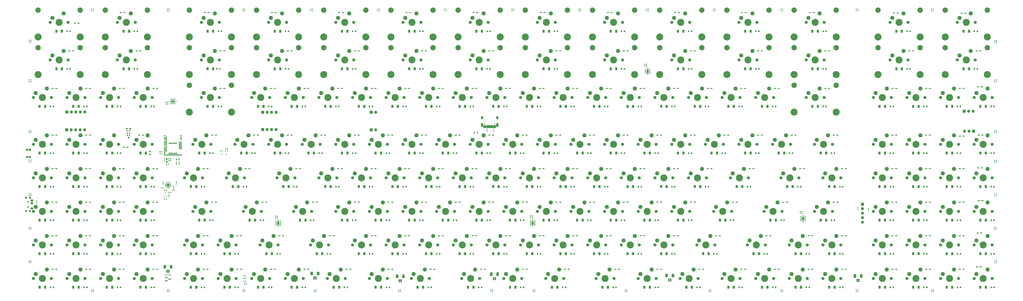
<source format=gbs>
G04 #@! TF.GenerationSoftware,KiCad,Pcbnew,8.0.5-8.0.5-0~ubuntu20.04.1*
G04 #@! TF.CreationDate,2024-11-10T14:11:02+00:00*
G04 #@! TF.ProjectId,Hyper7-Evo,48797065-7237-42d4-9576-6f2e6b696361,rev?*
G04 #@! TF.SameCoordinates,Original*
G04 #@! TF.FileFunction,Soldermask,Bot*
G04 #@! TF.FilePolarity,Negative*
%FSLAX46Y46*%
G04 Gerber Fmt 4.6, Leading zero omitted, Abs format (unit mm)*
G04 Created by KiCad (PCBNEW 8.0.5-8.0.5-0~ubuntu20.04.1) date 2024-11-10 14:11:02*
%MOMM*%
%LPD*%
G01*
G04 APERTURE LIST*
%ADD10C,0.000000*%
%ADD11C,1.750000*%
%ADD12C,3.987800*%
%ADD13C,2.300000*%
%ADD14C,3.048000*%
%ADD15R,1.700000X1.700000*%
%ADD16O,1.700000X1.700000*%
%ADD17R,0.500000X0.375000*%
%ADD18R,0.650000X0.300000*%
%ADD19R,1.000000X2.000000*%
%ADD20C,0.900000*%
%ADD21R,0.450000X0.700000*%
%ADD22C,0.990600*%
%ADD23C,0.787400*%
%ADD24C,0.650000*%
%ADD25R,2.000000X1.000000*%
%ADD26R,0.600000X1.100000*%
%ADD27R,0.400000X0.650000*%
%ADD28R,1.600000X1.600000*%
G04 APERTURE END LIST*
D10*
G36*
X500226088Y-141386647D02*
G01*
X500246754Y-141391631D01*
X500266272Y-141399729D01*
X500284348Y-141410741D01*
X500300446Y-141424554D01*
X500314259Y-141440652D01*
X500325271Y-141458728D01*
X500333369Y-141478246D01*
X500338353Y-141498912D01*
X500340001Y-141519818D01*
X500338397Y-141800909D01*
X500333369Y-141821754D01*
X500325271Y-141841272D01*
X500314259Y-141859348D01*
X500300446Y-141875446D01*
X500284348Y-141889259D01*
X500266272Y-141900271D01*
X500246754Y-141908369D01*
X500226088Y-141913353D01*
X500205197Y-141915000D01*
X499324803Y-141915000D01*
X499303912Y-141913353D01*
X499283246Y-141908369D01*
X499263728Y-141900271D01*
X499245652Y-141889259D01*
X499229554Y-141875446D01*
X499215741Y-141859348D01*
X499204729Y-141841272D01*
X499196631Y-141821754D01*
X499191647Y-141801088D01*
X499189999Y-141780182D01*
X499191603Y-141499091D01*
X499196631Y-141478246D01*
X499204729Y-141458728D01*
X499215741Y-141440652D01*
X499229554Y-141424554D01*
X499245652Y-141410741D01*
X499263728Y-141399729D01*
X499283246Y-141391631D01*
X499303912Y-141386647D01*
X499324803Y-141385000D01*
X500205197Y-141385000D01*
X500226088Y-141386647D01*
G37*
G36*
X502306088Y-141386647D02*
G01*
X502326754Y-141391631D01*
X502346272Y-141399729D01*
X502364348Y-141410741D01*
X502380446Y-141424554D01*
X502394259Y-141440652D01*
X502405271Y-141458728D01*
X502413369Y-141478246D01*
X502418353Y-141498912D01*
X502420001Y-141519818D01*
X502418397Y-141800909D01*
X502413369Y-141821754D01*
X502405271Y-141841272D01*
X502394259Y-141859348D01*
X502380446Y-141875446D01*
X502364348Y-141889259D01*
X502346272Y-141900271D01*
X502326754Y-141908369D01*
X502306088Y-141913353D01*
X502285197Y-141915000D01*
X501404803Y-141915000D01*
X501383912Y-141913353D01*
X501363246Y-141908369D01*
X501343728Y-141900271D01*
X501325652Y-141889259D01*
X501309554Y-141875446D01*
X501295741Y-141859348D01*
X501284729Y-141841272D01*
X501276631Y-141821754D01*
X501271647Y-141801088D01*
X501269999Y-141780182D01*
X501271603Y-141499091D01*
X501276631Y-141478246D01*
X501284729Y-141458728D01*
X501295741Y-141440652D01*
X501309554Y-141424554D01*
X501325652Y-141410741D01*
X501343728Y-141399729D01*
X501363246Y-141391631D01*
X501383912Y-141386647D01*
X501404803Y-141385000D01*
X502285197Y-141385000D01*
X502306088Y-141386647D01*
G37*
G36*
X262101088Y-74476647D02*
G01*
X262121754Y-74481631D01*
X262141272Y-74489729D01*
X262159348Y-74500741D01*
X262175446Y-74514554D01*
X262189259Y-74530652D01*
X262200271Y-74548728D01*
X262208369Y-74568246D01*
X262213353Y-74588912D01*
X262215001Y-74609818D01*
X262213397Y-74890909D01*
X262208369Y-74911754D01*
X262200271Y-74931272D01*
X262189259Y-74949348D01*
X262175446Y-74965446D01*
X262159348Y-74979259D01*
X262141272Y-74990271D01*
X262121754Y-74998369D01*
X262101088Y-75003353D01*
X262080197Y-75005000D01*
X261199803Y-75005000D01*
X261178912Y-75003353D01*
X261158246Y-74998369D01*
X261138728Y-74990271D01*
X261120652Y-74979259D01*
X261104554Y-74965446D01*
X261090741Y-74949348D01*
X261079729Y-74931272D01*
X261071631Y-74911754D01*
X261066647Y-74891088D01*
X261064999Y-74870182D01*
X261066603Y-74589091D01*
X261071631Y-74568246D01*
X261079729Y-74548728D01*
X261090741Y-74530652D01*
X261104554Y-74514554D01*
X261120652Y-74500741D01*
X261138728Y-74489729D01*
X261158246Y-74481631D01*
X261178912Y-74476647D01*
X261199803Y-74475000D01*
X262080197Y-74475000D01*
X262101088Y-74476647D01*
G37*
G36*
X264181088Y-74476647D02*
G01*
X264201754Y-74481631D01*
X264221272Y-74489729D01*
X264239348Y-74500741D01*
X264255446Y-74514554D01*
X264269259Y-74530652D01*
X264280271Y-74548728D01*
X264288369Y-74568246D01*
X264293353Y-74588912D01*
X264295001Y-74609818D01*
X264293397Y-74890909D01*
X264288369Y-74911754D01*
X264280271Y-74931272D01*
X264269259Y-74949348D01*
X264255446Y-74965446D01*
X264239348Y-74979259D01*
X264221272Y-74990271D01*
X264201754Y-74998369D01*
X264181088Y-75003353D01*
X264160197Y-75005000D01*
X263279803Y-75005000D01*
X263258912Y-75003353D01*
X263238246Y-74998369D01*
X263218728Y-74990271D01*
X263200652Y-74979259D01*
X263184554Y-74965446D01*
X263170741Y-74949348D01*
X263159729Y-74931272D01*
X263151631Y-74911754D01*
X263146647Y-74891088D01*
X263144999Y-74870182D01*
X263146603Y-74589091D01*
X263151631Y-74568246D01*
X263159729Y-74548728D01*
X263170741Y-74530652D01*
X263184554Y-74514554D01*
X263200652Y-74500741D01*
X263218728Y-74489729D01*
X263238246Y-74481631D01*
X263258912Y-74476647D01*
X263279803Y-74475000D01*
X264160197Y-74475000D01*
X264181088Y-74476647D01*
G37*
G36*
X367421088Y-52736647D02*
G01*
X367441754Y-52741631D01*
X367461272Y-52749729D01*
X367479348Y-52760741D01*
X367495446Y-52774554D01*
X367509259Y-52790652D01*
X367520271Y-52808728D01*
X367528369Y-52828246D01*
X367533353Y-52848912D01*
X367535001Y-52869818D01*
X367533397Y-53150909D01*
X367528369Y-53171754D01*
X367520271Y-53191272D01*
X367509259Y-53209348D01*
X367495446Y-53225446D01*
X367479348Y-53239259D01*
X367461272Y-53250271D01*
X367441754Y-53258369D01*
X367421088Y-53263353D01*
X367400197Y-53265000D01*
X366519803Y-53265000D01*
X366498912Y-53263353D01*
X366478246Y-53258369D01*
X366458728Y-53250271D01*
X366440652Y-53239259D01*
X366424554Y-53225446D01*
X366410741Y-53209348D01*
X366399729Y-53191272D01*
X366391631Y-53171754D01*
X366386647Y-53151088D01*
X366384999Y-53130182D01*
X366386603Y-52849091D01*
X366391631Y-52828246D01*
X366399729Y-52808728D01*
X366410741Y-52790652D01*
X366424554Y-52774554D01*
X366440652Y-52760741D01*
X366458728Y-52749729D01*
X366478246Y-52741631D01*
X366498912Y-52736647D01*
X366519803Y-52735000D01*
X367400197Y-52735000D01*
X367421088Y-52736647D01*
G37*
G36*
X369501088Y-52736647D02*
G01*
X369521754Y-52741631D01*
X369541272Y-52749729D01*
X369559348Y-52760741D01*
X369575446Y-52774554D01*
X369589259Y-52790652D01*
X369600271Y-52808728D01*
X369608369Y-52828246D01*
X369613353Y-52848912D01*
X369615001Y-52869818D01*
X369613397Y-53150909D01*
X369608369Y-53171754D01*
X369600271Y-53191272D01*
X369589259Y-53209348D01*
X369575446Y-53225446D01*
X369559348Y-53239259D01*
X369541272Y-53250271D01*
X369521754Y-53258369D01*
X369501088Y-53263353D01*
X369480197Y-53265000D01*
X368599803Y-53265000D01*
X368578912Y-53263353D01*
X368558246Y-53258369D01*
X368538728Y-53250271D01*
X368520652Y-53239259D01*
X368504554Y-53225446D01*
X368490741Y-53209348D01*
X368479729Y-53191272D01*
X368471631Y-53171754D01*
X368466647Y-53151088D01*
X368464999Y-53130182D01*
X368466603Y-52849091D01*
X368471631Y-52828246D01*
X368479729Y-52808728D01*
X368490741Y-52790652D01*
X368504554Y-52774554D01*
X368520652Y-52760741D01*
X368538728Y-52749729D01*
X368558246Y-52741631D01*
X368578912Y-52736647D01*
X368599803Y-52735000D01*
X369480197Y-52735000D01*
X369501088Y-52736647D01*
G37*
G36*
X243051088Y-160436647D02*
G01*
X243071754Y-160441631D01*
X243091272Y-160449729D01*
X243109348Y-160460741D01*
X243125446Y-160474554D01*
X243139259Y-160490652D01*
X243150271Y-160508728D01*
X243158369Y-160528246D01*
X243163353Y-160548912D01*
X243165001Y-160569818D01*
X243163397Y-160850909D01*
X243158369Y-160871754D01*
X243150271Y-160891272D01*
X243139259Y-160909348D01*
X243125446Y-160925446D01*
X243109348Y-160939259D01*
X243091272Y-160950271D01*
X243071754Y-160958369D01*
X243051088Y-160963353D01*
X243030197Y-160965000D01*
X242149803Y-160965000D01*
X242128912Y-160963353D01*
X242108246Y-160958369D01*
X242088728Y-160950271D01*
X242070652Y-160939259D01*
X242054554Y-160925446D01*
X242040741Y-160909348D01*
X242029729Y-160891272D01*
X242021631Y-160871754D01*
X242016647Y-160851088D01*
X242014999Y-160830182D01*
X242016603Y-160549091D01*
X242021631Y-160528246D01*
X242029729Y-160508728D01*
X242040741Y-160490652D01*
X242054554Y-160474554D01*
X242070652Y-160460741D01*
X242088728Y-160449729D01*
X242108246Y-160441631D01*
X242128912Y-160436647D01*
X242149803Y-160435000D01*
X243030197Y-160435000D01*
X243051088Y-160436647D01*
G37*
G36*
X245131088Y-160436647D02*
G01*
X245151754Y-160441631D01*
X245171272Y-160449729D01*
X245189348Y-160460741D01*
X245205446Y-160474554D01*
X245219259Y-160490652D01*
X245230271Y-160508728D01*
X245238369Y-160528246D01*
X245243353Y-160548912D01*
X245245001Y-160569818D01*
X245243397Y-160850909D01*
X245238369Y-160871754D01*
X245230271Y-160891272D01*
X245219259Y-160909348D01*
X245205446Y-160925446D01*
X245189348Y-160939259D01*
X245171272Y-160950271D01*
X245151754Y-160958369D01*
X245131088Y-160963353D01*
X245110197Y-160965000D01*
X244229803Y-160965000D01*
X244208912Y-160963353D01*
X244188246Y-160958369D01*
X244168728Y-160950271D01*
X244150652Y-160939259D01*
X244134554Y-160925446D01*
X244120741Y-160909348D01*
X244109729Y-160891272D01*
X244101631Y-160871754D01*
X244096647Y-160851088D01*
X244094999Y-160830182D01*
X244096603Y-160549091D01*
X244101631Y-160528246D01*
X244109729Y-160508728D01*
X244120741Y-160490652D01*
X244134554Y-160474554D01*
X244150652Y-160460741D01*
X244168728Y-160449729D01*
X244188246Y-160441631D01*
X244208912Y-160436647D01*
X244229803Y-160435000D01*
X245110197Y-160435000D01*
X245131088Y-160436647D01*
G37*
G36*
X176921088Y-52736647D02*
G01*
X176941754Y-52741631D01*
X176961272Y-52749729D01*
X176979348Y-52760741D01*
X176995446Y-52774554D01*
X177009259Y-52790652D01*
X177020271Y-52808728D01*
X177028369Y-52828246D01*
X177033353Y-52848912D01*
X177035001Y-52869818D01*
X177033397Y-53150909D01*
X177028369Y-53171754D01*
X177020271Y-53191272D01*
X177009259Y-53209348D01*
X176995446Y-53225446D01*
X176979348Y-53239259D01*
X176961272Y-53250271D01*
X176941754Y-53258369D01*
X176921088Y-53263353D01*
X176900197Y-53265000D01*
X176019803Y-53265000D01*
X175998912Y-53263353D01*
X175978246Y-53258369D01*
X175958728Y-53250271D01*
X175940652Y-53239259D01*
X175924554Y-53225446D01*
X175910741Y-53209348D01*
X175899729Y-53191272D01*
X175891631Y-53171754D01*
X175886647Y-53151088D01*
X175884999Y-53130182D01*
X175886603Y-52849091D01*
X175891631Y-52828246D01*
X175899729Y-52808728D01*
X175910741Y-52790652D01*
X175924554Y-52774554D01*
X175940652Y-52760741D01*
X175958728Y-52749729D01*
X175978246Y-52741631D01*
X175998912Y-52736647D01*
X176019803Y-52735000D01*
X176900197Y-52735000D01*
X176921088Y-52736647D01*
G37*
G36*
X179001088Y-52736647D02*
G01*
X179021754Y-52741631D01*
X179041272Y-52749729D01*
X179059348Y-52760741D01*
X179075446Y-52774554D01*
X179089259Y-52790652D01*
X179100271Y-52808728D01*
X179108369Y-52828246D01*
X179113353Y-52848912D01*
X179115001Y-52869818D01*
X179113397Y-53150909D01*
X179108369Y-53171754D01*
X179100271Y-53191272D01*
X179089259Y-53209348D01*
X179075446Y-53225446D01*
X179059348Y-53239259D01*
X179041272Y-53250271D01*
X179021754Y-53258369D01*
X179001088Y-53263353D01*
X178980197Y-53265000D01*
X178099803Y-53265000D01*
X178078912Y-53263353D01*
X178058246Y-53258369D01*
X178038728Y-53250271D01*
X178020652Y-53239259D01*
X178004554Y-53225446D01*
X177990741Y-53209348D01*
X177979729Y-53191272D01*
X177971631Y-53171754D01*
X177966647Y-53151088D01*
X177964999Y-53130182D01*
X177966603Y-52849091D01*
X177971631Y-52828246D01*
X177979729Y-52808728D01*
X177990741Y-52790652D01*
X178004554Y-52774554D01*
X178020652Y-52760741D01*
X178038728Y-52749729D01*
X178058246Y-52741631D01*
X178078912Y-52736647D01*
X178099803Y-52735000D01*
X178980197Y-52735000D01*
X179001088Y-52736647D01*
G37*
G36*
X404976088Y-95816647D02*
G01*
X404996754Y-95821631D01*
X405016272Y-95829729D01*
X405034348Y-95840741D01*
X405050446Y-95854554D01*
X405064259Y-95870652D01*
X405075271Y-95888728D01*
X405083369Y-95908246D01*
X405088353Y-95928912D01*
X405090001Y-95949818D01*
X405088397Y-96230909D01*
X405083369Y-96251754D01*
X405075271Y-96271272D01*
X405064259Y-96289348D01*
X405050446Y-96305446D01*
X405034348Y-96319259D01*
X405016272Y-96330271D01*
X404996754Y-96338369D01*
X404976088Y-96343353D01*
X404955197Y-96345000D01*
X404074803Y-96345000D01*
X404053912Y-96343353D01*
X404033246Y-96338369D01*
X404013728Y-96330271D01*
X403995652Y-96319259D01*
X403979554Y-96305446D01*
X403965741Y-96289348D01*
X403954729Y-96271272D01*
X403946631Y-96251754D01*
X403941647Y-96231088D01*
X403939999Y-96210182D01*
X403941603Y-95929091D01*
X403946631Y-95908246D01*
X403954729Y-95888728D01*
X403965741Y-95870652D01*
X403979554Y-95854554D01*
X403995652Y-95840741D01*
X404013728Y-95829729D01*
X404033246Y-95821631D01*
X404053912Y-95816647D01*
X404074803Y-95815000D01*
X404955197Y-95815000D01*
X404976088Y-95816647D01*
G37*
G36*
X407056088Y-95816647D02*
G01*
X407076754Y-95821631D01*
X407096272Y-95829729D01*
X407114348Y-95840741D01*
X407130446Y-95854554D01*
X407144259Y-95870652D01*
X407155271Y-95888728D01*
X407163369Y-95908246D01*
X407168353Y-95928912D01*
X407170001Y-95949818D01*
X407168397Y-96230909D01*
X407163369Y-96251754D01*
X407155271Y-96271272D01*
X407144259Y-96289348D01*
X407130446Y-96305446D01*
X407114348Y-96319259D01*
X407096272Y-96330271D01*
X407076754Y-96338369D01*
X407056088Y-96343353D01*
X407035197Y-96345000D01*
X406154803Y-96345000D01*
X406133912Y-96343353D01*
X406113246Y-96338369D01*
X406093728Y-96330271D01*
X406075652Y-96319259D01*
X406059554Y-96305446D01*
X406045741Y-96289348D01*
X406034729Y-96271272D01*
X406026631Y-96251754D01*
X406021647Y-96231088D01*
X406019999Y-96210182D01*
X406021603Y-95929091D01*
X406026631Y-95908246D01*
X406034729Y-95888728D01*
X406045741Y-95870652D01*
X406059554Y-95854554D01*
X406075652Y-95840741D01*
X406093728Y-95829729D01*
X406113246Y-95821631D01*
X406133912Y-95816647D01*
X406154803Y-95815000D01*
X407035197Y-95815000D01*
X407056088Y-95816647D01*
G37*
G36*
X366876088Y-141386647D02*
G01*
X366896754Y-141391631D01*
X366916272Y-141399729D01*
X366934348Y-141410741D01*
X366950446Y-141424554D01*
X366964259Y-141440652D01*
X366975271Y-141458728D01*
X366983369Y-141478246D01*
X366988353Y-141498912D01*
X366990001Y-141519818D01*
X366988397Y-141800909D01*
X366983369Y-141821754D01*
X366975271Y-141841272D01*
X366964259Y-141859348D01*
X366950446Y-141875446D01*
X366934348Y-141889259D01*
X366916272Y-141900271D01*
X366896754Y-141908369D01*
X366876088Y-141913353D01*
X366855197Y-141915000D01*
X365974803Y-141915000D01*
X365953912Y-141913353D01*
X365933246Y-141908369D01*
X365913728Y-141900271D01*
X365895652Y-141889259D01*
X365879554Y-141875446D01*
X365865741Y-141859348D01*
X365854729Y-141841272D01*
X365846631Y-141821754D01*
X365841647Y-141801088D01*
X365839999Y-141780182D01*
X365841603Y-141499091D01*
X365846631Y-141478246D01*
X365854729Y-141458728D01*
X365865741Y-141440652D01*
X365879554Y-141424554D01*
X365895652Y-141410741D01*
X365913728Y-141399729D01*
X365933246Y-141391631D01*
X365953912Y-141386647D01*
X365974803Y-141385000D01*
X366855197Y-141385000D01*
X366876088Y-141386647D01*
G37*
G36*
X368956088Y-141386647D02*
G01*
X368976754Y-141391631D01*
X368996272Y-141399729D01*
X369014348Y-141410741D01*
X369030446Y-141424554D01*
X369044259Y-141440652D01*
X369055271Y-141458728D01*
X369063369Y-141478246D01*
X369068353Y-141498912D01*
X369070001Y-141519818D01*
X369068397Y-141800909D01*
X369063369Y-141821754D01*
X369055271Y-141841272D01*
X369044259Y-141859348D01*
X369030446Y-141875446D01*
X369014348Y-141889259D01*
X368996272Y-141900271D01*
X368976754Y-141908369D01*
X368956088Y-141913353D01*
X368935197Y-141915000D01*
X368054803Y-141915000D01*
X368033912Y-141913353D01*
X368013246Y-141908369D01*
X367993728Y-141900271D01*
X367975652Y-141889259D01*
X367959554Y-141875446D01*
X367945741Y-141859348D01*
X367934729Y-141841272D01*
X367926631Y-141821754D01*
X367921647Y-141801088D01*
X367919999Y-141780182D01*
X367921603Y-141499091D01*
X367926631Y-141478246D01*
X367934729Y-141458728D01*
X367945741Y-141440652D01*
X367959554Y-141424554D01*
X367975652Y-141410741D01*
X367993728Y-141399729D01*
X368013246Y-141391631D01*
X368033912Y-141386647D01*
X368054803Y-141385000D01*
X368935197Y-141385000D01*
X368956088Y-141386647D01*
G37*
G36*
X424026088Y-141386647D02*
G01*
X424046754Y-141391631D01*
X424066272Y-141399729D01*
X424084348Y-141410741D01*
X424100446Y-141424554D01*
X424114259Y-141440652D01*
X424125271Y-141458728D01*
X424133369Y-141478246D01*
X424138353Y-141498912D01*
X424140001Y-141519818D01*
X424138397Y-141800909D01*
X424133369Y-141821754D01*
X424125271Y-141841272D01*
X424114259Y-141859348D01*
X424100446Y-141875446D01*
X424084348Y-141889259D01*
X424066272Y-141900271D01*
X424046754Y-141908369D01*
X424026088Y-141913353D01*
X424005197Y-141915000D01*
X423124803Y-141915000D01*
X423103912Y-141913353D01*
X423083246Y-141908369D01*
X423063728Y-141900271D01*
X423045652Y-141889259D01*
X423029554Y-141875446D01*
X423015741Y-141859348D01*
X423004729Y-141841272D01*
X422996631Y-141821754D01*
X422991647Y-141801088D01*
X422989999Y-141780182D01*
X422991603Y-141499091D01*
X422996631Y-141478246D01*
X423004729Y-141458728D01*
X423015741Y-141440652D01*
X423029554Y-141424554D01*
X423045652Y-141410741D01*
X423063728Y-141399729D01*
X423083246Y-141391631D01*
X423103912Y-141386647D01*
X423124803Y-141385000D01*
X424005197Y-141385000D01*
X424026088Y-141386647D01*
G37*
G36*
X426106088Y-141386647D02*
G01*
X426126754Y-141391631D01*
X426146272Y-141399729D01*
X426164348Y-141410741D01*
X426180446Y-141424554D01*
X426194259Y-141440652D01*
X426205271Y-141458728D01*
X426213369Y-141478246D01*
X426218353Y-141498912D01*
X426220001Y-141519818D01*
X426218397Y-141800909D01*
X426213369Y-141821754D01*
X426205271Y-141841272D01*
X426194259Y-141859348D01*
X426180446Y-141875446D01*
X426164348Y-141889259D01*
X426146272Y-141900271D01*
X426126754Y-141908369D01*
X426106088Y-141913353D01*
X426085197Y-141915000D01*
X425204803Y-141915000D01*
X425183912Y-141913353D01*
X425163246Y-141908369D01*
X425143728Y-141900271D01*
X425125652Y-141889259D01*
X425109554Y-141875446D01*
X425095741Y-141859348D01*
X425084729Y-141841272D01*
X425076631Y-141821754D01*
X425071647Y-141801088D01*
X425069999Y-141780182D01*
X425071603Y-141499091D01*
X425076631Y-141478246D01*
X425084729Y-141458728D01*
X425095741Y-141440652D01*
X425109554Y-141424554D01*
X425125652Y-141410741D01*
X425143728Y-141399729D01*
X425163246Y-141391631D01*
X425183912Y-141386647D01*
X425204803Y-141385000D01*
X426085197Y-141385000D01*
X426106088Y-141386647D01*
G37*
G36*
X547851088Y-160436647D02*
G01*
X547871754Y-160441631D01*
X547891272Y-160449729D01*
X547909348Y-160460741D01*
X547925446Y-160474554D01*
X547939259Y-160490652D01*
X547950271Y-160508728D01*
X547958369Y-160528246D01*
X547963353Y-160548912D01*
X547965001Y-160569818D01*
X547963397Y-160850909D01*
X547958369Y-160871754D01*
X547950271Y-160891272D01*
X547939259Y-160909348D01*
X547925446Y-160925446D01*
X547909348Y-160939259D01*
X547891272Y-160950271D01*
X547871754Y-160958369D01*
X547851088Y-160963353D01*
X547830197Y-160965000D01*
X546949803Y-160965000D01*
X546928912Y-160963353D01*
X546908246Y-160958369D01*
X546888728Y-160950271D01*
X546870652Y-160939259D01*
X546854554Y-160925446D01*
X546840741Y-160909348D01*
X546829729Y-160891272D01*
X546821631Y-160871754D01*
X546816647Y-160851088D01*
X546814999Y-160830182D01*
X546816603Y-160549091D01*
X546821631Y-160528246D01*
X546829729Y-160508728D01*
X546840741Y-160490652D01*
X546854554Y-160474554D01*
X546870652Y-160460741D01*
X546888728Y-160449729D01*
X546908246Y-160441631D01*
X546928912Y-160436647D01*
X546949803Y-160435000D01*
X547830197Y-160435000D01*
X547851088Y-160436647D01*
G37*
G36*
X549931088Y-160436647D02*
G01*
X549951754Y-160441631D01*
X549971272Y-160449729D01*
X549989348Y-160460741D01*
X550005446Y-160474554D01*
X550019259Y-160490652D01*
X550030271Y-160508728D01*
X550038369Y-160528246D01*
X550043353Y-160548912D01*
X550045001Y-160569818D01*
X550043397Y-160850909D01*
X550038369Y-160871754D01*
X550030271Y-160891272D01*
X550019259Y-160909348D01*
X550005446Y-160925446D01*
X549989348Y-160939259D01*
X549971272Y-160950271D01*
X549951754Y-160958369D01*
X549931088Y-160963353D01*
X549910197Y-160965000D01*
X549029803Y-160965000D01*
X549008912Y-160963353D01*
X548988246Y-160958369D01*
X548968728Y-160950271D01*
X548950652Y-160939259D01*
X548934554Y-160925446D01*
X548920741Y-160909348D01*
X548909729Y-160891272D01*
X548901631Y-160871754D01*
X548896647Y-160851088D01*
X548894999Y-160830182D01*
X548896603Y-160549091D01*
X548901631Y-160528246D01*
X548909729Y-160508728D01*
X548920741Y-160490652D01*
X548934554Y-160474554D01*
X548950652Y-160460741D01*
X548968728Y-160449729D01*
X548988246Y-160441631D01*
X549008912Y-160436647D01*
X549029803Y-160435000D01*
X549910197Y-160435000D01*
X549931088Y-160436647D01*
G37*
G36*
X371638588Y-198536647D02*
G01*
X371659254Y-198541631D01*
X371678772Y-198549729D01*
X371696848Y-198560741D01*
X371712946Y-198574554D01*
X371726759Y-198590652D01*
X371737771Y-198608728D01*
X371745869Y-198628246D01*
X371750853Y-198648912D01*
X371752501Y-198669818D01*
X371750897Y-198950909D01*
X371745869Y-198971754D01*
X371737771Y-198991272D01*
X371726759Y-199009348D01*
X371712946Y-199025446D01*
X371696848Y-199039259D01*
X371678772Y-199050271D01*
X371659254Y-199058369D01*
X371638588Y-199063353D01*
X371617697Y-199065000D01*
X370737303Y-199065000D01*
X370716412Y-199063353D01*
X370695746Y-199058369D01*
X370676228Y-199050271D01*
X370658152Y-199039259D01*
X370642054Y-199025446D01*
X370628241Y-199009348D01*
X370617229Y-198991272D01*
X370609131Y-198971754D01*
X370604147Y-198951088D01*
X370602499Y-198930182D01*
X370604103Y-198649091D01*
X370609131Y-198628246D01*
X370617229Y-198608728D01*
X370628241Y-198590652D01*
X370642054Y-198574554D01*
X370658152Y-198560741D01*
X370676228Y-198549729D01*
X370695746Y-198541631D01*
X370716412Y-198536647D01*
X370737303Y-198535000D01*
X371617697Y-198535000D01*
X371638588Y-198536647D01*
G37*
G36*
X373718588Y-198536647D02*
G01*
X373739254Y-198541631D01*
X373758772Y-198549729D01*
X373776848Y-198560741D01*
X373792946Y-198574554D01*
X373806759Y-198590652D01*
X373817771Y-198608728D01*
X373825869Y-198628246D01*
X373830853Y-198648912D01*
X373832501Y-198669818D01*
X373830897Y-198950909D01*
X373825869Y-198971754D01*
X373817771Y-198991272D01*
X373806759Y-199009348D01*
X373792946Y-199025446D01*
X373776848Y-199039259D01*
X373758772Y-199050271D01*
X373739254Y-199058369D01*
X373718588Y-199063353D01*
X373697697Y-199065000D01*
X372817303Y-199065000D01*
X372796412Y-199063353D01*
X372775746Y-199058369D01*
X372756228Y-199050271D01*
X372738152Y-199039259D01*
X372722054Y-199025446D01*
X372708241Y-199009348D01*
X372697229Y-198991272D01*
X372689131Y-198971754D01*
X372684147Y-198951088D01*
X372682499Y-198930182D01*
X372684103Y-198649091D01*
X372689131Y-198628246D01*
X372697229Y-198608728D01*
X372708241Y-198590652D01*
X372722054Y-198574554D01*
X372738152Y-198560741D01*
X372756228Y-198549729D01*
X372775746Y-198541631D01*
X372796412Y-198536647D01*
X372817303Y-198535000D01*
X373697697Y-198535000D01*
X373718588Y-198536647D01*
G37*
G36*
X138821088Y-52736647D02*
G01*
X138841754Y-52741631D01*
X138861272Y-52749729D01*
X138879348Y-52760741D01*
X138895446Y-52774554D01*
X138909259Y-52790652D01*
X138920271Y-52808728D01*
X138928369Y-52828246D01*
X138933353Y-52848912D01*
X138935001Y-52869818D01*
X138933397Y-53150909D01*
X138928369Y-53171754D01*
X138920271Y-53191272D01*
X138909259Y-53209348D01*
X138895446Y-53225446D01*
X138879348Y-53239259D01*
X138861272Y-53250271D01*
X138841754Y-53258369D01*
X138821088Y-53263353D01*
X138800197Y-53265000D01*
X137919803Y-53265000D01*
X137898912Y-53263353D01*
X137878246Y-53258369D01*
X137858728Y-53250271D01*
X137840652Y-53239259D01*
X137824554Y-53225446D01*
X137810741Y-53209348D01*
X137799729Y-53191272D01*
X137791631Y-53171754D01*
X137786647Y-53151088D01*
X137784999Y-53130182D01*
X137786603Y-52849091D01*
X137791631Y-52828246D01*
X137799729Y-52808728D01*
X137810741Y-52790652D01*
X137824554Y-52774554D01*
X137840652Y-52760741D01*
X137858728Y-52749729D01*
X137878246Y-52741631D01*
X137898912Y-52736647D01*
X137919803Y-52735000D01*
X138800197Y-52735000D01*
X138821088Y-52736647D01*
G37*
G36*
X140901088Y-52736647D02*
G01*
X140921754Y-52741631D01*
X140941272Y-52749729D01*
X140959348Y-52760741D01*
X140975446Y-52774554D01*
X140989259Y-52790652D01*
X141000271Y-52808728D01*
X141008369Y-52828246D01*
X141013353Y-52848912D01*
X141015001Y-52869818D01*
X141013397Y-53150909D01*
X141008369Y-53171754D01*
X141000271Y-53191272D01*
X140989259Y-53209348D01*
X140975446Y-53225446D01*
X140959348Y-53239259D01*
X140941272Y-53250271D01*
X140921754Y-53258369D01*
X140901088Y-53263353D01*
X140880197Y-53265000D01*
X139999803Y-53265000D01*
X139978912Y-53263353D01*
X139958246Y-53258369D01*
X139938728Y-53250271D01*
X139920652Y-53239259D01*
X139904554Y-53225446D01*
X139890741Y-53209348D01*
X139879729Y-53191272D01*
X139871631Y-53171754D01*
X139866647Y-53151088D01*
X139864999Y-53130182D01*
X139866603Y-52849091D01*
X139871631Y-52828246D01*
X139879729Y-52808728D01*
X139890741Y-52790652D01*
X139904554Y-52774554D01*
X139920652Y-52760741D01*
X139938728Y-52749729D01*
X139958246Y-52741631D01*
X139978912Y-52736647D01*
X139999803Y-52735000D01*
X140880197Y-52735000D01*
X140901088Y-52736647D01*
G37*
G36*
X71601088Y-179486647D02*
G01*
X71621754Y-179491631D01*
X71641272Y-179499729D01*
X71659348Y-179510741D01*
X71675446Y-179524554D01*
X71689259Y-179540652D01*
X71700271Y-179558728D01*
X71708369Y-179578246D01*
X71713353Y-179598912D01*
X71715001Y-179619818D01*
X71713397Y-179900909D01*
X71708369Y-179921754D01*
X71700271Y-179941272D01*
X71689259Y-179959348D01*
X71675446Y-179975446D01*
X71659348Y-179989259D01*
X71641272Y-180000271D01*
X71621754Y-180008369D01*
X71601088Y-180013353D01*
X71580197Y-180015000D01*
X70699803Y-180015000D01*
X70678912Y-180013353D01*
X70658246Y-180008369D01*
X70638728Y-180000271D01*
X70620652Y-179989259D01*
X70604554Y-179975446D01*
X70590741Y-179959348D01*
X70579729Y-179941272D01*
X70571631Y-179921754D01*
X70566647Y-179901088D01*
X70564999Y-179880182D01*
X70566603Y-179599091D01*
X70571631Y-179578246D01*
X70579729Y-179558728D01*
X70590741Y-179540652D01*
X70604554Y-179524554D01*
X70620652Y-179510741D01*
X70638728Y-179499729D01*
X70658246Y-179491631D01*
X70678912Y-179486647D01*
X70699803Y-179485000D01*
X71580197Y-179485000D01*
X71601088Y-179486647D01*
G37*
G36*
X73681088Y-179486647D02*
G01*
X73701754Y-179491631D01*
X73721272Y-179499729D01*
X73739348Y-179510741D01*
X73755446Y-179524554D01*
X73769259Y-179540652D01*
X73780271Y-179558728D01*
X73788369Y-179578246D01*
X73793353Y-179598912D01*
X73795001Y-179619818D01*
X73793397Y-179900909D01*
X73788369Y-179921754D01*
X73780271Y-179941272D01*
X73769259Y-179959348D01*
X73755446Y-179975446D01*
X73739348Y-179989259D01*
X73721272Y-180000271D01*
X73701754Y-180008369D01*
X73681088Y-180013353D01*
X73660197Y-180015000D01*
X72779803Y-180015000D01*
X72758912Y-180013353D01*
X72738246Y-180008369D01*
X72718728Y-180000271D01*
X72700652Y-179989259D01*
X72684554Y-179975446D01*
X72670741Y-179959348D01*
X72659729Y-179941272D01*
X72651631Y-179921754D01*
X72646647Y-179901088D01*
X72644999Y-179880182D01*
X72646603Y-179599091D01*
X72651631Y-179578246D01*
X72659729Y-179558728D01*
X72670741Y-179540652D01*
X72684554Y-179524554D01*
X72700652Y-179510741D01*
X72718728Y-179499729D01*
X72738246Y-179491631D01*
X72758912Y-179486647D01*
X72779803Y-179485000D01*
X73660197Y-179485000D01*
X73681088Y-179486647D01*
G37*
G36*
X319251088Y-198536647D02*
G01*
X319271754Y-198541631D01*
X319291272Y-198549729D01*
X319309348Y-198560741D01*
X319325446Y-198574554D01*
X319339259Y-198590652D01*
X319350271Y-198608728D01*
X319358369Y-198628246D01*
X319363353Y-198648912D01*
X319365001Y-198669818D01*
X319363397Y-198950909D01*
X319358369Y-198971754D01*
X319350271Y-198991272D01*
X319339259Y-199009348D01*
X319325446Y-199025446D01*
X319309348Y-199039259D01*
X319291272Y-199050271D01*
X319271754Y-199058369D01*
X319251088Y-199063353D01*
X319230197Y-199065000D01*
X318349803Y-199065000D01*
X318328912Y-199063353D01*
X318308246Y-199058369D01*
X318288728Y-199050271D01*
X318270652Y-199039259D01*
X318254554Y-199025446D01*
X318240741Y-199009348D01*
X318229729Y-198991272D01*
X318221631Y-198971754D01*
X318216647Y-198951088D01*
X318214999Y-198930182D01*
X318216603Y-198649091D01*
X318221631Y-198628246D01*
X318229729Y-198608728D01*
X318240741Y-198590652D01*
X318254554Y-198574554D01*
X318270652Y-198560741D01*
X318288728Y-198549729D01*
X318308246Y-198541631D01*
X318328912Y-198536647D01*
X318349803Y-198535000D01*
X319230197Y-198535000D01*
X319251088Y-198536647D01*
G37*
G36*
X321331088Y-198536647D02*
G01*
X321351754Y-198541631D01*
X321371272Y-198549729D01*
X321389348Y-198560741D01*
X321405446Y-198574554D01*
X321419259Y-198590652D01*
X321430271Y-198608728D01*
X321438369Y-198628246D01*
X321443353Y-198648912D01*
X321445001Y-198669818D01*
X321443397Y-198950909D01*
X321438369Y-198971754D01*
X321430271Y-198991272D01*
X321419259Y-199009348D01*
X321405446Y-199025446D01*
X321389348Y-199039259D01*
X321371272Y-199050271D01*
X321351754Y-199058369D01*
X321331088Y-199063353D01*
X321310197Y-199065000D01*
X320429803Y-199065000D01*
X320408912Y-199063353D01*
X320388246Y-199058369D01*
X320368728Y-199050271D01*
X320350652Y-199039259D01*
X320334554Y-199025446D01*
X320320741Y-199009348D01*
X320309729Y-198991272D01*
X320301631Y-198971754D01*
X320296647Y-198951088D01*
X320294999Y-198930182D01*
X320296603Y-198649091D01*
X320301631Y-198628246D01*
X320309729Y-198608728D01*
X320320741Y-198590652D01*
X320334554Y-198574554D01*
X320350652Y-198560741D01*
X320368728Y-198549729D01*
X320388246Y-198541631D01*
X320408912Y-198536647D01*
X320429803Y-198535000D01*
X321310197Y-198535000D01*
X321331088Y-198536647D01*
G37*
G36*
X566901088Y-95816647D02*
G01*
X566921754Y-95821631D01*
X566941272Y-95829729D01*
X566959348Y-95840741D01*
X566975446Y-95854554D01*
X566989259Y-95870652D01*
X567000271Y-95888728D01*
X567008369Y-95908246D01*
X567013353Y-95928912D01*
X567015001Y-95949818D01*
X567013397Y-96230909D01*
X567008369Y-96251754D01*
X567000271Y-96271272D01*
X566989259Y-96289348D01*
X566975446Y-96305446D01*
X566959348Y-96319259D01*
X566941272Y-96330271D01*
X566921754Y-96338369D01*
X566901088Y-96343353D01*
X566880197Y-96345000D01*
X565999803Y-96345000D01*
X565978912Y-96343353D01*
X565958246Y-96338369D01*
X565938728Y-96330271D01*
X565920652Y-96319259D01*
X565904554Y-96305446D01*
X565890741Y-96289348D01*
X565879729Y-96271272D01*
X565871631Y-96251754D01*
X565866647Y-96231088D01*
X565864999Y-96210182D01*
X565866603Y-95929091D01*
X565871631Y-95908246D01*
X565879729Y-95888728D01*
X565890741Y-95870652D01*
X565904554Y-95854554D01*
X565920652Y-95840741D01*
X565938728Y-95829729D01*
X565958246Y-95821631D01*
X565978912Y-95816647D01*
X565999803Y-95815000D01*
X566880197Y-95815000D01*
X566901088Y-95816647D01*
G37*
G36*
X568981088Y-95816647D02*
G01*
X569001754Y-95821631D01*
X569021272Y-95829729D01*
X569039348Y-95840741D01*
X569055446Y-95854554D01*
X569069259Y-95870652D01*
X569080271Y-95888728D01*
X569088369Y-95908246D01*
X569093353Y-95928912D01*
X569095001Y-95949818D01*
X569093397Y-96230909D01*
X569088369Y-96251754D01*
X569080271Y-96271272D01*
X569069259Y-96289348D01*
X569055446Y-96305446D01*
X569039348Y-96319259D01*
X569021272Y-96330271D01*
X569001754Y-96338369D01*
X568981088Y-96343353D01*
X568960197Y-96345000D01*
X568079803Y-96345000D01*
X568058912Y-96343353D01*
X568038246Y-96338369D01*
X568018728Y-96330271D01*
X568000652Y-96319259D01*
X567984554Y-96305446D01*
X567970741Y-96289348D01*
X567959729Y-96271272D01*
X567951631Y-96251754D01*
X567946647Y-96231088D01*
X567944999Y-96210182D01*
X567946603Y-95929091D01*
X567951631Y-95908246D01*
X567959729Y-95888728D01*
X567970741Y-95870652D01*
X567984554Y-95854554D01*
X568000652Y-95840741D01*
X568018728Y-95829729D01*
X568038246Y-95821631D01*
X568058912Y-95816647D01*
X568079803Y-95815000D01*
X568960197Y-95815000D01*
X568981088Y-95816647D01*
G37*
G36*
X395451088Y-198536647D02*
G01*
X395471754Y-198541631D01*
X395491272Y-198549729D01*
X395509348Y-198560741D01*
X395525446Y-198574554D01*
X395539259Y-198590652D01*
X395550271Y-198608728D01*
X395558369Y-198628246D01*
X395563353Y-198648912D01*
X395565001Y-198669818D01*
X395563397Y-198950909D01*
X395558369Y-198971754D01*
X395550271Y-198991272D01*
X395539259Y-199009348D01*
X395525446Y-199025446D01*
X395509348Y-199039259D01*
X395491272Y-199050271D01*
X395471754Y-199058369D01*
X395451088Y-199063353D01*
X395430197Y-199065000D01*
X394549803Y-199065000D01*
X394528912Y-199063353D01*
X394508246Y-199058369D01*
X394488728Y-199050271D01*
X394470652Y-199039259D01*
X394454554Y-199025446D01*
X394440741Y-199009348D01*
X394429729Y-198991272D01*
X394421631Y-198971754D01*
X394416647Y-198951088D01*
X394414999Y-198930182D01*
X394416603Y-198649091D01*
X394421631Y-198628246D01*
X394429729Y-198608728D01*
X394440741Y-198590652D01*
X394454554Y-198574554D01*
X394470652Y-198560741D01*
X394488728Y-198549729D01*
X394508246Y-198541631D01*
X394528912Y-198536647D01*
X394549803Y-198535000D01*
X395430197Y-198535000D01*
X395451088Y-198536647D01*
G37*
G36*
X397531088Y-198536647D02*
G01*
X397551754Y-198541631D01*
X397571272Y-198549729D01*
X397589348Y-198560741D01*
X397605446Y-198574554D01*
X397619259Y-198590652D01*
X397630271Y-198608728D01*
X397638369Y-198628246D01*
X397643353Y-198648912D01*
X397645001Y-198669818D01*
X397643397Y-198950909D01*
X397638369Y-198971754D01*
X397630271Y-198991272D01*
X397619259Y-199009348D01*
X397605446Y-199025446D01*
X397589348Y-199039259D01*
X397571272Y-199050271D01*
X397551754Y-199058369D01*
X397531088Y-199063353D01*
X397510197Y-199065000D01*
X396629803Y-199065000D01*
X396608912Y-199063353D01*
X396588246Y-199058369D01*
X396568728Y-199050271D01*
X396550652Y-199039259D01*
X396534554Y-199025446D01*
X396520741Y-199009348D01*
X396509729Y-198991272D01*
X396501631Y-198971754D01*
X396496647Y-198951088D01*
X396494999Y-198930182D01*
X396496603Y-198649091D01*
X396501631Y-198628246D01*
X396509729Y-198608728D01*
X396520741Y-198590652D01*
X396534554Y-198574554D01*
X396550652Y-198560741D01*
X396568728Y-198549729D01*
X396588246Y-198541631D01*
X396608912Y-198536647D01*
X396629803Y-198535000D01*
X397510197Y-198535000D01*
X397531088Y-198536647D01*
G37*
G36*
X414501088Y-160436647D02*
G01*
X414521754Y-160441631D01*
X414541272Y-160449729D01*
X414559348Y-160460741D01*
X414575446Y-160474554D01*
X414589259Y-160490652D01*
X414600271Y-160508728D01*
X414608369Y-160528246D01*
X414613353Y-160548912D01*
X414615001Y-160569818D01*
X414613397Y-160850909D01*
X414608369Y-160871754D01*
X414600271Y-160891272D01*
X414589259Y-160909348D01*
X414575446Y-160925446D01*
X414559348Y-160939259D01*
X414541272Y-160950271D01*
X414521754Y-160958369D01*
X414501088Y-160963353D01*
X414480197Y-160965000D01*
X413599803Y-160965000D01*
X413578912Y-160963353D01*
X413558246Y-160958369D01*
X413538728Y-160950271D01*
X413520652Y-160939259D01*
X413504554Y-160925446D01*
X413490741Y-160909348D01*
X413479729Y-160891272D01*
X413471631Y-160871754D01*
X413466647Y-160851088D01*
X413464999Y-160830182D01*
X413466603Y-160549091D01*
X413471631Y-160528246D01*
X413479729Y-160508728D01*
X413490741Y-160490652D01*
X413504554Y-160474554D01*
X413520652Y-160460741D01*
X413538728Y-160449729D01*
X413558246Y-160441631D01*
X413578912Y-160436647D01*
X413599803Y-160435000D01*
X414480197Y-160435000D01*
X414501088Y-160436647D01*
G37*
G36*
X416581088Y-160436647D02*
G01*
X416601754Y-160441631D01*
X416621272Y-160449729D01*
X416639348Y-160460741D01*
X416655446Y-160474554D01*
X416669259Y-160490652D01*
X416680271Y-160508728D01*
X416688369Y-160528246D01*
X416693353Y-160548912D01*
X416695001Y-160569818D01*
X416693397Y-160850909D01*
X416688369Y-160871754D01*
X416680271Y-160891272D01*
X416669259Y-160909348D01*
X416655446Y-160925446D01*
X416639348Y-160939259D01*
X416621272Y-160950271D01*
X416601754Y-160958369D01*
X416581088Y-160963353D01*
X416560197Y-160965000D01*
X415679803Y-160965000D01*
X415658912Y-160963353D01*
X415638246Y-160958369D01*
X415618728Y-160950271D01*
X415600652Y-160939259D01*
X415584554Y-160925446D01*
X415570741Y-160909348D01*
X415559729Y-160891272D01*
X415551631Y-160871754D01*
X415546647Y-160851088D01*
X415544999Y-160830182D01*
X415546603Y-160549091D01*
X415551631Y-160528246D01*
X415559729Y-160508728D01*
X415570741Y-160490652D01*
X415584554Y-160474554D01*
X415600652Y-160460741D01*
X415618728Y-160449729D01*
X415638246Y-160441631D01*
X415658912Y-160436647D01*
X415679803Y-160435000D01*
X416560197Y-160435000D01*
X416581088Y-160436647D01*
G37*
G36*
X233526088Y-179486647D02*
G01*
X233546754Y-179491631D01*
X233566272Y-179499729D01*
X233584348Y-179510741D01*
X233600446Y-179524554D01*
X233614259Y-179540652D01*
X233625271Y-179558728D01*
X233633369Y-179578246D01*
X233638353Y-179598912D01*
X233640001Y-179619818D01*
X233638397Y-179900909D01*
X233633369Y-179921754D01*
X233625271Y-179941272D01*
X233614259Y-179959348D01*
X233600446Y-179975446D01*
X233584348Y-179989259D01*
X233566272Y-180000271D01*
X233546754Y-180008369D01*
X233526088Y-180013353D01*
X233505197Y-180015000D01*
X232624803Y-180015000D01*
X232603912Y-180013353D01*
X232583246Y-180008369D01*
X232563728Y-180000271D01*
X232545652Y-179989259D01*
X232529554Y-179975446D01*
X232515741Y-179959348D01*
X232504729Y-179941272D01*
X232496631Y-179921754D01*
X232491647Y-179901088D01*
X232489999Y-179880182D01*
X232491603Y-179599091D01*
X232496631Y-179578246D01*
X232504729Y-179558728D01*
X232515741Y-179540652D01*
X232529554Y-179524554D01*
X232545652Y-179510741D01*
X232563728Y-179499729D01*
X232583246Y-179491631D01*
X232603912Y-179486647D01*
X232624803Y-179485000D01*
X233505197Y-179485000D01*
X233526088Y-179486647D01*
G37*
G36*
X235606088Y-179486647D02*
G01*
X235626754Y-179491631D01*
X235646272Y-179499729D01*
X235664348Y-179510741D01*
X235680446Y-179524554D01*
X235694259Y-179540652D01*
X235705271Y-179558728D01*
X235713369Y-179578246D01*
X235718353Y-179598912D01*
X235720001Y-179619818D01*
X235718397Y-179900909D01*
X235713369Y-179921754D01*
X235705271Y-179941272D01*
X235694259Y-179959348D01*
X235680446Y-179975446D01*
X235664348Y-179989259D01*
X235646272Y-180000271D01*
X235626754Y-180008369D01*
X235606088Y-180013353D01*
X235585197Y-180015000D01*
X234704803Y-180015000D01*
X234683912Y-180013353D01*
X234663246Y-180008369D01*
X234643728Y-180000271D01*
X234625652Y-179989259D01*
X234609554Y-179975446D01*
X234595741Y-179959348D01*
X234584729Y-179941272D01*
X234576631Y-179921754D01*
X234571647Y-179901088D01*
X234569999Y-179880182D01*
X234571603Y-179599091D01*
X234576631Y-179578246D01*
X234584729Y-179558728D01*
X234595741Y-179540652D01*
X234609554Y-179524554D01*
X234625652Y-179510741D01*
X234643728Y-179499729D01*
X234663246Y-179491631D01*
X234683912Y-179486647D01*
X234704803Y-179485000D01*
X235585197Y-179485000D01*
X235606088Y-179486647D01*
G37*
G36*
X266863588Y-198536647D02*
G01*
X266884254Y-198541631D01*
X266903772Y-198549729D01*
X266921848Y-198560741D01*
X266937946Y-198574554D01*
X266951759Y-198590652D01*
X266962771Y-198608728D01*
X266970869Y-198628246D01*
X266975853Y-198648912D01*
X266977501Y-198669818D01*
X266975897Y-198950909D01*
X266970869Y-198971754D01*
X266962771Y-198991272D01*
X266951759Y-199009348D01*
X266937946Y-199025446D01*
X266921848Y-199039259D01*
X266903772Y-199050271D01*
X266884254Y-199058369D01*
X266863588Y-199063353D01*
X266842697Y-199065000D01*
X265962303Y-199065000D01*
X265941412Y-199063353D01*
X265920746Y-199058369D01*
X265901228Y-199050271D01*
X265883152Y-199039259D01*
X265867054Y-199025446D01*
X265853241Y-199009348D01*
X265842229Y-198991272D01*
X265834131Y-198971754D01*
X265829147Y-198951088D01*
X265827499Y-198930182D01*
X265829103Y-198649091D01*
X265834131Y-198628246D01*
X265842229Y-198608728D01*
X265853241Y-198590652D01*
X265867054Y-198574554D01*
X265883152Y-198560741D01*
X265901228Y-198549729D01*
X265920746Y-198541631D01*
X265941412Y-198536647D01*
X265962303Y-198535000D01*
X266842697Y-198535000D01*
X266863588Y-198536647D01*
G37*
G36*
X268943588Y-198536647D02*
G01*
X268964254Y-198541631D01*
X268983772Y-198549729D01*
X269001848Y-198560741D01*
X269017946Y-198574554D01*
X269031759Y-198590652D01*
X269042771Y-198608728D01*
X269050869Y-198628246D01*
X269055853Y-198648912D01*
X269057501Y-198669818D01*
X269055897Y-198950909D01*
X269050869Y-198971754D01*
X269042771Y-198991272D01*
X269031759Y-199009348D01*
X269017946Y-199025446D01*
X269001848Y-199039259D01*
X268983772Y-199050271D01*
X268964254Y-199058369D01*
X268943588Y-199063353D01*
X268922697Y-199065000D01*
X268042303Y-199065000D01*
X268021412Y-199063353D01*
X268000746Y-199058369D01*
X267981228Y-199050271D01*
X267963152Y-199039259D01*
X267947054Y-199025446D01*
X267933241Y-199009348D01*
X267922229Y-198991272D01*
X267914131Y-198971754D01*
X267909147Y-198951088D01*
X267907499Y-198930182D01*
X267909103Y-198649091D01*
X267914131Y-198628246D01*
X267922229Y-198608728D01*
X267933241Y-198590652D01*
X267947054Y-198574554D01*
X267963152Y-198560741D01*
X267981228Y-198549729D01*
X268000746Y-198541631D01*
X268021412Y-198536647D01*
X268042303Y-198535000D01*
X268922697Y-198535000D01*
X268943588Y-198536647D01*
G37*
G36*
X404976088Y-179486647D02*
G01*
X404996754Y-179491631D01*
X405016272Y-179499729D01*
X405034348Y-179510741D01*
X405050446Y-179524554D01*
X405064259Y-179540652D01*
X405075271Y-179558728D01*
X405083369Y-179578246D01*
X405088353Y-179598912D01*
X405090001Y-179619818D01*
X405088397Y-179900909D01*
X405083369Y-179921754D01*
X405075271Y-179941272D01*
X405064259Y-179959348D01*
X405050446Y-179975446D01*
X405034348Y-179989259D01*
X405016272Y-180000271D01*
X404996754Y-180008369D01*
X404976088Y-180013353D01*
X404955197Y-180015000D01*
X404074803Y-180015000D01*
X404053912Y-180013353D01*
X404033246Y-180008369D01*
X404013728Y-180000271D01*
X403995652Y-179989259D01*
X403979554Y-179975446D01*
X403965741Y-179959348D01*
X403954729Y-179941272D01*
X403946631Y-179921754D01*
X403941647Y-179901088D01*
X403939999Y-179880182D01*
X403941603Y-179599091D01*
X403946631Y-179578246D01*
X403954729Y-179558728D01*
X403965741Y-179540652D01*
X403979554Y-179524554D01*
X403995652Y-179510741D01*
X404013728Y-179499729D01*
X404033246Y-179491631D01*
X404053912Y-179486647D01*
X404074803Y-179485000D01*
X404955197Y-179485000D01*
X404976088Y-179486647D01*
G37*
G36*
X407056088Y-179486647D02*
G01*
X407076754Y-179491631D01*
X407096272Y-179499729D01*
X407114348Y-179510741D01*
X407130446Y-179524554D01*
X407144259Y-179540652D01*
X407155271Y-179558728D01*
X407163369Y-179578246D01*
X407168353Y-179598912D01*
X407170001Y-179619818D01*
X407168397Y-179900909D01*
X407163369Y-179921754D01*
X407155271Y-179941272D01*
X407144259Y-179959348D01*
X407130446Y-179975446D01*
X407114348Y-179989259D01*
X407096272Y-180000271D01*
X407076754Y-180008369D01*
X407056088Y-180013353D01*
X407035197Y-180015000D01*
X406154803Y-180015000D01*
X406133912Y-180013353D01*
X406113246Y-180008369D01*
X406093728Y-180000271D01*
X406075652Y-179989259D01*
X406059554Y-179975446D01*
X406045741Y-179959348D01*
X406034729Y-179941272D01*
X406026631Y-179921754D01*
X406021647Y-179901088D01*
X406019999Y-179880182D01*
X406021603Y-179599091D01*
X406026631Y-179578246D01*
X406034729Y-179558728D01*
X406045741Y-179540652D01*
X406059554Y-179524554D01*
X406075652Y-179510741D01*
X406093728Y-179499729D01*
X406113246Y-179491631D01*
X406133912Y-179486647D01*
X406154803Y-179485000D01*
X407035197Y-179485000D01*
X407056088Y-179486647D01*
G37*
G36*
X162088588Y-141386647D02*
G01*
X162109254Y-141391631D01*
X162128772Y-141399729D01*
X162146848Y-141410741D01*
X162162946Y-141424554D01*
X162176759Y-141440652D01*
X162187771Y-141458728D01*
X162195869Y-141478246D01*
X162200853Y-141498912D01*
X162202501Y-141519818D01*
X162200897Y-141800909D01*
X162195869Y-141821754D01*
X162187771Y-141841272D01*
X162176759Y-141859348D01*
X162162946Y-141875446D01*
X162146848Y-141889259D01*
X162128772Y-141900271D01*
X162109254Y-141908369D01*
X162088588Y-141913353D01*
X162067697Y-141915000D01*
X161187303Y-141915000D01*
X161166412Y-141913353D01*
X161145746Y-141908369D01*
X161126228Y-141900271D01*
X161108152Y-141889259D01*
X161092054Y-141875446D01*
X161078241Y-141859348D01*
X161067229Y-141841272D01*
X161059131Y-141821754D01*
X161054147Y-141801088D01*
X161052499Y-141780182D01*
X161054103Y-141499091D01*
X161059131Y-141478246D01*
X161067229Y-141458728D01*
X161078241Y-141440652D01*
X161092054Y-141424554D01*
X161108152Y-141410741D01*
X161126228Y-141399729D01*
X161145746Y-141391631D01*
X161166412Y-141386647D01*
X161187303Y-141385000D01*
X162067697Y-141385000D01*
X162088588Y-141386647D01*
G37*
G36*
X164168588Y-141386647D02*
G01*
X164189254Y-141391631D01*
X164208772Y-141399729D01*
X164226848Y-141410741D01*
X164242946Y-141424554D01*
X164256759Y-141440652D01*
X164267771Y-141458728D01*
X164275869Y-141478246D01*
X164280853Y-141498912D01*
X164282501Y-141519818D01*
X164280897Y-141800909D01*
X164275869Y-141821754D01*
X164267771Y-141841272D01*
X164256759Y-141859348D01*
X164242946Y-141875446D01*
X164226848Y-141889259D01*
X164208772Y-141900271D01*
X164189254Y-141908369D01*
X164168588Y-141913353D01*
X164147697Y-141915000D01*
X163267303Y-141915000D01*
X163246412Y-141913353D01*
X163225746Y-141908369D01*
X163206228Y-141900271D01*
X163188152Y-141889259D01*
X163172054Y-141875446D01*
X163158241Y-141859348D01*
X163147229Y-141841272D01*
X163139131Y-141821754D01*
X163134147Y-141801088D01*
X163132499Y-141780182D01*
X163134103Y-141499091D01*
X163139131Y-141478246D01*
X163147229Y-141458728D01*
X163158241Y-141440652D01*
X163172054Y-141424554D01*
X163188152Y-141410741D01*
X163206228Y-141399729D01*
X163225746Y-141391631D01*
X163246412Y-141386647D01*
X163267303Y-141385000D01*
X164147697Y-141385000D01*
X164168588Y-141386647D01*
G37*
G36*
X300201088Y-160436647D02*
G01*
X300221754Y-160441631D01*
X300241272Y-160449729D01*
X300259348Y-160460741D01*
X300275446Y-160474554D01*
X300289259Y-160490652D01*
X300300271Y-160508728D01*
X300308369Y-160528246D01*
X300313353Y-160548912D01*
X300315001Y-160569818D01*
X300313397Y-160850909D01*
X300308369Y-160871754D01*
X300300271Y-160891272D01*
X300289259Y-160909348D01*
X300275446Y-160925446D01*
X300259348Y-160939259D01*
X300241272Y-160950271D01*
X300221754Y-160958369D01*
X300201088Y-160963353D01*
X300180197Y-160965000D01*
X299299803Y-160965000D01*
X299278912Y-160963353D01*
X299258246Y-160958369D01*
X299238728Y-160950271D01*
X299220652Y-160939259D01*
X299204554Y-160925446D01*
X299190741Y-160909348D01*
X299179729Y-160891272D01*
X299171631Y-160871754D01*
X299166647Y-160851088D01*
X299164999Y-160830182D01*
X299166603Y-160549091D01*
X299171631Y-160528246D01*
X299179729Y-160508728D01*
X299190741Y-160490652D01*
X299204554Y-160474554D01*
X299220652Y-160460741D01*
X299238728Y-160449729D01*
X299258246Y-160441631D01*
X299278912Y-160436647D01*
X299299803Y-160435000D01*
X300180197Y-160435000D01*
X300201088Y-160436647D01*
G37*
G36*
X302281088Y-160436647D02*
G01*
X302301754Y-160441631D01*
X302321272Y-160449729D01*
X302339348Y-160460741D01*
X302355446Y-160474554D01*
X302369259Y-160490652D01*
X302380271Y-160508728D01*
X302388369Y-160528246D01*
X302393353Y-160548912D01*
X302395001Y-160569818D01*
X302393397Y-160850909D01*
X302388369Y-160871754D01*
X302380271Y-160891272D01*
X302369259Y-160909348D01*
X302355446Y-160925446D01*
X302339348Y-160939259D01*
X302321272Y-160950271D01*
X302301754Y-160958369D01*
X302281088Y-160963353D01*
X302260197Y-160965000D01*
X301379803Y-160965000D01*
X301358912Y-160963353D01*
X301338246Y-160958369D01*
X301318728Y-160950271D01*
X301300652Y-160939259D01*
X301284554Y-160925446D01*
X301270741Y-160909348D01*
X301259729Y-160891272D01*
X301251631Y-160871754D01*
X301246647Y-160851088D01*
X301244999Y-160830182D01*
X301246603Y-160549091D01*
X301251631Y-160528246D01*
X301259729Y-160508728D01*
X301270741Y-160490652D01*
X301284554Y-160474554D01*
X301300652Y-160460741D01*
X301318728Y-160449729D01*
X301338246Y-160441631D01*
X301358912Y-160436647D01*
X301379803Y-160435000D01*
X302260197Y-160435000D01*
X302281088Y-160436647D01*
G37*
G36*
X528801088Y-141386647D02*
G01*
X528821754Y-141391631D01*
X528841272Y-141399729D01*
X528859348Y-141410741D01*
X528875446Y-141424554D01*
X528889259Y-141440652D01*
X528900271Y-141458728D01*
X528908369Y-141478246D01*
X528913353Y-141498912D01*
X528915001Y-141519818D01*
X528913397Y-141800909D01*
X528908369Y-141821754D01*
X528900271Y-141841272D01*
X528889259Y-141859348D01*
X528875446Y-141875446D01*
X528859348Y-141889259D01*
X528841272Y-141900271D01*
X528821754Y-141908369D01*
X528801088Y-141913353D01*
X528780197Y-141915000D01*
X527899803Y-141915000D01*
X527878912Y-141913353D01*
X527858246Y-141908369D01*
X527838728Y-141900271D01*
X527820652Y-141889259D01*
X527804554Y-141875446D01*
X527790741Y-141859348D01*
X527779729Y-141841272D01*
X527771631Y-141821754D01*
X527766647Y-141801088D01*
X527764999Y-141780182D01*
X527766603Y-141499091D01*
X527771631Y-141478246D01*
X527779729Y-141458728D01*
X527790741Y-141440652D01*
X527804554Y-141424554D01*
X527820652Y-141410741D01*
X527838728Y-141399729D01*
X527858246Y-141391631D01*
X527878912Y-141386647D01*
X527899803Y-141385000D01*
X528780197Y-141385000D01*
X528801088Y-141386647D01*
G37*
G36*
X530881088Y-141386647D02*
G01*
X530901754Y-141391631D01*
X530921272Y-141399729D01*
X530939348Y-141410741D01*
X530955446Y-141424554D01*
X530969259Y-141440652D01*
X530980271Y-141458728D01*
X530988369Y-141478246D01*
X530993353Y-141498912D01*
X530995001Y-141519818D01*
X530993397Y-141800909D01*
X530988369Y-141821754D01*
X530980271Y-141841272D01*
X530969259Y-141859348D01*
X530955446Y-141875446D01*
X530939348Y-141889259D01*
X530921272Y-141900271D01*
X530901754Y-141908369D01*
X530881088Y-141913353D01*
X530860197Y-141915000D01*
X529979803Y-141915000D01*
X529958912Y-141913353D01*
X529938246Y-141908369D01*
X529918728Y-141900271D01*
X529900652Y-141889259D01*
X529884554Y-141875446D01*
X529870741Y-141859348D01*
X529859729Y-141841272D01*
X529851631Y-141821754D01*
X529846647Y-141801088D01*
X529844999Y-141780182D01*
X529846603Y-141499091D01*
X529851631Y-141478246D01*
X529859729Y-141458728D01*
X529870741Y-141440652D01*
X529884554Y-141424554D01*
X529900652Y-141410741D01*
X529918728Y-141399729D01*
X529938246Y-141391631D01*
X529958912Y-141386647D01*
X529979803Y-141385000D01*
X530860197Y-141385000D01*
X530881088Y-141386647D01*
G37*
G36*
X204951088Y-122336647D02*
G01*
X204971754Y-122341631D01*
X204991272Y-122349729D01*
X205009348Y-122360741D01*
X205025446Y-122374554D01*
X205039259Y-122390652D01*
X205050271Y-122408728D01*
X205058369Y-122428246D01*
X205063353Y-122448912D01*
X205065001Y-122469818D01*
X205063397Y-122750909D01*
X205058369Y-122771754D01*
X205050271Y-122791272D01*
X205039259Y-122809348D01*
X205025446Y-122825446D01*
X205009348Y-122839259D01*
X204991272Y-122850271D01*
X204971754Y-122858369D01*
X204951088Y-122863353D01*
X204930197Y-122865000D01*
X204049803Y-122865000D01*
X204028912Y-122863353D01*
X204008246Y-122858369D01*
X203988728Y-122850271D01*
X203970652Y-122839259D01*
X203954554Y-122825446D01*
X203940741Y-122809348D01*
X203929729Y-122791272D01*
X203921631Y-122771754D01*
X203916647Y-122751088D01*
X203914999Y-122730182D01*
X203916603Y-122449091D01*
X203921631Y-122428246D01*
X203929729Y-122408728D01*
X203940741Y-122390652D01*
X203954554Y-122374554D01*
X203970652Y-122360741D01*
X203988728Y-122349729D01*
X204008246Y-122341631D01*
X204028912Y-122336647D01*
X204049803Y-122335000D01*
X204930197Y-122335000D01*
X204951088Y-122336647D01*
G37*
G36*
X207031088Y-122336647D02*
G01*
X207051754Y-122341631D01*
X207071272Y-122349729D01*
X207089348Y-122360741D01*
X207105446Y-122374554D01*
X207119259Y-122390652D01*
X207130271Y-122408728D01*
X207138369Y-122428246D01*
X207143353Y-122448912D01*
X207145001Y-122469818D01*
X207143397Y-122750909D01*
X207138369Y-122771754D01*
X207130271Y-122791272D01*
X207119259Y-122809348D01*
X207105446Y-122825446D01*
X207089348Y-122839259D01*
X207071272Y-122850271D01*
X207051754Y-122858369D01*
X207031088Y-122863353D01*
X207010197Y-122865000D01*
X206129803Y-122865000D01*
X206108912Y-122863353D01*
X206088246Y-122858369D01*
X206068728Y-122850271D01*
X206050652Y-122839259D01*
X206034554Y-122825446D01*
X206020741Y-122809348D01*
X206009729Y-122791272D01*
X206001631Y-122771754D01*
X205996647Y-122751088D01*
X205994999Y-122730182D01*
X205996603Y-122449091D01*
X206001631Y-122428246D01*
X206009729Y-122408728D01*
X206020741Y-122390652D01*
X206034554Y-122374554D01*
X206050652Y-122360741D01*
X206068728Y-122349729D01*
X206088246Y-122341631D01*
X206108912Y-122336647D01*
X206129803Y-122335000D01*
X207010197Y-122335000D01*
X207031088Y-122336647D01*
G37*
G36*
X338301088Y-160436647D02*
G01*
X338321754Y-160441631D01*
X338341272Y-160449729D01*
X338359348Y-160460741D01*
X338375446Y-160474554D01*
X338389259Y-160490652D01*
X338400271Y-160508728D01*
X338408369Y-160528246D01*
X338413353Y-160548912D01*
X338415001Y-160569818D01*
X338413397Y-160850909D01*
X338408369Y-160871754D01*
X338400271Y-160891272D01*
X338389259Y-160909348D01*
X338375446Y-160925446D01*
X338359348Y-160939259D01*
X338341272Y-160950271D01*
X338321754Y-160958369D01*
X338301088Y-160963353D01*
X338280197Y-160965000D01*
X337399803Y-160965000D01*
X337378912Y-160963353D01*
X337358246Y-160958369D01*
X337338728Y-160950271D01*
X337320652Y-160939259D01*
X337304554Y-160925446D01*
X337290741Y-160909348D01*
X337279729Y-160891272D01*
X337271631Y-160871754D01*
X337266647Y-160851088D01*
X337264999Y-160830182D01*
X337266603Y-160549091D01*
X337271631Y-160528246D01*
X337279729Y-160508728D01*
X337290741Y-160490652D01*
X337304554Y-160474554D01*
X337320652Y-160460741D01*
X337338728Y-160449729D01*
X337358246Y-160441631D01*
X337378912Y-160436647D01*
X337399803Y-160435000D01*
X338280197Y-160435000D01*
X338301088Y-160436647D01*
G37*
G36*
X340381088Y-160436647D02*
G01*
X340401754Y-160441631D01*
X340421272Y-160449729D01*
X340439348Y-160460741D01*
X340455446Y-160474554D01*
X340469259Y-160490652D01*
X340480271Y-160508728D01*
X340488369Y-160528246D01*
X340493353Y-160548912D01*
X340495001Y-160569818D01*
X340493397Y-160850909D01*
X340488369Y-160871754D01*
X340480271Y-160891272D01*
X340469259Y-160909348D01*
X340455446Y-160925446D01*
X340439348Y-160939259D01*
X340421272Y-160950271D01*
X340401754Y-160958369D01*
X340381088Y-160963353D01*
X340360197Y-160965000D01*
X339479803Y-160965000D01*
X339458912Y-160963353D01*
X339438246Y-160958369D01*
X339418728Y-160950271D01*
X339400652Y-160939259D01*
X339384554Y-160925446D01*
X339370741Y-160909348D01*
X339359729Y-160891272D01*
X339351631Y-160871754D01*
X339346647Y-160851088D01*
X339344999Y-160830182D01*
X339346603Y-160549091D01*
X339351631Y-160528246D01*
X339359729Y-160508728D01*
X339370741Y-160490652D01*
X339384554Y-160474554D01*
X339400652Y-160460741D01*
X339418728Y-160449729D01*
X339438246Y-160441631D01*
X339458912Y-160436647D01*
X339479803Y-160435000D01*
X340360197Y-160435000D01*
X340381088Y-160436647D01*
G37*
G36*
X466888588Y-160436647D02*
G01*
X466909254Y-160441631D01*
X466928772Y-160449729D01*
X466946848Y-160460741D01*
X466962946Y-160474554D01*
X466976759Y-160490652D01*
X466987771Y-160508728D01*
X466995869Y-160528246D01*
X467000853Y-160548912D01*
X467002501Y-160569818D01*
X467000897Y-160850909D01*
X466995869Y-160871754D01*
X466987771Y-160891272D01*
X466976759Y-160909348D01*
X466962946Y-160925446D01*
X466946848Y-160939259D01*
X466928772Y-160950271D01*
X466909254Y-160958369D01*
X466888588Y-160963353D01*
X466867697Y-160965000D01*
X465987303Y-160965000D01*
X465966412Y-160963353D01*
X465945746Y-160958369D01*
X465926228Y-160950271D01*
X465908152Y-160939259D01*
X465892054Y-160925446D01*
X465878241Y-160909348D01*
X465867229Y-160891272D01*
X465859131Y-160871754D01*
X465854147Y-160851088D01*
X465852499Y-160830182D01*
X465854103Y-160549091D01*
X465859131Y-160528246D01*
X465867229Y-160508728D01*
X465878241Y-160490652D01*
X465892054Y-160474554D01*
X465908152Y-160460741D01*
X465926228Y-160449729D01*
X465945746Y-160441631D01*
X465966412Y-160436647D01*
X465987303Y-160435000D01*
X466867697Y-160435000D01*
X466888588Y-160436647D01*
G37*
G36*
X468968588Y-160436647D02*
G01*
X468989254Y-160441631D01*
X469008772Y-160449729D01*
X469026848Y-160460741D01*
X469042946Y-160474554D01*
X469056759Y-160490652D01*
X469067771Y-160508728D01*
X469075869Y-160528246D01*
X469080853Y-160548912D01*
X469082501Y-160569818D01*
X469080897Y-160850909D01*
X469075869Y-160871754D01*
X469067771Y-160891272D01*
X469056759Y-160909348D01*
X469042946Y-160925446D01*
X469026848Y-160939259D01*
X469008772Y-160950271D01*
X468989254Y-160958369D01*
X468968588Y-160963353D01*
X468947697Y-160965000D01*
X468067303Y-160965000D01*
X468046412Y-160963353D01*
X468025746Y-160958369D01*
X468006228Y-160950271D01*
X467988152Y-160939259D01*
X467972054Y-160925446D01*
X467958241Y-160909348D01*
X467947229Y-160891272D01*
X467939131Y-160871754D01*
X467934147Y-160851088D01*
X467932499Y-160830182D01*
X467934103Y-160549091D01*
X467939131Y-160528246D01*
X467947229Y-160508728D01*
X467958241Y-160490652D01*
X467972054Y-160474554D01*
X467988152Y-160460741D01*
X468006228Y-160449729D01*
X468025746Y-160441631D01*
X468046412Y-160436647D01*
X468067303Y-160435000D01*
X468947697Y-160435000D01*
X468968588Y-160436647D01*
G37*
G36*
X295438588Y-198536647D02*
G01*
X295459254Y-198541631D01*
X295478772Y-198549729D01*
X295496848Y-198560741D01*
X295512946Y-198574554D01*
X295526759Y-198590652D01*
X295537771Y-198608728D01*
X295545869Y-198628246D01*
X295550853Y-198648912D01*
X295552501Y-198669818D01*
X295550897Y-198950909D01*
X295545869Y-198971754D01*
X295537771Y-198991272D01*
X295526759Y-199009348D01*
X295512946Y-199025446D01*
X295496848Y-199039259D01*
X295478772Y-199050271D01*
X295459254Y-199058369D01*
X295438588Y-199063353D01*
X295417697Y-199065000D01*
X294537303Y-199065000D01*
X294516412Y-199063353D01*
X294495746Y-199058369D01*
X294476228Y-199050271D01*
X294458152Y-199039259D01*
X294442054Y-199025446D01*
X294428241Y-199009348D01*
X294417229Y-198991272D01*
X294409131Y-198971754D01*
X294404147Y-198951088D01*
X294402499Y-198930182D01*
X294404103Y-198649091D01*
X294409131Y-198628246D01*
X294417229Y-198608728D01*
X294428241Y-198590652D01*
X294442054Y-198574554D01*
X294458152Y-198560741D01*
X294476228Y-198549729D01*
X294495746Y-198541631D01*
X294516412Y-198536647D01*
X294537303Y-198535000D01*
X295417697Y-198535000D01*
X295438588Y-198536647D01*
G37*
G36*
X297518588Y-198536647D02*
G01*
X297539254Y-198541631D01*
X297558772Y-198549729D01*
X297576848Y-198560741D01*
X297592946Y-198574554D01*
X297606759Y-198590652D01*
X297617771Y-198608728D01*
X297625869Y-198628246D01*
X297630853Y-198648912D01*
X297632501Y-198669818D01*
X297630897Y-198950909D01*
X297625869Y-198971754D01*
X297617771Y-198991272D01*
X297606759Y-199009348D01*
X297592946Y-199025446D01*
X297576848Y-199039259D01*
X297558772Y-199050271D01*
X297539254Y-199058369D01*
X297518588Y-199063353D01*
X297497697Y-199065000D01*
X296617303Y-199065000D01*
X296596412Y-199063353D01*
X296575746Y-199058369D01*
X296556228Y-199050271D01*
X296538152Y-199039259D01*
X296522054Y-199025446D01*
X296508241Y-199009348D01*
X296497229Y-198991272D01*
X296489131Y-198971754D01*
X296484147Y-198951088D01*
X296482499Y-198930182D01*
X296484103Y-198649091D01*
X296489131Y-198628246D01*
X296497229Y-198608728D01*
X296508241Y-198590652D01*
X296522054Y-198574554D01*
X296538152Y-198560741D01*
X296556228Y-198549729D01*
X296575746Y-198541631D01*
X296596412Y-198536647D01*
X296617303Y-198535000D01*
X297497697Y-198535000D01*
X297518588Y-198536647D01*
G37*
G36*
X357351088Y-160436647D02*
G01*
X357371754Y-160441631D01*
X357391272Y-160449729D01*
X357409348Y-160460741D01*
X357425446Y-160474554D01*
X357439259Y-160490652D01*
X357450271Y-160508728D01*
X357458369Y-160528246D01*
X357463353Y-160548912D01*
X357465001Y-160569818D01*
X357463397Y-160850909D01*
X357458369Y-160871754D01*
X357450271Y-160891272D01*
X357439259Y-160909348D01*
X357425446Y-160925446D01*
X357409348Y-160939259D01*
X357391272Y-160950271D01*
X357371754Y-160958369D01*
X357351088Y-160963353D01*
X357330197Y-160965000D01*
X356449803Y-160965000D01*
X356428912Y-160963353D01*
X356408246Y-160958369D01*
X356388728Y-160950271D01*
X356370652Y-160939259D01*
X356354554Y-160925446D01*
X356340741Y-160909348D01*
X356329729Y-160891272D01*
X356321631Y-160871754D01*
X356316647Y-160851088D01*
X356314999Y-160830182D01*
X356316603Y-160549091D01*
X356321631Y-160528246D01*
X356329729Y-160508728D01*
X356340741Y-160490652D01*
X356354554Y-160474554D01*
X356370652Y-160460741D01*
X356388728Y-160449729D01*
X356408246Y-160441631D01*
X356428912Y-160436647D01*
X356449803Y-160435000D01*
X357330197Y-160435000D01*
X357351088Y-160436647D01*
G37*
G36*
X359431088Y-160436647D02*
G01*
X359451754Y-160441631D01*
X359471272Y-160449729D01*
X359489348Y-160460741D01*
X359505446Y-160474554D01*
X359519259Y-160490652D01*
X359530271Y-160508728D01*
X359538369Y-160528246D01*
X359543353Y-160548912D01*
X359545001Y-160569818D01*
X359543397Y-160850909D01*
X359538369Y-160871754D01*
X359530271Y-160891272D01*
X359519259Y-160909348D01*
X359505446Y-160925446D01*
X359489348Y-160939259D01*
X359471272Y-160950271D01*
X359451754Y-160958369D01*
X359431088Y-160963353D01*
X359410197Y-160965000D01*
X358529803Y-160965000D01*
X358508912Y-160963353D01*
X358488246Y-160958369D01*
X358468728Y-160950271D01*
X358450652Y-160939259D01*
X358434554Y-160925446D01*
X358420741Y-160909348D01*
X358409729Y-160891272D01*
X358401631Y-160871754D01*
X358396647Y-160851088D01*
X358394999Y-160830182D01*
X358396603Y-160549091D01*
X358401631Y-160528246D01*
X358409729Y-160508728D01*
X358420741Y-160490652D01*
X358434554Y-160474554D01*
X358450652Y-160460741D01*
X358468728Y-160449729D01*
X358488246Y-160441631D01*
X358508912Y-160436647D01*
X358529803Y-160435000D01*
X359410197Y-160435000D01*
X359431088Y-160436647D01*
G37*
G36*
X577421088Y-140936647D02*
G01*
X577441754Y-140941631D01*
X577461272Y-140949729D01*
X577479348Y-140960741D01*
X577495446Y-140974554D01*
X577509259Y-140990652D01*
X577520271Y-141008728D01*
X577528369Y-141028246D01*
X577533353Y-141048912D01*
X577535001Y-141069818D01*
X577533397Y-141350909D01*
X577528369Y-141371754D01*
X577520271Y-141391272D01*
X577509259Y-141409348D01*
X577495446Y-141425446D01*
X577479348Y-141439259D01*
X577461272Y-141450271D01*
X577441754Y-141458369D01*
X577421088Y-141463353D01*
X577400197Y-141465000D01*
X576519803Y-141465000D01*
X576498912Y-141463353D01*
X576478246Y-141458369D01*
X576458728Y-141450271D01*
X576440652Y-141439259D01*
X576424554Y-141425446D01*
X576410741Y-141409348D01*
X576399729Y-141391272D01*
X576391631Y-141371754D01*
X576386647Y-141351088D01*
X576384999Y-141330182D01*
X576386603Y-141049091D01*
X576391631Y-141028246D01*
X576399729Y-141008728D01*
X576410741Y-140990652D01*
X576424554Y-140974554D01*
X576440652Y-140960741D01*
X576458728Y-140949729D01*
X576478246Y-140941631D01*
X576498912Y-140936647D01*
X576519803Y-140935000D01*
X577400197Y-140935000D01*
X577421088Y-140936647D01*
G37*
G36*
X579501088Y-140936647D02*
G01*
X579521754Y-140941631D01*
X579541272Y-140949729D01*
X579559348Y-140960741D01*
X579575446Y-140974554D01*
X579589259Y-140990652D01*
X579600271Y-141008728D01*
X579608369Y-141028246D01*
X579613353Y-141048912D01*
X579615001Y-141069818D01*
X579613397Y-141350909D01*
X579608369Y-141371754D01*
X579600271Y-141391272D01*
X579589259Y-141409348D01*
X579575446Y-141425446D01*
X579559348Y-141439259D01*
X579541272Y-141450271D01*
X579521754Y-141458369D01*
X579501088Y-141463353D01*
X579480197Y-141465000D01*
X578599803Y-141465000D01*
X578578912Y-141463353D01*
X578558246Y-141458369D01*
X578538728Y-141450271D01*
X578520652Y-141439259D01*
X578504554Y-141425446D01*
X578490741Y-141409348D01*
X578479729Y-141391272D01*
X578471631Y-141371754D01*
X578466647Y-141351088D01*
X578464999Y-141330182D01*
X578466603Y-141049091D01*
X578471631Y-141028246D01*
X578479729Y-141008728D01*
X578490741Y-140990652D01*
X578504554Y-140974554D01*
X578520652Y-140960741D01*
X578538728Y-140949729D01*
X578558246Y-140941631D01*
X578578912Y-140936647D01*
X578599803Y-140935000D01*
X579480197Y-140935000D01*
X579501088Y-140936647D01*
G37*
G36*
X319251088Y-160436647D02*
G01*
X319271754Y-160441631D01*
X319291272Y-160449729D01*
X319309348Y-160460741D01*
X319325446Y-160474554D01*
X319339259Y-160490652D01*
X319350271Y-160508728D01*
X319358369Y-160528246D01*
X319363353Y-160548912D01*
X319365001Y-160569818D01*
X319363397Y-160850909D01*
X319358369Y-160871754D01*
X319350271Y-160891272D01*
X319339259Y-160909348D01*
X319325446Y-160925446D01*
X319309348Y-160939259D01*
X319291272Y-160950271D01*
X319271754Y-160958369D01*
X319251088Y-160963353D01*
X319230197Y-160965000D01*
X318349803Y-160965000D01*
X318328912Y-160963353D01*
X318308246Y-160958369D01*
X318288728Y-160950271D01*
X318270652Y-160939259D01*
X318254554Y-160925446D01*
X318240741Y-160909348D01*
X318229729Y-160891272D01*
X318221631Y-160871754D01*
X318216647Y-160851088D01*
X318214999Y-160830182D01*
X318216603Y-160549091D01*
X318221631Y-160528246D01*
X318229729Y-160508728D01*
X318240741Y-160490652D01*
X318254554Y-160474554D01*
X318270652Y-160460741D01*
X318288728Y-160449729D01*
X318308246Y-160441631D01*
X318328912Y-160436647D01*
X318349803Y-160435000D01*
X319230197Y-160435000D01*
X319251088Y-160436647D01*
G37*
G36*
X321331088Y-160436647D02*
G01*
X321351754Y-160441631D01*
X321371272Y-160449729D01*
X321389348Y-160460741D01*
X321405446Y-160474554D01*
X321419259Y-160490652D01*
X321430271Y-160508728D01*
X321438369Y-160528246D01*
X321443353Y-160548912D01*
X321445001Y-160569818D01*
X321443397Y-160850909D01*
X321438369Y-160871754D01*
X321430271Y-160891272D01*
X321419259Y-160909348D01*
X321405446Y-160925446D01*
X321389348Y-160939259D01*
X321371272Y-160950271D01*
X321351754Y-160958369D01*
X321331088Y-160963353D01*
X321310197Y-160965000D01*
X320429803Y-160965000D01*
X320408912Y-160963353D01*
X320388246Y-160958369D01*
X320368728Y-160950271D01*
X320350652Y-160939259D01*
X320334554Y-160925446D01*
X320320741Y-160909348D01*
X320309729Y-160891272D01*
X320301631Y-160871754D01*
X320296647Y-160851088D01*
X320294999Y-160830182D01*
X320296603Y-160549091D01*
X320301631Y-160528246D01*
X320309729Y-160508728D01*
X320320741Y-160490652D01*
X320334554Y-160474554D01*
X320350652Y-160460741D01*
X320368728Y-160449729D01*
X320388246Y-160441631D01*
X320408912Y-160436647D01*
X320429803Y-160435000D01*
X321310197Y-160435000D01*
X321331088Y-160436647D01*
G37*
G36*
X290676088Y-141386647D02*
G01*
X290696754Y-141391631D01*
X290716272Y-141399729D01*
X290734348Y-141410741D01*
X290750446Y-141424554D01*
X290764259Y-141440652D01*
X290775271Y-141458728D01*
X290783369Y-141478246D01*
X290788353Y-141498912D01*
X290790001Y-141519818D01*
X290788397Y-141800909D01*
X290783369Y-141821754D01*
X290775271Y-141841272D01*
X290764259Y-141859348D01*
X290750446Y-141875446D01*
X290734348Y-141889259D01*
X290716272Y-141900271D01*
X290696754Y-141908369D01*
X290676088Y-141913353D01*
X290655197Y-141915000D01*
X289774803Y-141915000D01*
X289753912Y-141913353D01*
X289733246Y-141908369D01*
X289713728Y-141900271D01*
X289695652Y-141889259D01*
X289679554Y-141875446D01*
X289665741Y-141859348D01*
X289654729Y-141841272D01*
X289646631Y-141821754D01*
X289641647Y-141801088D01*
X289639999Y-141780182D01*
X289641603Y-141499091D01*
X289646631Y-141478246D01*
X289654729Y-141458728D01*
X289665741Y-141440652D01*
X289679554Y-141424554D01*
X289695652Y-141410741D01*
X289713728Y-141399729D01*
X289733246Y-141391631D01*
X289753912Y-141386647D01*
X289774803Y-141385000D01*
X290655197Y-141385000D01*
X290676088Y-141386647D01*
G37*
G36*
X292756088Y-141386647D02*
G01*
X292776754Y-141391631D01*
X292796272Y-141399729D01*
X292814348Y-141410741D01*
X292830446Y-141424554D01*
X292844259Y-141440652D01*
X292855271Y-141458728D01*
X292863369Y-141478246D01*
X292868353Y-141498912D01*
X292870001Y-141519818D01*
X292868397Y-141800909D01*
X292863369Y-141821754D01*
X292855271Y-141841272D01*
X292844259Y-141859348D01*
X292830446Y-141875446D01*
X292814348Y-141889259D01*
X292796272Y-141900271D01*
X292776754Y-141908369D01*
X292756088Y-141913353D01*
X292735197Y-141915000D01*
X291854803Y-141915000D01*
X291833912Y-141913353D01*
X291813246Y-141908369D01*
X291793728Y-141900271D01*
X291775652Y-141889259D01*
X291759554Y-141875446D01*
X291745741Y-141859348D01*
X291734729Y-141841272D01*
X291726631Y-141821754D01*
X291721647Y-141801088D01*
X291719999Y-141780182D01*
X291721603Y-141499091D01*
X291726631Y-141478246D01*
X291734729Y-141458728D01*
X291745741Y-141440652D01*
X291759554Y-141424554D01*
X291775652Y-141410741D01*
X291793728Y-141399729D01*
X291813246Y-141391631D01*
X291833912Y-141386647D01*
X291854803Y-141385000D01*
X292735197Y-141385000D01*
X292756088Y-141386647D01*
G37*
G36*
X395451088Y-122336647D02*
G01*
X395471754Y-122341631D01*
X395491272Y-122349729D01*
X395509348Y-122360741D01*
X395525446Y-122374554D01*
X395539259Y-122390652D01*
X395550271Y-122408728D01*
X395558369Y-122428246D01*
X395563353Y-122448912D01*
X395565001Y-122469818D01*
X395563397Y-122750909D01*
X395558369Y-122771754D01*
X395550271Y-122791272D01*
X395539259Y-122809348D01*
X395525446Y-122825446D01*
X395509348Y-122839259D01*
X395491272Y-122850271D01*
X395471754Y-122858369D01*
X395451088Y-122863353D01*
X395430197Y-122865000D01*
X394549803Y-122865000D01*
X394528912Y-122863353D01*
X394508246Y-122858369D01*
X394488728Y-122850271D01*
X394470652Y-122839259D01*
X394454554Y-122825446D01*
X394440741Y-122809348D01*
X394429729Y-122791272D01*
X394421631Y-122771754D01*
X394416647Y-122751088D01*
X394414999Y-122730182D01*
X394416603Y-122449091D01*
X394421631Y-122428246D01*
X394429729Y-122408728D01*
X394440741Y-122390652D01*
X394454554Y-122374554D01*
X394470652Y-122360741D01*
X394488728Y-122349729D01*
X394508246Y-122341631D01*
X394528912Y-122336647D01*
X394549803Y-122335000D01*
X395430197Y-122335000D01*
X395451088Y-122336647D01*
G37*
G36*
X397531088Y-122336647D02*
G01*
X397551754Y-122341631D01*
X397571272Y-122349729D01*
X397589348Y-122360741D01*
X397605446Y-122374554D01*
X397619259Y-122390652D01*
X397630271Y-122408728D01*
X397638369Y-122428246D01*
X397643353Y-122448912D01*
X397645001Y-122469818D01*
X397643397Y-122750909D01*
X397638369Y-122771754D01*
X397630271Y-122791272D01*
X397619259Y-122809348D01*
X397605446Y-122825446D01*
X397589348Y-122839259D01*
X397571272Y-122850271D01*
X397551754Y-122858369D01*
X397531088Y-122863353D01*
X397510197Y-122865000D01*
X396629803Y-122865000D01*
X396608912Y-122863353D01*
X396588246Y-122858369D01*
X396568728Y-122850271D01*
X396550652Y-122839259D01*
X396534554Y-122825446D01*
X396520741Y-122809348D01*
X396509729Y-122791272D01*
X396501631Y-122771754D01*
X396496647Y-122751088D01*
X396494999Y-122730182D01*
X396496603Y-122449091D01*
X396501631Y-122428246D01*
X396509729Y-122408728D01*
X396520741Y-122390652D01*
X396534554Y-122374554D01*
X396550652Y-122360741D01*
X396568728Y-122349729D01*
X396588246Y-122341631D01*
X396608912Y-122336647D01*
X396629803Y-122335000D01*
X397510197Y-122335000D01*
X397531088Y-122336647D01*
G37*
G36*
X101671088Y-122336647D02*
G01*
X101691754Y-122341631D01*
X101711272Y-122349729D01*
X101729348Y-122360741D01*
X101745446Y-122374554D01*
X101759259Y-122390652D01*
X101770271Y-122408728D01*
X101778369Y-122428246D01*
X101783353Y-122448912D01*
X101785001Y-122469818D01*
X101783397Y-122750909D01*
X101778369Y-122771754D01*
X101770271Y-122791272D01*
X101759259Y-122809348D01*
X101745446Y-122825446D01*
X101729348Y-122839259D01*
X101711272Y-122850271D01*
X101691754Y-122858369D01*
X101671088Y-122863353D01*
X101650197Y-122865000D01*
X100769803Y-122865000D01*
X100748912Y-122863353D01*
X100728246Y-122858369D01*
X100708728Y-122850271D01*
X100690652Y-122839259D01*
X100674554Y-122825446D01*
X100660741Y-122809348D01*
X100649729Y-122791272D01*
X100641631Y-122771754D01*
X100636647Y-122751088D01*
X100634999Y-122730182D01*
X100636603Y-122449091D01*
X100641631Y-122428246D01*
X100649729Y-122408728D01*
X100660741Y-122390652D01*
X100674554Y-122374554D01*
X100690652Y-122360741D01*
X100708728Y-122349729D01*
X100728246Y-122341631D01*
X100748912Y-122336647D01*
X100769803Y-122335000D01*
X101650197Y-122335000D01*
X101671088Y-122336647D01*
G37*
G36*
X103751088Y-122336647D02*
G01*
X103771754Y-122341631D01*
X103791272Y-122349729D01*
X103809348Y-122360741D01*
X103825446Y-122374554D01*
X103839259Y-122390652D01*
X103850271Y-122408728D01*
X103858369Y-122428246D01*
X103863353Y-122448912D01*
X103865001Y-122469818D01*
X103863397Y-122750909D01*
X103858369Y-122771754D01*
X103850271Y-122791272D01*
X103839259Y-122809348D01*
X103825446Y-122825446D01*
X103809348Y-122839259D01*
X103791272Y-122850271D01*
X103771754Y-122858369D01*
X103751088Y-122863353D01*
X103730197Y-122865000D01*
X102849803Y-122865000D01*
X102828912Y-122863353D01*
X102808246Y-122858369D01*
X102788728Y-122850271D01*
X102770652Y-122839259D01*
X102754554Y-122825446D01*
X102740741Y-122809348D01*
X102729729Y-122791272D01*
X102721631Y-122771754D01*
X102716647Y-122751088D01*
X102714999Y-122730182D01*
X102716603Y-122449091D01*
X102721631Y-122428246D01*
X102729729Y-122408728D01*
X102740741Y-122390652D01*
X102754554Y-122374554D01*
X102770652Y-122360741D01*
X102788728Y-122349729D01*
X102808246Y-122341631D01*
X102828912Y-122336647D01*
X102849803Y-122335000D01*
X103730197Y-122335000D01*
X103751088Y-122336647D01*
G37*
G36*
X71601088Y-122336647D02*
G01*
X71621754Y-122341631D01*
X71641272Y-122349729D01*
X71659348Y-122360741D01*
X71675446Y-122374554D01*
X71689259Y-122390652D01*
X71700271Y-122408728D01*
X71708369Y-122428246D01*
X71713353Y-122448912D01*
X71715001Y-122469818D01*
X71713397Y-122750909D01*
X71708369Y-122771754D01*
X71700271Y-122791272D01*
X71689259Y-122809348D01*
X71675446Y-122825446D01*
X71659348Y-122839259D01*
X71641272Y-122850271D01*
X71621754Y-122858369D01*
X71601088Y-122863353D01*
X71580197Y-122865000D01*
X70699803Y-122865000D01*
X70678912Y-122863353D01*
X70658246Y-122858369D01*
X70638728Y-122850271D01*
X70620652Y-122839259D01*
X70604554Y-122825446D01*
X70590741Y-122809348D01*
X70579729Y-122791272D01*
X70571631Y-122771754D01*
X70566647Y-122751088D01*
X70564999Y-122730182D01*
X70566603Y-122449091D01*
X70571631Y-122428246D01*
X70579729Y-122408728D01*
X70590741Y-122390652D01*
X70604554Y-122374554D01*
X70620652Y-122360741D01*
X70638728Y-122349729D01*
X70658246Y-122341631D01*
X70678912Y-122336647D01*
X70699803Y-122335000D01*
X71580197Y-122335000D01*
X71601088Y-122336647D01*
G37*
G36*
X73681088Y-122336647D02*
G01*
X73701754Y-122341631D01*
X73721272Y-122349729D01*
X73739348Y-122360741D01*
X73755446Y-122374554D01*
X73769259Y-122390652D01*
X73780271Y-122408728D01*
X73788369Y-122428246D01*
X73793353Y-122448912D01*
X73795001Y-122469818D01*
X73793397Y-122750909D01*
X73788369Y-122771754D01*
X73780271Y-122791272D01*
X73769259Y-122809348D01*
X73755446Y-122825446D01*
X73739348Y-122839259D01*
X73721272Y-122850271D01*
X73701754Y-122858369D01*
X73681088Y-122863353D01*
X73660197Y-122865000D01*
X72779803Y-122865000D01*
X72758912Y-122863353D01*
X72738246Y-122858369D01*
X72718728Y-122850271D01*
X72700652Y-122839259D01*
X72684554Y-122825446D01*
X72670741Y-122809348D01*
X72659729Y-122791272D01*
X72651631Y-122771754D01*
X72646647Y-122751088D01*
X72644999Y-122730182D01*
X72646603Y-122449091D01*
X72651631Y-122428246D01*
X72659729Y-122408728D01*
X72670741Y-122390652D01*
X72684554Y-122374554D01*
X72700652Y-122360741D01*
X72718728Y-122349729D01*
X72738246Y-122341631D01*
X72758912Y-122336647D01*
X72779803Y-122335000D01*
X73660197Y-122335000D01*
X73681088Y-122336647D01*
G37*
G36*
X404976088Y-141386647D02*
G01*
X404996754Y-141391631D01*
X405016272Y-141399729D01*
X405034348Y-141410741D01*
X405050446Y-141424554D01*
X405064259Y-141440652D01*
X405075271Y-141458728D01*
X405083369Y-141478246D01*
X405088353Y-141498912D01*
X405090001Y-141519818D01*
X405088397Y-141800909D01*
X405083369Y-141821754D01*
X405075271Y-141841272D01*
X405064259Y-141859348D01*
X405050446Y-141875446D01*
X405034348Y-141889259D01*
X405016272Y-141900271D01*
X404996754Y-141908369D01*
X404976088Y-141913353D01*
X404955197Y-141915000D01*
X404074803Y-141915000D01*
X404053912Y-141913353D01*
X404033246Y-141908369D01*
X404013728Y-141900271D01*
X403995652Y-141889259D01*
X403979554Y-141875446D01*
X403965741Y-141859348D01*
X403954729Y-141841272D01*
X403946631Y-141821754D01*
X403941647Y-141801088D01*
X403939999Y-141780182D01*
X403941603Y-141499091D01*
X403946631Y-141478246D01*
X403954729Y-141458728D01*
X403965741Y-141440652D01*
X403979554Y-141424554D01*
X403995652Y-141410741D01*
X404013728Y-141399729D01*
X404033246Y-141391631D01*
X404053912Y-141386647D01*
X404074803Y-141385000D01*
X404955197Y-141385000D01*
X404976088Y-141386647D01*
G37*
G36*
X407056088Y-141386647D02*
G01*
X407076754Y-141391631D01*
X407096272Y-141399729D01*
X407114348Y-141410741D01*
X407130446Y-141424554D01*
X407144259Y-141440652D01*
X407155271Y-141458728D01*
X407163369Y-141478246D01*
X407168353Y-141498912D01*
X407170001Y-141519818D01*
X407168397Y-141800909D01*
X407163369Y-141821754D01*
X407155271Y-141841272D01*
X407144259Y-141859348D01*
X407130446Y-141875446D01*
X407114348Y-141889259D01*
X407096272Y-141900271D01*
X407076754Y-141908369D01*
X407056088Y-141913353D01*
X407035197Y-141915000D01*
X406154803Y-141915000D01*
X406133912Y-141913353D01*
X406113246Y-141908369D01*
X406093728Y-141900271D01*
X406075652Y-141889259D01*
X406059554Y-141875446D01*
X406045741Y-141859348D01*
X406034729Y-141841272D01*
X406026631Y-141821754D01*
X406021647Y-141801088D01*
X406019999Y-141780182D01*
X406021603Y-141499091D01*
X406026631Y-141478246D01*
X406034729Y-141458728D01*
X406045741Y-141440652D01*
X406059554Y-141424554D01*
X406075652Y-141410741D01*
X406093728Y-141399729D01*
X406113246Y-141391631D01*
X406133912Y-141386647D01*
X406154803Y-141385000D01*
X407035197Y-141385000D01*
X407056088Y-141386647D01*
G37*
G36*
X347826088Y-179486647D02*
G01*
X347846754Y-179491631D01*
X347866272Y-179499729D01*
X347884348Y-179510741D01*
X347900446Y-179524554D01*
X347914259Y-179540652D01*
X347925271Y-179558728D01*
X347933369Y-179578246D01*
X347938353Y-179598912D01*
X347940001Y-179619818D01*
X347938397Y-179900909D01*
X347933369Y-179921754D01*
X347925271Y-179941272D01*
X347914259Y-179959348D01*
X347900446Y-179975446D01*
X347884348Y-179989259D01*
X347866272Y-180000271D01*
X347846754Y-180008369D01*
X347826088Y-180013353D01*
X347805197Y-180015000D01*
X346924803Y-180015000D01*
X346903912Y-180013353D01*
X346883246Y-180008369D01*
X346863728Y-180000271D01*
X346845652Y-179989259D01*
X346829554Y-179975446D01*
X346815741Y-179959348D01*
X346804729Y-179941272D01*
X346796631Y-179921754D01*
X346791647Y-179901088D01*
X346789999Y-179880182D01*
X346791603Y-179599091D01*
X346796631Y-179578246D01*
X346804729Y-179558728D01*
X346815741Y-179540652D01*
X346829554Y-179524554D01*
X346845652Y-179510741D01*
X346863728Y-179499729D01*
X346883246Y-179491631D01*
X346903912Y-179486647D01*
X346924803Y-179485000D01*
X347805197Y-179485000D01*
X347826088Y-179486647D01*
G37*
G36*
X349906088Y-179486647D02*
G01*
X349926754Y-179491631D01*
X349946272Y-179499729D01*
X349964348Y-179510741D01*
X349980446Y-179524554D01*
X349994259Y-179540652D01*
X350005271Y-179558728D01*
X350013369Y-179578246D01*
X350018353Y-179598912D01*
X350020001Y-179619818D01*
X350018397Y-179900909D01*
X350013369Y-179921754D01*
X350005271Y-179941272D01*
X349994259Y-179959348D01*
X349980446Y-179975446D01*
X349964348Y-179989259D01*
X349946272Y-180000271D01*
X349926754Y-180008369D01*
X349906088Y-180013353D01*
X349885197Y-180015000D01*
X349004803Y-180015000D01*
X348983912Y-180013353D01*
X348963246Y-180008369D01*
X348943728Y-180000271D01*
X348925652Y-179989259D01*
X348909554Y-179975446D01*
X348895741Y-179959348D01*
X348884729Y-179941272D01*
X348876631Y-179921754D01*
X348871647Y-179901088D01*
X348869999Y-179880182D01*
X348871603Y-179599091D01*
X348876631Y-179578246D01*
X348884729Y-179558728D01*
X348895741Y-179540652D01*
X348909554Y-179524554D01*
X348925652Y-179510741D01*
X348943728Y-179499729D01*
X348963246Y-179491631D01*
X348983912Y-179486647D01*
X349004803Y-179485000D01*
X349885197Y-179485000D01*
X349906088Y-179486647D01*
G37*
G36*
X214476088Y-141386647D02*
G01*
X214496754Y-141391631D01*
X214516272Y-141399729D01*
X214534348Y-141410741D01*
X214550446Y-141424554D01*
X214564259Y-141440652D01*
X214575271Y-141458728D01*
X214583369Y-141478246D01*
X214588353Y-141498912D01*
X214590001Y-141519818D01*
X214588397Y-141800909D01*
X214583369Y-141821754D01*
X214575271Y-141841272D01*
X214564259Y-141859348D01*
X214550446Y-141875446D01*
X214534348Y-141889259D01*
X214516272Y-141900271D01*
X214496754Y-141908369D01*
X214476088Y-141913353D01*
X214455197Y-141915000D01*
X213574803Y-141915000D01*
X213553912Y-141913353D01*
X213533246Y-141908369D01*
X213513728Y-141900271D01*
X213495652Y-141889259D01*
X213479554Y-141875446D01*
X213465741Y-141859348D01*
X213454729Y-141841272D01*
X213446631Y-141821754D01*
X213441647Y-141801088D01*
X213439999Y-141780182D01*
X213441603Y-141499091D01*
X213446631Y-141478246D01*
X213454729Y-141458728D01*
X213465741Y-141440652D01*
X213479554Y-141424554D01*
X213495652Y-141410741D01*
X213513728Y-141399729D01*
X213533246Y-141391631D01*
X213553912Y-141386647D01*
X213574803Y-141385000D01*
X214455197Y-141385000D01*
X214476088Y-141386647D01*
G37*
G36*
X216556088Y-141386647D02*
G01*
X216576754Y-141391631D01*
X216596272Y-141399729D01*
X216614348Y-141410741D01*
X216630446Y-141424554D01*
X216644259Y-141440652D01*
X216655271Y-141458728D01*
X216663369Y-141478246D01*
X216668353Y-141498912D01*
X216670001Y-141519818D01*
X216668397Y-141800909D01*
X216663369Y-141821754D01*
X216655271Y-141841272D01*
X216644259Y-141859348D01*
X216630446Y-141875446D01*
X216614348Y-141889259D01*
X216596272Y-141900271D01*
X216576754Y-141908369D01*
X216556088Y-141913353D01*
X216535197Y-141915000D01*
X215654803Y-141915000D01*
X215633912Y-141913353D01*
X215613246Y-141908369D01*
X215593728Y-141900271D01*
X215575652Y-141889259D01*
X215559554Y-141875446D01*
X215545741Y-141859348D01*
X215534729Y-141841272D01*
X215526631Y-141821754D01*
X215521647Y-141801088D01*
X215519999Y-141780182D01*
X215521603Y-141499091D01*
X215526631Y-141478246D01*
X215534729Y-141458728D01*
X215545741Y-141440652D01*
X215559554Y-141424554D01*
X215575652Y-141410741D01*
X215593728Y-141399729D01*
X215613246Y-141391631D01*
X215633912Y-141386647D01*
X215654803Y-141385000D01*
X216535197Y-141385000D01*
X216556088Y-141386647D01*
G37*
G36*
X109701088Y-95816647D02*
G01*
X109721754Y-95821631D01*
X109741272Y-95829729D01*
X109759348Y-95840741D01*
X109775446Y-95854554D01*
X109789259Y-95870652D01*
X109800271Y-95888728D01*
X109808369Y-95908246D01*
X109813353Y-95928912D01*
X109815001Y-95949818D01*
X109813397Y-96230909D01*
X109808369Y-96251754D01*
X109800271Y-96271272D01*
X109789259Y-96289348D01*
X109775446Y-96305446D01*
X109759348Y-96319259D01*
X109741272Y-96330271D01*
X109721754Y-96338369D01*
X109701088Y-96343353D01*
X109680197Y-96345000D01*
X108799803Y-96345000D01*
X108778912Y-96343353D01*
X108758246Y-96338369D01*
X108738728Y-96330271D01*
X108720652Y-96319259D01*
X108704554Y-96305446D01*
X108690741Y-96289348D01*
X108679729Y-96271272D01*
X108671631Y-96251754D01*
X108666647Y-96231088D01*
X108664999Y-96210182D01*
X108666603Y-95929091D01*
X108671631Y-95908246D01*
X108679729Y-95888728D01*
X108690741Y-95870652D01*
X108704554Y-95854554D01*
X108720652Y-95840741D01*
X108738728Y-95829729D01*
X108758246Y-95821631D01*
X108778912Y-95816647D01*
X108799803Y-95815000D01*
X109680197Y-95815000D01*
X109701088Y-95816647D01*
G37*
G36*
X111781088Y-95816647D02*
G01*
X111801754Y-95821631D01*
X111821272Y-95829729D01*
X111839348Y-95840741D01*
X111855446Y-95854554D01*
X111869259Y-95870652D01*
X111880271Y-95888728D01*
X111888369Y-95908246D01*
X111893353Y-95928912D01*
X111895001Y-95949818D01*
X111893397Y-96230909D01*
X111888369Y-96251754D01*
X111880271Y-96271272D01*
X111869259Y-96289348D01*
X111855446Y-96305446D01*
X111839348Y-96319259D01*
X111821272Y-96330271D01*
X111801754Y-96338369D01*
X111781088Y-96343353D01*
X111760197Y-96345000D01*
X110879803Y-96345000D01*
X110858912Y-96343353D01*
X110838246Y-96338369D01*
X110818728Y-96330271D01*
X110800652Y-96319259D01*
X110784554Y-96305446D01*
X110770741Y-96289348D01*
X110759729Y-96271272D01*
X110751631Y-96251754D01*
X110746647Y-96231088D01*
X110744999Y-96210182D01*
X110746603Y-95929091D01*
X110751631Y-95908246D01*
X110759729Y-95888728D01*
X110770741Y-95870652D01*
X110784554Y-95854554D01*
X110800652Y-95840741D01*
X110818728Y-95829729D01*
X110838246Y-95821631D01*
X110858912Y-95816647D01*
X110879803Y-95815000D01*
X111760197Y-95815000D01*
X111781088Y-95816647D01*
G37*
G36*
X500226088Y-179486647D02*
G01*
X500246754Y-179491631D01*
X500266272Y-179499729D01*
X500284348Y-179510741D01*
X500300446Y-179524554D01*
X500314259Y-179540652D01*
X500325271Y-179558728D01*
X500333369Y-179578246D01*
X500338353Y-179598912D01*
X500340001Y-179619818D01*
X500338397Y-179900909D01*
X500333369Y-179921754D01*
X500325271Y-179941272D01*
X500314259Y-179959348D01*
X500300446Y-179975446D01*
X500284348Y-179989259D01*
X500266272Y-180000271D01*
X500246754Y-180008369D01*
X500226088Y-180013353D01*
X500205197Y-180015000D01*
X499324803Y-180015000D01*
X499303912Y-180013353D01*
X499283246Y-180008369D01*
X499263728Y-180000271D01*
X499245652Y-179989259D01*
X499229554Y-179975446D01*
X499215741Y-179959348D01*
X499204729Y-179941272D01*
X499196631Y-179921754D01*
X499191647Y-179901088D01*
X499189999Y-179880182D01*
X499191603Y-179599091D01*
X499196631Y-179578246D01*
X499204729Y-179558728D01*
X499215741Y-179540652D01*
X499229554Y-179524554D01*
X499245652Y-179510741D01*
X499263728Y-179499729D01*
X499283246Y-179491631D01*
X499303912Y-179486647D01*
X499324803Y-179485000D01*
X500205197Y-179485000D01*
X500226088Y-179486647D01*
G37*
G36*
X502306088Y-179486647D02*
G01*
X502326754Y-179491631D01*
X502346272Y-179499729D01*
X502364348Y-179510741D01*
X502380446Y-179524554D01*
X502394259Y-179540652D01*
X502405271Y-179558728D01*
X502413369Y-179578246D01*
X502418353Y-179598912D01*
X502420001Y-179619818D01*
X502418397Y-179900909D01*
X502413369Y-179921754D01*
X502405271Y-179941272D01*
X502394259Y-179959348D01*
X502380446Y-179975446D01*
X502364348Y-179989259D01*
X502346272Y-180000271D01*
X502326754Y-180008369D01*
X502306088Y-180013353D01*
X502285197Y-180015000D01*
X501404803Y-180015000D01*
X501383912Y-180013353D01*
X501363246Y-180008369D01*
X501343728Y-180000271D01*
X501325652Y-179989259D01*
X501309554Y-179975446D01*
X501295741Y-179959348D01*
X501284729Y-179941272D01*
X501276631Y-179921754D01*
X501271647Y-179901088D01*
X501269999Y-179880182D01*
X501271603Y-179599091D01*
X501276631Y-179578246D01*
X501284729Y-179558728D01*
X501295741Y-179540652D01*
X501309554Y-179524554D01*
X501325652Y-179510741D01*
X501343728Y-179499729D01*
X501363246Y-179491631D01*
X501383912Y-179486647D01*
X501404803Y-179485000D01*
X502285197Y-179485000D01*
X502306088Y-179486647D01*
G37*
G36*
X567921088Y-53136647D02*
G01*
X567941754Y-53141631D01*
X567961272Y-53149729D01*
X567979348Y-53160741D01*
X567995446Y-53174554D01*
X568009259Y-53190652D01*
X568020271Y-53208728D01*
X568028369Y-53228246D01*
X568033353Y-53248912D01*
X568035001Y-53269818D01*
X568033397Y-53550909D01*
X568028369Y-53571754D01*
X568020271Y-53591272D01*
X568009259Y-53609348D01*
X567995446Y-53625446D01*
X567979348Y-53639259D01*
X567961272Y-53650271D01*
X567941754Y-53658369D01*
X567921088Y-53663353D01*
X567900197Y-53665000D01*
X567019803Y-53665000D01*
X566998912Y-53663353D01*
X566978246Y-53658369D01*
X566958728Y-53650271D01*
X566940652Y-53639259D01*
X566924554Y-53625446D01*
X566910741Y-53609348D01*
X566899729Y-53591272D01*
X566891631Y-53571754D01*
X566886647Y-53551088D01*
X566884999Y-53530182D01*
X566886603Y-53249091D01*
X566891631Y-53228246D01*
X566899729Y-53208728D01*
X566910741Y-53190652D01*
X566924554Y-53174554D01*
X566940652Y-53160741D01*
X566958728Y-53149729D01*
X566978246Y-53141631D01*
X566998912Y-53136647D01*
X567019803Y-53135000D01*
X567900197Y-53135000D01*
X567921088Y-53136647D01*
G37*
G36*
X570001088Y-53136647D02*
G01*
X570021754Y-53141631D01*
X570041272Y-53149729D01*
X570059348Y-53160741D01*
X570075446Y-53174554D01*
X570089259Y-53190652D01*
X570100271Y-53208728D01*
X570108369Y-53228246D01*
X570113353Y-53248912D01*
X570115001Y-53269818D01*
X570113397Y-53550909D01*
X570108369Y-53571754D01*
X570100271Y-53591272D01*
X570089259Y-53609348D01*
X570075446Y-53625446D01*
X570059348Y-53639259D01*
X570041272Y-53650271D01*
X570021754Y-53658369D01*
X570001088Y-53663353D01*
X569980197Y-53665000D01*
X569099803Y-53665000D01*
X569078912Y-53663353D01*
X569058246Y-53658369D01*
X569038728Y-53650271D01*
X569020652Y-53639259D01*
X569004554Y-53625446D01*
X568990741Y-53609348D01*
X568979729Y-53591272D01*
X568971631Y-53571754D01*
X568966647Y-53551088D01*
X568964999Y-53530182D01*
X568966603Y-53249091D01*
X568971631Y-53228246D01*
X568979729Y-53208728D01*
X568990741Y-53190652D01*
X569004554Y-53174554D01*
X569020652Y-53160741D01*
X569038728Y-53149729D01*
X569058246Y-53141631D01*
X569078912Y-53136647D01*
X569099803Y-53135000D01*
X569980197Y-53135000D01*
X570001088Y-53136647D01*
G37*
G36*
X433551088Y-122336647D02*
G01*
X433571754Y-122341631D01*
X433591272Y-122349729D01*
X433609348Y-122360741D01*
X433625446Y-122374554D01*
X433639259Y-122390652D01*
X433650271Y-122408728D01*
X433658369Y-122428246D01*
X433663353Y-122448912D01*
X433665001Y-122469818D01*
X433663397Y-122750909D01*
X433658369Y-122771754D01*
X433650271Y-122791272D01*
X433639259Y-122809348D01*
X433625446Y-122825446D01*
X433609348Y-122839259D01*
X433591272Y-122850271D01*
X433571754Y-122858369D01*
X433551088Y-122863353D01*
X433530197Y-122865000D01*
X432649803Y-122865000D01*
X432628912Y-122863353D01*
X432608246Y-122858369D01*
X432588728Y-122850271D01*
X432570652Y-122839259D01*
X432554554Y-122825446D01*
X432540741Y-122809348D01*
X432529729Y-122791272D01*
X432521631Y-122771754D01*
X432516647Y-122751088D01*
X432514999Y-122730182D01*
X432516603Y-122449091D01*
X432521631Y-122428246D01*
X432529729Y-122408728D01*
X432540741Y-122390652D01*
X432554554Y-122374554D01*
X432570652Y-122360741D01*
X432588728Y-122349729D01*
X432608246Y-122341631D01*
X432628912Y-122336647D01*
X432649803Y-122335000D01*
X433530197Y-122335000D01*
X433551088Y-122336647D01*
G37*
G36*
X435631088Y-122336647D02*
G01*
X435651754Y-122341631D01*
X435671272Y-122349729D01*
X435689348Y-122360741D01*
X435705446Y-122374554D01*
X435719259Y-122390652D01*
X435730271Y-122408728D01*
X435738369Y-122428246D01*
X435743353Y-122448912D01*
X435745001Y-122469818D01*
X435743397Y-122750909D01*
X435738369Y-122771754D01*
X435730271Y-122791272D01*
X435719259Y-122809348D01*
X435705446Y-122825446D01*
X435689348Y-122839259D01*
X435671272Y-122850271D01*
X435651754Y-122858369D01*
X435631088Y-122863353D01*
X435610197Y-122865000D01*
X434729803Y-122865000D01*
X434708912Y-122863353D01*
X434688246Y-122858369D01*
X434668728Y-122850271D01*
X434650652Y-122839259D01*
X434634554Y-122825446D01*
X434620741Y-122809348D01*
X434609729Y-122791272D01*
X434601631Y-122771754D01*
X434596647Y-122751088D01*
X434594999Y-122730182D01*
X434596603Y-122449091D01*
X434601631Y-122428246D01*
X434609729Y-122408728D01*
X434620741Y-122390652D01*
X434634554Y-122374554D01*
X434650652Y-122360741D01*
X434668728Y-122349729D01*
X434688246Y-122341631D01*
X434708912Y-122336647D01*
X434729803Y-122335000D01*
X435610197Y-122335000D01*
X435631088Y-122336647D01*
G37*
G36*
X343063588Y-198536647D02*
G01*
X343084254Y-198541631D01*
X343103772Y-198549729D01*
X343121848Y-198560741D01*
X343137946Y-198574554D01*
X343151759Y-198590652D01*
X343162771Y-198608728D01*
X343170869Y-198628246D01*
X343175853Y-198648912D01*
X343177501Y-198669818D01*
X343175897Y-198950909D01*
X343170869Y-198971754D01*
X343162771Y-198991272D01*
X343151759Y-199009348D01*
X343137946Y-199025446D01*
X343121848Y-199039259D01*
X343103772Y-199050271D01*
X343084254Y-199058369D01*
X343063588Y-199063353D01*
X343042697Y-199065000D01*
X342162303Y-199065000D01*
X342141412Y-199063353D01*
X342120746Y-199058369D01*
X342101228Y-199050271D01*
X342083152Y-199039259D01*
X342067054Y-199025446D01*
X342053241Y-199009348D01*
X342042229Y-198991272D01*
X342034131Y-198971754D01*
X342029147Y-198951088D01*
X342027499Y-198930182D01*
X342029103Y-198649091D01*
X342034131Y-198628246D01*
X342042229Y-198608728D01*
X342053241Y-198590652D01*
X342067054Y-198574554D01*
X342083152Y-198560741D01*
X342101228Y-198549729D01*
X342120746Y-198541631D01*
X342141412Y-198536647D01*
X342162303Y-198535000D01*
X343042697Y-198535000D01*
X343063588Y-198536647D01*
G37*
G36*
X345143588Y-198536647D02*
G01*
X345164254Y-198541631D01*
X345183772Y-198549729D01*
X345201848Y-198560741D01*
X345217946Y-198574554D01*
X345231759Y-198590652D01*
X345242771Y-198608728D01*
X345250869Y-198628246D01*
X345255853Y-198648912D01*
X345257501Y-198669818D01*
X345255897Y-198950909D01*
X345250869Y-198971754D01*
X345242771Y-198991272D01*
X345231759Y-199009348D01*
X345217946Y-199025446D01*
X345201848Y-199039259D01*
X345183772Y-199050271D01*
X345164254Y-199058369D01*
X345143588Y-199063353D01*
X345122697Y-199065000D01*
X344242303Y-199065000D01*
X344221412Y-199063353D01*
X344200746Y-199058369D01*
X344181228Y-199050271D01*
X344163152Y-199039259D01*
X344147054Y-199025446D01*
X344133241Y-199009348D01*
X344122229Y-198991272D01*
X344114131Y-198971754D01*
X344109147Y-198951088D01*
X344107499Y-198930182D01*
X344109103Y-198649091D01*
X344114131Y-198628246D01*
X344122229Y-198608728D01*
X344133241Y-198590652D01*
X344147054Y-198574554D01*
X344163152Y-198560741D01*
X344181228Y-198549729D01*
X344200746Y-198541631D01*
X344221412Y-198536647D01*
X344242303Y-198535000D01*
X345122697Y-198535000D01*
X345143588Y-198536647D01*
G37*
G36*
X219238588Y-198536647D02*
G01*
X219259254Y-198541631D01*
X219278772Y-198549729D01*
X219296848Y-198560741D01*
X219312946Y-198574554D01*
X219326759Y-198590652D01*
X219337771Y-198608728D01*
X219345869Y-198628246D01*
X219350853Y-198648912D01*
X219352501Y-198669818D01*
X219350897Y-198950909D01*
X219345869Y-198971754D01*
X219337771Y-198991272D01*
X219326759Y-199009348D01*
X219312946Y-199025446D01*
X219296848Y-199039259D01*
X219278772Y-199050271D01*
X219259254Y-199058369D01*
X219238588Y-199063353D01*
X219217697Y-199065000D01*
X218337303Y-199065000D01*
X218316412Y-199063353D01*
X218295746Y-199058369D01*
X218276228Y-199050271D01*
X218258152Y-199039259D01*
X218242054Y-199025446D01*
X218228241Y-199009348D01*
X218217229Y-198991272D01*
X218209131Y-198971754D01*
X218204147Y-198951088D01*
X218202499Y-198930182D01*
X218204103Y-198649091D01*
X218209131Y-198628246D01*
X218217229Y-198608728D01*
X218228241Y-198590652D01*
X218242054Y-198574554D01*
X218258152Y-198560741D01*
X218276228Y-198549729D01*
X218295746Y-198541631D01*
X218316412Y-198536647D01*
X218337303Y-198535000D01*
X219217697Y-198535000D01*
X219238588Y-198536647D01*
G37*
G36*
X221318588Y-198536647D02*
G01*
X221339254Y-198541631D01*
X221358772Y-198549729D01*
X221376848Y-198560741D01*
X221392946Y-198574554D01*
X221406759Y-198590652D01*
X221417771Y-198608728D01*
X221425869Y-198628246D01*
X221430853Y-198648912D01*
X221432501Y-198669818D01*
X221430897Y-198950909D01*
X221425869Y-198971754D01*
X221417771Y-198991272D01*
X221406759Y-199009348D01*
X221392946Y-199025446D01*
X221376848Y-199039259D01*
X221358772Y-199050271D01*
X221339254Y-199058369D01*
X221318588Y-199063353D01*
X221297697Y-199065000D01*
X220417303Y-199065000D01*
X220396412Y-199063353D01*
X220375746Y-199058369D01*
X220356228Y-199050271D01*
X220338152Y-199039259D01*
X220322054Y-199025446D01*
X220308241Y-199009348D01*
X220297229Y-198991272D01*
X220289131Y-198971754D01*
X220284147Y-198951088D01*
X220282499Y-198930182D01*
X220284103Y-198649091D01*
X220289131Y-198628246D01*
X220297229Y-198608728D01*
X220308241Y-198590652D01*
X220322054Y-198574554D01*
X220338152Y-198560741D01*
X220356228Y-198549729D01*
X220375746Y-198541631D01*
X220396412Y-198536647D01*
X220417303Y-198535000D01*
X221297697Y-198535000D01*
X221318588Y-198536647D01*
G37*
G36*
X166851088Y-122336647D02*
G01*
X166871754Y-122341631D01*
X166891272Y-122349729D01*
X166909348Y-122360741D01*
X166925446Y-122374554D01*
X166939259Y-122390652D01*
X166950271Y-122408728D01*
X166958369Y-122428246D01*
X166963353Y-122448912D01*
X166965001Y-122469818D01*
X166963397Y-122750909D01*
X166958369Y-122771754D01*
X166950271Y-122791272D01*
X166939259Y-122809348D01*
X166925446Y-122825446D01*
X166909348Y-122839259D01*
X166891272Y-122850271D01*
X166871754Y-122858369D01*
X166851088Y-122863353D01*
X166830197Y-122865000D01*
X165949803Y-122865000D01*
X165928912Y-122863353D01*
X165908246Y-122858369D01*
X165888728Y-122850271D01*
X165870652Y-122839259D01*
X165854554Y-122825446D01*
X165840741Y-122809348D01*
X165829729Y-122791272D01*
X165821631Y-122771754D01*
X165816647Y-122751088D01*
X165814999Y-122730182D01*
X165816603Y-122449091D01*
X165821631Y-122428246D01*
X165829729Y-122408728D01*
X165840741Y-122390652D01*
X165854554Y-122374554D01*
X165870652Y-122360741D01*
X165888728Y-122349729D01*
X165908246Y-122341631D01*
X165928912Y-122336647D01*
X165949803Y-122335000D01*
X166830197Y-122335000D01*
X166851088Y-122336647D01*
G37*
G36*
X168931088Y-122336647D02*
G01*
X168951754Y-122341631D01*
X168971272Y-122349729D01*
X168989348Y-122360741D01*
X169005446Y-122374554D01*
X169019259Y-122390652D01*
X169030271Y-122408728D01*
X169038369Y-122428246D01*
X169043353Y-122448912D01*
X169045001Y-122469818D01*
X169043397Y-122750909D01*
X169038369Y-122771754D01*
X169030271Y-122791272D01*
X169019259Y-122809348D01*
X169005446Y-122825446D01*
X168989348Y-122839259D01*
X168971272Y-122850271D01*
X168951754Y-122858369D01*
X168931088Y-122863353D01*
X168910197Y-122865000D01*
X168029803Y-122865000D01*
X168008912Y-122863353D01*
X167988246Y-122858369D01*
X167968728Y-122850271D01*
X167950652Y-122839259D01*
X167934554Y-122825446D01*
X167920741Y-122809348D01*
X167909729Y-122791272D01*
X167901631Y-122771754D01*
X167896647Y-122751088D01*
X167894999Y-122730182D01*
X167896603Y-122449091D01*
X167901631Y-122428246D01*
X167909729Y-122408728D01*
X167920741Y-122390652D01*
X167934554Y-122374554D01*
X167950652Y-122360741D01*
X167968728Y-122349729D01*
X167988246Y-122341631D01*
X168008912Y-122336647D01*
X168029803Y-122335000D01*
X168910197Y-122335000D01*
X168931088Y-122336647D01*
G37*
G36*
X443076088Y-198536647D02*
G01*
X443096754Y-198541631D01*
X443116272Y-198549729D01*
X443134348Y-198560741D01*
X443150446Y-198574554D01*
X443164259Y-198590652D01*
X443175271Y-198608728D01*
X443183369Y-198628246D01*
X443188353Y-198648912D01*
X443190001Y-198669818D01*
X443188397Y-198950909D01*
X443183369Y-198971754D01*
X443175271Y-198991272D01*
X443164259Y-199009348D01*
X443150446Y-199025446D01*
X443134348Y-199039259D01*
X443116272Y-199050271D01*
X443096754Y-199058369D01*
X443076088Y-199063353D01*
X443055197Y-199065000D01*
X442174803Y-199065000D01*
X442153912Y-199063353D01*
X442133246Y-199058369D01*
X442113728Y-199050271D01*
X442095652Y-199039259D01*
X442079554Y-199025446D01*
X442065741Y-199009348D01*
X442054729Y-198991272D01*
X442046631Y-198971754D01*
X442041647Y-198951088D01*
X442039999Y-198930182D01*
X442041603Y-198649091D01*
X442046631Y-198628246D01*
X442054729Y-198608728D01*
X442065741Y-198590652D01*
X442079554Y-198574554D01*
X442095652Y-198560741D01*
X442113728Y-198549729D01*
X442133246Y-198541631D01*
X442153912Y-198536647D01*
X442174803Y-198535000D01*
X443055197Y-198535000D01*
X443076088Y-198536647D01*
G37*
G36*
X445156088Y-198536647D02*
G01*
X445176754Y-198541631D01*
X445196272Y-198549729D01*
X445214348Y-198560741D01*
X445230446Y-198574554D01*
X445244259Y-198590652D01*
X445255271Y-198608728D01*
X445263369Y-198628246D01*
X445268353Y-198648912D01*
X445270001Y-198669818D01*
X445268397Y-198950909D01*
X445263369Y-198971754D01*
X445255271Y-198991272D01*
X445244259Y-199009348D01*
X445230446Y-199025446D01*
X445214348Y-199039259D01*
X445196272Y-199050271D01*
X445176754Y-199058369D01*
X445156088Y-199063353D01*
X445135197Y-199065000D01*
X444254803Y-199065000D01*
X444233912Y-199063353D01*
X444213246Y-199058369D01*
X444193728Y-199050271D01*
X444175652Y-199039259D01*
X444159554Y-199025446D01*
X444145741Y-199009348D01*
X444134729Y-198991272D01*
X444126631Y-198971754D01*
X444121647Y-198951088D01*
X444119999Y-198930182D01*
X444121603Y-198649091D01*
X444126631Y-198628246D01*
X444134729Y-198608728D01*
X444145741Y-198590652D01*
X444159554Y-198574554D01*
X444175652Y-198560741D01*
X444193728Y-198549729D01*
X444213246Y-198541631D01*
X444233912Y-198536647D01*
X444254803Y-198535000D01*
X445135197Y-198535000D01*
X445156088Y-198536647D01*
G37*
G36*
X185901088Y-122336647D02*
G01*
X185921754Y-122341631D01*
X185941272Y-122349729D01*
X185959348Y-122360741D01*
X185975446Y-122374554D01*
X185989259Y-122390652D01*
X186000271Y-122408728D01*
X186008369Y-122428246D01*
X186013353Y-122448912D01*
X186015001Y-122469818D01*
X186013397Y-122750909D01*
X186008369Y-122771754D01*
X186000271Y-122791272D01*
X185989259Y-122809348D01*
X185975446Y-122825446D01*
X185959348Y-122839259D01*
X185941272Y-122850271D01*
X185921754Y-122858369D01*
X185901088Y-122863353D01*
X185880197Y-122865000D01*
X184999803Y-122865000D01*
X184978912Y-122863353D01*
X184958246Y-122858369D01*
X184938728Y-122850271D01*
X184920652Y-122839259D01*
X184904554Y-122825446D01*
X184890741Y-122809348D01*
X184879729Y-122791272D01*
X184871631Y-122771754D01*
X184866647Y-122751088D01*
X184864999Y-122730182D01*
X184866603Y-122449091D01*
X184871631Y-122428246D01*
X184879729Y-122408728D01*
X184890741Y-122390652D01*
X184904554Y-122374554D01*
X184920652Y-122360741D01*
X184938728Y-122349729D01*
X184958246Y-122341631D01*
X184978912Y-122336647D01*
X184999803Y-122335000D01*
X185880197Y-122335000D01*
X185901088Y-122336647D01*
G37*
G36*
X187981088Y-122336647D02*
G01*
X188001754Y-122341631D01*
X188021272Y-122349729D01*
X188039348Y-122360741D01*
X188055446Y-122374554D01*
X188069259Y-122390652D01*
X188080271Y-122408728D01*
X188088369Y-122428246D01*
X188093353Y-122448912D01*
X188095001Y-122469818D01*
X188093397Y-122750909D01*
X188088369Y-122771754D01*
X188080271Y-122791272D01*
X188069259Y-122809348D01*
X188055446Y-122825446D01*
X188039348Y-122839259D01*
X188021272Y-122850271D01*
X188001754Y-122858369D01*
X187981088Y-122863353D01*
X187960197Y-122865000D01*
X187079803Y-122865000D01*
X187058912Y-122863353D01*
X187038246Y-122858369D01*
X187018728Y-122850271D01*
X187000652Y-122839259D01*
X186984554Y-122825446D01*
X186970741Y-122809348D01*
X186959729Y-122791272D01*
X186951631Y-122771754D01*
X186946647Y-122751088D01*
X186944999Y-122730182D01*
X186946603Y-122449091D01*
X186951631Y-122428246D01*
X186959729Y-122408728D01*
X186970741Y-122390652D01*
X186984554Y-122374554D01*
X187000652Y-122360741D01*
X187018728Y-122349729D01*
X187038246Y-122341631D01*
X187058912Y-122336647D01*
X187079803Y-122335000D01*
X187960197Y-122335000D01*
X187981088Y-122336647D01*
G37*
G36*
X577221088Y-94936647D02*
G01*
X577241754Y-94941631D01*
X577261272Y-94949729D01*
X577279348Y-94960741D01*
X577295446Y-94974554D01*
X577309259Y-94990652D01*
X577320271Y-95008728D01*
X577328369Y-95028246D01*
X577333353Y-95048912D01*
X577335001Y-95069818D01*
X577333397Y-95350909D01*
X577328369Y-95371754D01*
X577320271Y-95391272D01*
X577309259Y-95409348D01*
X577295446Y-95425446D01*
X577279348Y-95439259D01*
X577261272Y-95450271D01*
X577241754Y-95458369D01*
X577221088Y-95463353D01*
X577200197Y-95465000D01*
X576319803Y-95465000D01*
X576298912Y-95463353D01*
X576278246Y-95458369D01*
X576258728Y-95450271D01*
X576240652Y-95439259D01*
X576224554Y-95425446D01*
X576210741Y-95409348D01*
X576199729Y-95391272D01*
X576191631Y-95371754D01*
X576186647Y-95351088D01*
X576184999Y-95330182D01*
X576186603Y-95049091D01*
X576191631Y-95028246D01*
X576199729Y-95008728D01*
X576210741Y-94990652D01*
X576224554Y-94974554D01*
X576240652Y-94960741D01*
X576258728Y-94949729D01*
X576278246Y-94941631D01*
X576298912Y-94936647D01*
X576319803Y-94935000D01*
X577200197Y-94935000D01*
X577221088Y-94936647D01*
G37*
G36*
X579301088Y-94936647D02*
G01*
X579321754Y-94941631D01*
X579341272Y-94949729D01*
X579359348Y-94960741D01*
X579375446Y-94974554D01*
X579389259Y-94990652D01*
X579400271Y-95008728D01*
X579408369Y-95028246D01*
X579413353Y-95048912D01*
X579415001Y-95069818D01*
X579413397Y-95350909D01*
X579408369Y-95371754D01*
X579400271Y-95391272D01*
X579389259Y-95409348D01*
X579375446Y-95425446D01*
X579359348Y-95439259D01*
X579341272Y-95450271D01*
X579321754Y-95458369D01*
X579301088Y-95463353D01*
X579280197Y-95465000D01*
X578399803Y-95465000D01*
X578378912Y-95463353D01*
X578358246Y-95458369D01*
X578338728Y-95450271D01*
X578320652Y-95439259D01*
X578304554Y-95425446D01*
X578290741Y-95409348D01*
X578279729Y-95391272D01*
X578271631Y-95371754D01*
X578266647Y-95351088D01*
X578264999Y-95330182D01*
X578266603Y-95049091D01*
X578271631Y-95028246D01*
X578279729Y-95008728D01*
X578290741Y-94990652D01*
X578304554Y-94974554D01*
X578320652Y-94960741D01*
X578338728Y-94949729D01*
X578358246Y-94941631D01*
X578378912Y-94936647D01*
X578399803Y-94935000D01*
X579280197Y-94935000D01*
X579301088Y-94936647D01*
G37*
G36*
X538326088Y-74476647D02*
G01*
X538346754Y-74481631D01*
X538366272Y-74489729D01*
X538384348Y-74500741D01*
X538400446Y-74514554D01*
X538414259Y-74530652D01*
X538425271Y-74548728D01*
X538433369Y-74568246D01*
X538438353Y-74588912D01*
X538440001Y-74609818D01*
X538438397Y-74890909D01*
X538433369Y-74911754D01*
X538425271Y-74931272D01*
X538414259Y-74949348D01*
X538400446Y-74965446D01*
X538384348Y-74979259D01*
X538366272Y-74990271D01*
X538346754Y-74998369D01*
X538326088Y-75003353D01*
X538305197Y-75005000D01*
X537424803Y-75005000D01*
X537403912Y-75003353D01*
X537383246Y-74998369D01*
X537363728Y-74990271D01*
X537345652Y-74979259D01*
X537329554Y-74965446D01*
X537315741Y-74949348D01*
X537304729Y-74931272D01*
X537296631Y-74911754D01*
X537291647Y-74891088D01*
X537289999Y-74870182D01*
X537291603Y-74589091D01*
X537296631Y-74568246D01*
X537304729Y-74548728D01*
X537315741Y-74530652D01*
X537329554Y-74514554D01*
X537345652Y-74500741D01*
X537363728Y-74489729D01*
X537383246Y-74481631D01*
X537403912Y-74476647D01*
X537424803Y-74475000D01*
X538305197Y-74475000D01*
X538326088Y-74476647D01*
G37*
G36*
X540406088Y-74476647D02*
G01*
X540426754Y-74481631D01*
X540446272Y-74489729D01*
X540464348Y-74500741D01*
X540480446Y-74514554D01*
X540494259Y-74530652D01*
X540505271Y-74548728D01*
X540513369Y-74568246D01*
X540518353Y-74588912D01*
X540520001Y-74609818D01*
X540518397Y-74890909D01*
X540513369Y-74911754D01*
X540505271Y-74931272D01*
X540494259Y-74949348D01*
X540480446Y-74965446D01*
X540464348Y-74979259D01*
X540446272Y-74990271D01*
X540426754Y-74998369D01*
X540406088Y-75003353D01*
X540385197Y-75005000D01*
X539504803Y-75005000D01*
X539483912Y-75003353D01*
X539463246Y-74998369D01*
X539443728Y-74990271D01*
X539425652Y-74979259D01*
X539409554Y-74965446D01*
X539395741Y-74949348D01*
X539384729Y-74931272D01*
X539376631Y-74911754D01*
X539371647Y-74891088D01*
X539369999Y-74870182D01*
X539371603Y-74589091D01*
X539376631Y-74568246D01*
X539384729Y-74548728D01*
X539395741Y-74530652D01*
X539409554Y-74514554D01*
X539425652Y-74500741D01*
X539443728Y-74489729D01*
X539463246Y-74481631D01*
X539483912Y-74476647D01*
X539504803Y-74475000D01*
X540385197Y-74475000D01*
X540406088Y-74476647D01*
G37*
G36*
X262101088Y-160436647D02*
G01*
X262121754Y-160441631D01*
X262141272Y-160449729D01*
X262159348Y-160460741D01*
X262175446Y-160474554D01*
X262189259Y-160490652D01*
X262200271Y-160508728D01*
X262208369Y-160528246D01*
X262213353Y-160548912D01*
X262215001Y-160569818D01*
X262213397Y-160850909D01*
X262208369Y-160871754D01*
X262200271Y-160891272D01*
X262189259Y-160909348D01*
X262175446Y-160925446D01*
X262159348Y-160939259D01*
X262141272Y-160950271D01*
X262121754Y-160958369D01*
X262101088Y-160963353D01*
X262080197Y-160965000D01*
X261199803Y-160965000D01*
X261178912Y-160963353D01*
X261158246Y-160958369D01*
X261138728Y-160950271D01*
X261120652Y-160939259D01*
X261104554Y-160925446D01*
X261090741Y-160909348D01*
X261079729Y-160891272D01*
X261071631Y-160871754D01*
X261066647Y-160851088D01*
X261064999Y-160830182D01*
X261066603Y-160549091D01*
X261071631Y-160528246D01*
X261079729Y-160508728D01*
X261090741Y-160490652D01*
X261104554Y-160474554D01*
X261120652Y-160460741D01*
X261138728Y-160449729D01*
X261158246Y-160441631D01*
X261178912Y-160436647D01*
X261199803Y-160435000D01*
X262080197Y-160435000D01*
X262101088Y-160436647D01*
G37*
G36*
X264181088Y-160436647D02*
G01*
X264201754Y-160441631D01*
X264221272Y-160449729D01*
X264239348Y-160460741D01*
X264255446Y-160474554D01*
X264269259Y-160490652D01*
X264280271Y-160508728D01*
X264288369Y-160528246D01*
X264293353Y-160548912D01*
X264295001Y-160569818D01*
X264293397Y-160850909D01*
X264288369Y-160871754D01*
X264280271Y-160891272D01*
X264269259Y-160909348D01*
X264255446Y-160925446D01*
X264239348Y-160939259D01*
X264221272Y-160950271D01*
X264201754Y-160958369D01*
X264181088Y-160963353D01*
X264160197Y-160965000D01*
X263279803Y-160965000D01*
X263258912Y-160963353D01*
X263238246Y-160958369D01*
X263218728Y-160950271D01*
X263200652Y-160939259D01*
X263184554Y-160925446D01*
X263170741Y-160909348D01*
X263159729Y-160891272D01*
X263151631Y-160871754D01*
X263146647Y-160851088D01*
X263144999Y-160830182D01*
X263146603Y-160549091D01*
X263151631Y-160528246D01*
X263159729Y-160508728D01*
X263170741Y-160490652D01*
X263184554Y-160474554D01*
X263200652Y-160460741D01*
X263218728Y-160449729D01*
X263238246Y-160441631D01*
X263258912Y-160436647D01*
X263279803Y-160435000D01*
X264160197Y-160435000D01*
X264181088Y-160436647D01*
G37*
G36*
X252576088Y-179486647D02*
G01*
X252596754Y-179491631D01*
X252616272Y-179499729D01*
X252634348Y-179510741D01*
X252650446Y-179524554D01*
X252664259Y-179540652D01*
X252675271Y-179558728D01*
X252683369Y-179578246D01*
X252688353Y-179598912D01*
X252690001Y-179619818D01*
X252688397Y-179900909D01*
X252683369Y-179921754D01*
X252675271Y-179941272D01*
X252664259Y-179959348D01*
X252650446Y-179975446D01*
X252634348Y-179989259D01*
X252616272Y-180000271D01*
X252596754Y-180008369D01*
X252576088Y-180013353D01*
X252555197Y-180015000D01*
X251674803Y-180015000D01*
X251653912Y-180013353D01*
X251633246Y-180008369D01*
X251613728Y-180000271D01*
X251595652Y-179989259D01*
X251579554Y-179975446D01*
X251565741Y-179959348D01*
X251554729Y-179941272D01*
X251546631Y-179921754D01*
X251541647Y-179901088D01*
X251539999Y-179880182D01*
X251541603Y-179599091D01*
X251546631Y-179578246D01*
X251554729Y-179558728D01*
X251565741Y-179540652D01*
X251579554Y-179524554D01*
X251595652Y-179510741D01*
X251613728Y-179499729D01*
X251633246Y-179491631D01*
X251653912Y-179486647D01*
X251674803Y-179485000D01*
X252555197Y-179485000D01*
X252576088Y-179486647D01*
G37*
G36*
X254656088Y-179486647D02*
G01*
X254676754Y-179491631D01*
X254696272Y-179499729D01*
X254714348Y-179510741D01*
X254730446Y-179524554D01*
X254744259Y-179540652D01*
X254755271Y-179558728D01*
X254763369Y-179578246D01*
X254768353Y-179598912D01*
X254770001Y-179619818D01*
X254768397Y-179900909D01*
X254763369Y-179921754D01*
X254755271Y-179941272D01*
X254744259Y-179959348D01*
X254730446Y-179975446D01*
X254714348Y-179989259D01*
X254696272Y-180000271D01*
X254676754Y-180008369D01*
X254656088Y-180013353D01*
X254635197Y-180015000D01*
X253754803Y-180015000D01*
X253733912Y-180013353D01*
X253713246Y-180008369D01*
X253693728Y-180000271D01*
X253675652Y-179989259D01*
X253659554Y-179975446D01*
X253645741Y-179959348D01*
X253634729Y-179941272D01*
X253626631Y-179921754D01*
X253621647Y-179901088D01*
X253619999Y-179880182D01*
X253621603Y-179599091D01*
X253626631Y-179578246D01*
X253634729Y-179558728D01*
X253645741Y-179540652D01*
X253659554Y-179524554D01*
X253675652Y-179510741D01*
X253693728Y-179499729D01*
X253713246Y-179491631D01*
X253733912Y-179486647D01*
X253754803Y-179485000D01*
X254635197Y-179485000D01*
X254656088Y-179486647D01*
G37*
G36*
X109701088Y-179486647D02*
G01*
X109721754Y-179491631D01*
X109741272Y-179499729D01*
X109759348Y-179510741D01*
X109775446Y-179524554D01*
X109789259Y-179540652D01*
X109800271Y-179558728D01*
X109808369Y-179578246D01*
X109813353Y-179598912D01*
X109815001Y-179619818D01*
X109813397Y-179900909D01*
X109808369Y-179921754D01*
X109800271Y-179941272D01*
X109789259Y-179959348D01*
X109775446Y-179975446D01*
X109759348Y-179989259D01*
X109741272Y-180000271D01*
X109721754Y-180008369D01*
X109701088Y-180013353D01*
X109680197Y-180015000D01*
X108799803Y-180015000D01*
X108778912Y-180013353D01*
X108758246Y-180008369D01*
X108738728Y-180000271D01*
X108720652Y-179989259D01*
X108704554Y-179975446D01*
X108690741Y-179959348D01*
X108679729Y-179941272D01*
X108671631Y-179921754D01*
X108666647Y-179901088D01*
X108664999Y-179880182D01*
X108666603Y-179599091D01*
X108671631Y-179578246D01*
X108679729Y-179558728D01*
X108690741Y-179540652D01*
X108704554Y-179524554D01*
X108720652Y-179510741D01*
X108738728Y-179499729D01*
X108758246Y-179491631D01*
X108778912Y-179486647D01*
X108799803Y-179485000D01*
X109680197Y-179485000D01*
X109701088Y-179486647D01*
G37*
G36*
X111781088Y-179486647D02*
G01*
X111801754Y-179491631D01*
X111821272Y-179499729D01*
X111839348Y-179510741D01*
X111855446Y-179524554D01*
X111869259Y-179540652D01*
X111880271Y-179558728D01*
X111888369Y-179578246D01*
X111893353Y-179598912D01*
X111895001Y-179619818D01*
X111893397Y-179900909D01*
X111888369Y-179921754D01*
X111880271Y-179941272D01*
X111869259Y-179959348D01*
X111855446Y-179975446D01*
X111839348Y-179989259D01*
X111821272Y-180000271D01*
X111801754Y-180008369D01*
X111781088Y-180013353D01*
X111760197Y-180015000D01*
X110879803Y-180015000D01*
X110858912Y-180013353D01*
X110838246Y-180008369D01*
X110818728Y-180000271D01*
X110800652Y-179989259D01*
X110784554Y-179975446D01*
X110770741Y-179959348D01*
X110759729Y-179941272D01*
X110751631Y-179921754D01*
X110746647Y-179901088D01*
X110744999Y-179880182D01*
X110746603Y-179599091D01*
X110751631Y-179578246D01*
X110759729Y-179558728D01*
X110770741Y-179540652D01*
X110784554Y-179524554D01*
X110800652Y-179510741D01*
X110818728Y-179499729D01*
X110838246Y-179491631D01*
X110858912Y-179486647D01*
X110879803Y-179485000D01*
X111760197Y-179485000D01*
X111781088Y-179486647D01*
G37*
G36*
X100176088Y-74476647D02*
G01*
X100196754Y-74481631D01*
X100216272Y-74489729D01*
X100234348Y-74500741D01*
X100250446Y-74514554D01*
X100264259Y-74530652D01*
X100275271Y-74548728D01*
X100283369Y-74568246D01*
X100288353Y-74588912D01*
X100290001Y-74609818D01*
X100288397Y-74890909D01*
X100283369Y-74911754D01*
X100275271Y-74931272D01*
X100264259Y-74949348D01*
X100250446Y-74965446D01*
X100234348Y-74979259D01*
X100216272Y-74990271D01*
X100196754Y-74998369D01*
X100176088Y-75003353D01*
X100155197Y-75005000D01*
X99274803Y-75005000D01*
X99253912Y-75003353D01*
X99233246Y-74998369D01*
X99213728Y-74990271D01*
X99195652Y-74979259D01*
X99179554Y-74965446D01*
X99165741Y-74949348D01*
X99154729Y-74931272D01*
X99146631Y-74911754D01*
X99141647Y-74891088D01*
X99139999Y-74870182D01*
X99141603Y-74589091D01*
X99146631Y-74568246D01*
X99154729Y-74548728D01*
X99165741Y-74530652D01*
X99179554Y-74514554D01*
X99195652Y-74500741D01*
X99213728Y-74489729D01*
X99233246Y-74481631D01*
X99253912Y-74476647D01*
X99274803Y-74475000D01*
X100155197Y-74475000D01*
X100176088Y-74476647D01*
G37*
G36*
X102256088Y-74476647D02*
G01*
X102276754Y-74481631D01*
X102296272Y-74489729D01*
X102314348Y-74500741D01*
X102330446Y-74514554D01*
X102344259Y-74530652D01*
X102355271Y-74548728D01*
X102363369Y-74568246D01*
X102368353Y-74588912D01*
X102370001Y-74609818D01*
X102368397Y-74890909D01*
X102363369Y-74911754D01*
X102355271Y-74931272D01*
X102344259Y-74949348D01*
X102330446Y-74965446D01*
X102314348Y-74979259D01*
X102296272Y-74990271D01*
X102276754Y-74998369D01*
X102256088Y-75003353D01*
X102235197Y-75005000D01*
X101354803Y-75005000D01*
X101333912Y-75003353D01*
X101313246Y-74998369D01*
X101293728Y-74990271D01*
X101275652Y-74979259D01*
X101259554Y-74965446D01*
X101245741Y-74949348D01*
X101234729Y-74931272D01*
X101226631Y-74911754D01*
X101221647Y-74891088D01*
X101219999Y-74870182D01*
X101221603Y-74589091D01*
X101226631Y-74568246D01*
X101234729Y-74548728D01*
X101245741Y-74530652D01*
X101259554Y-74514554D01*
X101275652Y-74500741D01*
X101293728Y-74489729D01*
X101313246Y-74481631D01*
X101333912Y-74476647D01*
X101354803Y-74475000D01*
X102235197Y-74475000D01*
X102256088Y-74476647D01*
G37*
G36*
X328776088Y-95816647D02*
G01*
X328796754Y-95821631D01*
X328816272Y-95829729D01*
X328834348Y-95840741D01*
X328850446Y-95854554D01*
X328864259Y-95870652D01*
X328875271Y-95888728D01*
X328883369Y-95908246D01*
X328888353Y-95928912D01*
X328890001Y-95949818D01*
X328888397Y-96230909D01*
X328883369Y-96251754D01*
X328875271Y-96271272D01*
X328864259Y-96289348D01*
X328850446Y-96305446D01*
X328834348Y-96319259D01*
X328816272Y-96330271D01*
X328796754Y-96338369D01*
X328776088Y-96343353D01*
X328755197Y-96345000D01*
X327874803Y-96345000D01*
X327853912Y-96343353D01*
X327833246Y-96338369D01*
X327813728Y-96330271D01*
X327795652Y-96319259D01*
X327779554Y-96305446D01*
X327765741Y-96289348D01*
X327754729Y-96271272D01*
X327746631Y-96251754D01*
X327741647Y-96231088D01*
X327739999Y-96210182D01*
X327741603Y-95929091D01*
X327746631Y-95908246D01*
X327754729Y-95888728D01*
X327765741Y-95870652D01*
X327779554Y-95854554D01*
X327795652Y-95840741D01*
X327813728Y-95829729D01*
X327833246Y-95821631D01*
X327853912Y-95816647D01*
X327874803Y-95815000D01*
X328755197Y-95815000D01*
X328776088Y-95816647D01*
G37*
G36*
X330856088Y-95816647D02*
G01*
X330876754Y-95821631D01*
X330896272Y-95829729D01*
X330914348Y-95840741D01*
X330930446Y-95854554D01*
X330944259Y-95870652D01*
X330955271Y-95888728D01*
X330963369Y-95908246D01*
X330968353Y-95928912D01*
X330970001Y-95949818D01*
X330968397Y-96230909D01*
X330963369Y-96251754D01*
X330955271Y-96271272D01*
X330944259Y-96289348D01*
X330930446Y-96305446D01*
X330914348Y-96319259D01*
X330896272Y-96330271D01*
X330876754Y-96338369D01*
X330856088Y-96343353D01*
X330835197Y-96345000D01*
X329954803Y-96345000D01*
X329933912Y-96343353D01*
X329913246Y-96338369D01*
X329893728Y-96330271D01*
X329875652Y-96319259D01*
X329859554Y-96305446D01*
X329845741Y-96289348D01*
X329834729Y-96271272D01*
X329826631Y-96251754D01*
X329821647Y-96231088D01*
X329819999Y-96210182D01*
X329821603Y-95929091D01*
X329826631Y-95908246D01*
X329834729Y-95888728D01*
X329845741Y-95870652D01*
X329859554Y-95854554D01*
X329875652Y-95840741D01*
X329893728Y-95829729D01*
X329913246Y-95821631D01*
X329933912Y-95816647D01*
X329954803Y-95815000D01*
X330835197Y-95815000D01*
X330856088Y-95816647D01*
G37*
G36*
X328776088Y-141386647D02*
G01*
X328796754Y-141391631D01*
X328816272Y-141399729D01*
X328834348Y-141410741D01*
X328850446Y-141424554D01*
X328864259Y-141440652D01*
X328875271Y-141458728D01*
X328883369Y-141478246D01*
X328888353Y-141498912D01*
X328890001Y-141519818D01*
X328888397Y-141800909D01*
X328883369Y-141821754D01*
X328875271Y-141841272D01*
X328864259Y-141859348D01*
X328850446Y-141875446D01*
X328834348Y-141889259D01*
X328816272Y-141900271D01*
X328796754Y-141908369D01*
X328776088Y-141913353D01*
X328755197Y-141915000D01*
X327874803Y-141915000D01*
X327853912Y-141913353D01*
X327833246Y-141908369D01*
X327813728Y-141900271D01*
X327795652Y-141889259D01*
X327779554Y-141875446D01*
X327765741Y-141859348D01*
X327754729Y-141841272D01*
X327746631Y-141821754D01*
X327741647Y-141801088D01*
X327739999Y-141780182D01*
X327741603Y-141499091D01*
X327746631Y-141478246D01*
X327754729Y-141458728D01*
X327765741Y-141440652D01*
X327779554Y-141424554D01*
X327795652Y-141410741D01*
X327813728Y-141399729D01*
X327833246Y-141391631D01*
X327853912Y-141386647D01*
X327874803Y-141385000D01*
X328755197Y-141385000D01*
X328776088Y-141386647D01*
G37*
G36*
X330856088Y-141386647D02*
G01*
X330876754Y-141391631D01*
X330896272Y-141399729D01*
X330914348Y-141410741D01*
X330930446Y-141424554D01*
X330944259Y-141440652D01*
X330955271Y-141458728D01*
X330963369Y-141478246D01*
X330968353Y-141498912D01*
X330970001Y-141519818D01*
X330968397Y-141800909D01*
X330963369Y-141821754D01*
X330955271Y-141841272D01*
X330944259Y-141859348D01*
X330930446Y-141875446D01*
X330914348Y-141889259D01*
X330896272Y-141900271D01*
X330876754Y-141908369D01*
X330856088Y-141913353D01*
X330835197Y-141915000D01*
X329954803Y-141915000D01*
X329933912Y-141913353D01*
X329913246Y-141908369D01*
X329893728Y-141900271D01*
X329875652Y-141889259D01*
X329859554Y-141875446D01*
X329845741Y-141859348D01*
X329834729Y-141841272D01*
X329826631Y-141821754D01*
X329821647Y-141801088D01*
X329819999Y-141780182D01*
X329821603Y-141499091D01*
X329826631Y-141478246D01*
X329834729Y-141458728D01*
X329845741Y-141440652D01*
X329859554Y-141424554D01*
X329875652Y-141410741D01*
X329893728Y-141399729D01*
X329913246Y-141391631D01*
X329933912Y-141386647D01*
X329954803Y-141385000D01*
X330835197Y-141385000D01*
X330856088Y-141386647D01*
G37*
G36*
X347826088Y-95816647D02*
G01*
X347846754Y-95821631D01*
X347866272Y-95829729D01*
X347884348Y-95840741D01*
X347900446Y-95854554D01*
X347914259Y-95870652D01*
X347925271Y-95888728D01*
X347933369Y-95908246D01*
X347938353Y-95928912D01*
X347940001Y-95949818D01*
X347938397Y-96230909D01*
X347933369Y-96251754D01*
X347925271Y-96271272D01*
X347914259Y-96289348D01*
X347900446Y-96305446D01*
X347884348Y-96319259D01*
X347866272Y-96330271D01*
X347846754Y-96338369D01*
X347826088Y-96343353D01*
X347805197Y-96345000D01*
X346924803Y-96345000D01*
X346903912Y-96343353D01*
X346883246Y-96338369D01*
X346863728Y-96330271D01*
X346845652Y-96319259D01*
X346829554Y-96305446D01*
X346815741Y-96289348D01*
X346804729Y-96271272D01*
X346796631Y-96251754D01*
X346791647Y-96231088D01*
X346789999Y-96210182D01*
X346791603Y-95929091D01*
X346796631Y-95908246D01*
X346804729Y-95888728D01*
X346815741Y-95870652D01*
X346829554Y-95854554D01*
X346845652Y-95840741D01*
X346863728Y-95829729D01*
X346883246Y-95821631D01*
X346903912Y-95816647D01*
X346924803Y-95815000D01*
X347805197Y-95815000D01*
X347826088Y-95816647D01*
G37*
G36*
X349906088Y-95816647D02*
G01*
X349926754Y-95821631D01*
X349946272Y-95829729D01*
X349964348Y-95840741D01*
X349980446Y-95854554D01*
X349994259Y-95870652D01*
X350005271Y-95888728D01*
X350013369Y-95908246D01*
X350018353Y-95928912D01*
X350020001Y-95949818D01*
X350018397Y-96230909D01*
X350013369Y-96251754D01*
X350005271Y-96271272D01*
X349994259Y-96289348D01*
X349980446Y-96305446D01*
X349964348Y-96319259D01*
X349946272Y-96330271D01*
X349926754Y-96338369D01*
X349906088Y-96343353D01*
X349885197Y-96345000D01*
X349004803Y-96345000D01*
X348983912Y-96343353D01*
X348963246Y-96338369D01*
X348943728Y-96330271D01*
X348925652Y-96319259D01*
X348909554Y-96305446D01*
X348895741Y-96289348D01*
X348884729Y-96271272D01*
X348876631Y-96251754D01*
X348871647Y-96231088D01*
X348869999Y-96210182D01*
X348871603Y-95929091D01*
X348876631Y-95908246D01*
X348884729Y-95888728D01*
X348895741Y-95870652D01*
X348909554Y-95854554D01*
X348925652Y-95840741D01*
X348943728Y-95829729D01*
X348963246Y-95821631D01*
X348983912Y-95816647D01*
X349004803Y-95815000D01*
X349885197Y-95815000D01*
X349906088Y-95816647D01*
G37*
G36*
X224001088Y-122336647D02*
G01*
X224021754Y-122341631D01*
X224041272Y-122349729D01*
X224059348Y-122360741D01*
X224075446Y-122374554D01*
X224089259Y-122390652D01*
X224100271Y-122408728D01*
X224108369Y-122428246D01*
X224113353Y-122448912D01*
X224115001Y-122469818D01*
X224113397Y-122750909D01*
X224108369Y-122771754D01*
X224100271Y-122791272D01*
X224089259Y-122809348D01*
X224075446Y-122825446D01*
X224059348Y-122839259D01*
X224041272Y-122850271D01*
X224021754Y-122858369D01*
X224001088Y-122863353D01*
X223980197Y-122865000D01*
X223099803Y-122865000D01*
X223078912Y-122863353D01*
X223058246Y-122858369D01*
X223038728Y-122850271D01*
X223020652Y-122839259D01*
X223004554Y-122825446D01*
X222990741Y-122809348D01*
X222979729Y-122791272D01*
X222971631Y-122771754D01*
X222966647Y-122751088D01*
X222964999Y-122730182D01*
X222966603Y-122449091D01*
X222971631Y-122428246D01*
X222979729Y-122408728D01*
X222990741Y-122390652D01*
X223004554Y-122374554D01*
X223020652Y-122360741D01*
X223038728Y-122349729D01*
X223058246Y-122341631D01*
X223078912Y-122336647D01*
X223099803Y-122335000D01*
X223980197Y-122335000D01*
X224001088Y-122336647D01*
G37*
G36*
X226081088Y-122336647D02*
G01*
X226101754Y-122341631D01*
X226121272Y-122349729D01*
X226139348Y-122360741D01*
X226155446Y-122374554D01*
X226169259Y-122390652D01*
X226180271Y-122408728D01*
X226188369Y-122428246D01*
X226193353Y-122448912D01*
X226195001Y-122469818D01*
X226193397Y-122750909D01*
X226188369Y-122771754D01*
X226180271Y-122791272D01*
X226169259Y-122809348D01*
X226155446Y-122825446D01*
X226139348Y-122839259D01*
X226121272Y-122850271D01*
X226101754Y-122858369D01*
X226081088Y-122863353D01*
X226060197Y-122865000D01*
X225179803Y-122865000D01*
X225158912Y-122863353D01*
X225138246Y-122858369D01*
X225118728Y-122850271D01*
X225100652Y-122839259D01*
X225084554Y-122825446D01*
X225070741Y-122809348D01*
X225059729Y-122791272D01*
X225051631Y-122771754D01*
X225046647Y-122751088D01*
X225044999Y-122730182D01*
X225046603Y-122449091D01*
X225051631Y-122428246D01*
X225059729Y-122408728D01*
X225070741Y-122390652D01*
X225084554Y-122374554D01*
X225100652Y-122360741D01*
X225118728Y-122349729D01*
X225138246Y-122341631D01*
X225158912Y-122336647D01*
X225179803Y-122335000D01*
X226060197Y-122335000D01*
X226081088Y-122336647D01*
G37*
G36*
X181138588Y-179486647D02*
G01*
X181159254Y-179491631D01*
X181178772Y-179499729D01*
X181196848Y-179510741D01*
X181212946Y-179524554D01*
X181226759Y-179540652D01*
X181237771Y-179558728D01*
X181245869Y-179578246D01*
X181250853Y-179598912D01*
X181252501Y-179619818D01*
X181250897Y-179900909D01*
X181245869Y-179921754D01*
X181237771Y-179941272D01*
X181226759Y-179959348D01*
X181212946Y-179975446D01*
X181196848Y-179989259D01*
X181178772Y-180000271D01*
X181159254Y-180008369D01*
X181138588Y-180013353D01*
X181117697Y-180015000D01*
X180237303Y-180015000D01*
X180216412Y-180013353D01*
X180195746Y-180008369D01*
X180176228Y-180000271D01*
X180158152Y-179989259D01*
X180142054Y-179975446D01*
X180128241Y-179959348D01*
X180117229Y-179941272D01*
X180109131Y-179921754D01*
X180104147Y-179901088D01*
X180102499Y-179880182D01*
X180104103Y-179599091D01*
X180109131Y-179578246D01*
X180117229Y-179558728D01*
X180128241Y-179540652D01*
X180142054Y-179524554D01*
X180158152Y-179510741D01*
X180176228Y-179499729D01*
X180195746Y-179491631D01*
X180216412Y-179486647D01*
X180237303Y-179485000D01*
X181117697Y-179485000D01*
X181138588Y-179486647D01*
G37*
G36*
X183218588Y-179486647D02*
G01*
X183239254Y-179491631D01*
X183258772Y-179499729D01*
X183276848Y-179510741D01*
X183292946Y-179524554D01*
X183306759Y-179540652D01*
X183317771Y-179558728D01*
X183325869Y-179578246D01*
X183330853Y-179598912D01*
X183332501Y-179619818D01*
X183330897Y-179900909D01*
X183325869Y-179921754D01*
X183317771Y-179941272D01*
X183306759Y-179959348D01*
X183292946Y-179975446D01*
X183276848Y-179989259D01*
X183258772Y-180000271D01*
X183239254Y-180008369D01*
X183218588Y-180013353D01*
X183197697Y-180015000D01*
X182317303Y-180015000D01*
X182296412Y-180013353D01*
X182275746Y-180008369D01*
X182256228Y-180000271D01*
X182238152Y-179989259D01*
X182222054Y-179975446D01*
X182208241Y-179959348D01*
X182197229Y-179941272D01*
X182189131Y-179921754D01*
X182184147Y-179901088D01*
X182182499Y-179880182D01*
X182184103Y-179599091D01*
X182189131Y-179578246D01*
X182197229Y-179558728D01*
X182208241Y-179540652D01*
X182222054Y-179524554D01*
X182238152Y-179510741D01*
X182256228Y-179499729D01*
X182275746Y-179491631D01*
X182296412Y-179486647D01*
X182317303Y-179485000D01*
X183197697Y-179485000D01*
X183218588Y-179486647D01*
G37*
G36*
X90651088Y-141386647D02*
G01*
X90671754Y-141391631D01*
X90691272Y-141399729D01*
X90709348Y-141410741D01*
X90725446Y-141424554D01*
X90739259Y-141440652D01*
X90750271Y-141458728D01*
X90758369Y-141478246D01*
X90763353Y-141498912D01*
X90765001Y-141519818D01*
X90763397Y-141800909D01*
X90758369Y-141821754D01*
X90750271Y-141841272D01*
X90739259Y-141859348D01*
X90725446Y-141875446D01*
X90709348Y-141889259D01*
X90691272Y-141900271D01*
X90671754Y-141908369D01*
X90651088Y-141913353D01*
X90630197Y-141915000D01*
X89749803Y-141915000D01*
X89728912Y-141913353D01*
X89708246Y-141908369D01*
X89688728Y-141900271D01*
X89670652Y-141889259D01*
X89654554Y-141875446D01*
X89640741Y-141859348D01*
X89629729Y-141841272D01*
X89621631Y-141821754D01*
X89616647Y-141801088D01*
X89614999Y-141780182D01*
X89616603Y-141499091D01*
X89621631Y-141478246D01*
X89629729Y-141458728D01*
X89640741Y-141440652D01*
X89654554Y-141424554D01*
X89670652Y-141410741D01*
X89688728Y-141399729D01*
X89708246Y-141391631D01*
X89728912Y-141386647D01*
X89749803Y-141385000D01*
X90630197Y-141385000D01*
X90651088Y-141386647D01*
G37*
G36*
X92731088Y-141386647D02*
G01*
X92751754Y-141391631D01*
X92771272Y-141399729D01*
X92789348Y-141410741D01*
X92805446Y-141424554D01*
X92819259Y-141440652D01*
X92830271Y-141458728D01*
X92838369Y-141478246D01*
X92843353Y-141498912D01*
X92845001Y-141519818D01*
X92843397Y-141800909D01*
X92838369Y-141821754D01*
X92830271Y-141841272D01*
X92819259Y-141859348D01*
X92805446Y-141875446D01*
X92789348Y-141889259D01*
X92771272Y-141900271D01*
X92751754Y-141908369D01*
X92731088Y-141913353D01*
X92710197Y-141915000D01*
X91829803Y-141915000D01*
X91808912Y-141913353D01*
X91788246Y-141908369D01*
X91768728Y-141900271D01*
X91750652Y-141889259D01*
X91734554Y-141875446D01*
X91720741Y-141859348D01*
X91709729Y-141841272D01*
X91701631Y-141821754D01*
X91696647Y-141801088D01*
X91694999Y-141780182D01*
X91696603Y-141499091D01*
X91701631Y-141478246D01*
X91709729Y-141458728D01*
X91720741Y-141440652D01*
X91734554Y-141424554D01*
X91750652Y-141410741D01*
X91768728Y-141399729D01*
X91788246Y-141391631D01*
X91808912Y-141386647D01*
X91829803Y-141385000D01*
X92710197Y-141385000D01*
X92731088Y-141386647D01*
G37*
G36*
X52551088Y-160436647D02*
G01*
X52571754Y-160441631D01*
X52591272Y-160449729D01*
X52609348Y-160460741D01*
X52625446Y-160474554D01*
X52639259Y-160490652D01*
X52650271Y-160508728D01*
X52658369Y-160528246D01*
X52663353Y-160548912D01*
X52665001Y-160569818D01*
X52663397Y-160850909D01*
X52658369Y-160871754D01*
X52650271Y-160891272D01*
X52639259Y-160909348D01*
X52625446Y-160925446D01*
X52609348Y-160939259D01*
X52591272Y-160950271D01*
X52571754Y-160958369D01*
X52551088Y-160963353D01*
X52530197Y-160965000D01*
X51649803Y-160965000D01*
X51628912Y-160963353D01*
X51608246Y-160958369D01*
X51588728Y-160950271D01*
X51570652Y-160939259D01*
X51554554Y-160925446D01*
X51540741Y-160909348D01*
X51529729Y-160891272D01*
X51521631Y-160871754D01*
X51516647Y-160851088D01*
X51514999Y-160830182D01*
X51516603Y-160549091D01*
X51521631Y-160528246D01*
X51529729Y-160508728D01*
X51540741Y-160490652D01*
X51554554Y-160474554D01*
X51570652Y-160460741D01*
X51588728Y-160449729D01*
X51608246Y-160441631D01*
X51628912Y-160436647D01*
X51649803Y-160435000D01*
X52530197Y-160435000D01*
X52551088Y-160436647D01*
G37*
G36*
X54631088Y-160436647D02*
G01*
X54651754Y-160441631D01*
X54671272Y-160449729D01*
X54689348Y-160460741D01*
X54705446Y-160474554D01*
X54719259Y-160490652D01*
X54730271Y-160508728D01*
X54738369Y-160528246D01*
X54743353Y-160548912D01*
X54745001Y-160569818D01*
X54743397Y-160850909D01*
X54738369Y-160871754D01*
X54730271Y-160891272D01*
X54719259Y-160909348D01*
X54705446Y-160925446D01*
X54689348Y-160939259D01*
X54671272Y-160950271D01*
X54651754Y-160958369D01*
X54631088Y-160963353D01*
X54610197Y-160965000D01*
X53729803Y-160965000D01*
X53708912Y-160963353D01*
X53688246Y-160958369D01*
X53668728Y-160950271D01*
X53650652Y-160939259D01*
X53634554Y-160925446D01*
X53620741Y-160909348D01*
X53609729Y-160891272D01*
X53601631Y-160871754D01*
X53596647Y-160851088D01*
X53594999Y-160830182D01*
X53596603Y-160549091D01*
X53601631Y-160528246D01*
X53609729Y-160508728D01*
X53620741Y-160490652D01*
X53634554Y-160474554D01*
X53650652Y-160460741D01*
X53668728Y-160449729D01*
X53688246Y-160441631D01*
X53708912Y-160436647D01*
X53729803Y-160435000D01*
X54610197Y-160435000D01*
X54631088Y-160436647D01*
G37*
G36*
X500226088Y-198536647D02*
G01*
X500246754Y-198541631D01*
X500266272Y-198549729D01*
X500284348Y-198560741D01*
X500300446Y-198574554D01*
X500314259Y-198590652D01*
X500325271Y-198608728D01*
X500333369Y-198628246D01*
X500338353Y-198648912D01*
X500340001Y-198669818D01*
X500338397Y-198950909D01*
X500333369Y-198971754D01*
X500325271Y-198991272D01*
X500314259Y-199009348D01*
X500300446Y-199025446D01*
X500284348Y-199039259D01*
X500266272Y-199050271D01*
X500246754Y-199058369D01*
X500226088Y-199063353D01*
X500205197Y-199065000D01*
X499324803Y-199065000D01*
X499303912Y-199063353D01*
X499283246Y-199058369D01*
X499263728Y-199050271D01*
X499245652Y-199039259D01*
X499229554Y-199025446D01*
X499215741Y-199009348D01*
X499204729Y-198991272D01*
X499196631Y-198971754D01*
X499191647Y-198951088D01*
X499189999Y-198930182D01*
X499191603Y-198649091D01*
X499196631Y-198628246D01*
X499204729Y-198608728D01*
X499215741Y-198590652D01*
X499229554Y-198574554D01*
X499245652Y-198560741D01*
X499263728Y-198549729D01*
X499283246Y-198541631D01*
X499303912Y-198536647D01*
X499324803Y-198535000D01*
X500205197Y-198535000D01*
X500226088Y-198536647D01*
G37*
G36*
X502306088Y-198536647D02*
G01*
X502326754Y-198541631D01*
X502346272Y-198549729D01*
X502364348Y-198560741D01*
X502380446Y-198574554D01*
X502394259Y-198590652D01*
X502405271Y-198608728D01*
X502413369Y-198628246D01*
X502418353Y-198648912D01*
X502420001Y-198669818D01*
X502418397Y-198950909D01*
X502413369Y-198971754D01*
X502405271Y-198991272D01*
X502394259Y-199009348D01*
X502380446Y-199025446D01*
X502364348Y-199039259D01*
X502346272Y-199050271D01*
X502326754Y-199058369D01*
X502306088Y-199063353D01*
X502285197Y-199065000D01*
X501404803Y-199065000D01*
X501383912Y-199063353D01*
X501363246Y-199058369D01*
X501343728Y-199050271D01*
X501325652Y-199039259D01*
X501309554Y-199025446D01*
X501295741Y-199009348D01*
X501284729Y-198991272D01*
X501276631Y-198971754D01*
X501271647Y-198951088D01*
X501269999Y-198930182D01*
X501271603Y-198649091D01*
X501276631Y-198628246D01*
X501284729Y-198608728D01*
X501295741Y-198590652D01*
X501309554Y-198574554D01*
X501325652Y-198560741D01*
X501343728Y-198549729D01*
X501363246Y-198541631D01*
X501383912Y-198536647D01*
X501404803Y-198535000D01*
X502285197Y-198535000D01*
X502306088Y-198536647D01*
G37*
G36*
X233526088Y-141386647D02*
G01*
X233546754Y-141391631D01*
X233566272Y-141399729D01*
X233584348Y-141410741D01*
X233600446Y-141424554D01*
X233614259Y-141440652D01*
X233625271Y-141458728D01*
X233633369Y-141478246D01*
X233638353Y-141498912D01*
X233640001Y-141519818D01*
X233638397Y-141800909D01*
X233633369Y-141821754D01*
X233625271Y-141841272D01*
X233614259Y-141859348D01*
X233600446Y-141875446D01*
X233584348Y-141889259D01*
X233566272Y-141900271D01*
X233546754Y-141908369D01*
X233526088Y-141913353D01*
X233505197Y-141915000D01*
X232624803Y-141915000D01*
X232603912Y-141913353D01*
X232583246Y-141908369D01*
X232563728Y-141900271D01*
X232545652Y-141889259D01*
X232529554Y-141875446D01*
X232515741Y-141859348D01*
X232504729Y-141841272D01*
X232496631Y-141821754D01*
X232491647Y-141801088D01*
X232489999Y-141780182D01*
X232491603Y-141499091D01*
X232496631Y-141478246D01*
X232504729Y-141458728D01*
X232515741Y-141440652D01*
X232529554Y-141424554D01*
X232545652Y-141410741D01*
X232563728Y-141399729D01*
X232583246Y-141391631D01*
X232603912Y-141386647D01*
X232624803Y-141385000D01*
X233505197Y-141385000D01*
X233526088Y-141386647D01*
G37*
G36*
X235606088Y-141386647D02*
G01*
X235626754Y-141391631D01*
X235646272Y-141399729D01*
X235664348Y-141410741D01*
X235680446Y-141424554D01*
X235694259Y-141440652D01*
X235705271Y-141458728D01*
X235713369Y-141478246D01*
X235718353Y-141498912D01*
X235720001Y-141519818D01*
X235718397Y-141800909D01*
X235713369Y-141821754D01*
X235705271Y-141841272D01*
X235694259Y-141859348D01*
X235680446Y-141875446D01*
X235664348Y-141889259D01*
X235646272Y-141900271D01*
X235626754Y-141908369D01*
X235606088Y-141913353D01*
X235585197Y-141915000D01*
X234704803Y-141915000D01*
X234683912Y-141913353D01*
X234663246Y-141908369D01*
X234643728Y-141900271D01*
X234625652Y-141889259D01*
X234609554Y-141875446D01*
X234595741Y-141859348D01*
X234584729Y-141841272D01*
X234576631Y-141821754D01*
X234571647Y-141801088D01*
X234569999Y-141780182D01*
X234571603Y-141499091D01*
X234576631Y-141478246D01*
X234584729Y-141458728D01*
X234595741Y-141440652D01*
X234609554Y-141424554D01*
X234625652Y-141410741D01*
X234643728Y-141399729D01*
X234663246Y-141391631D01*
X234683912Y-141386647D01*
X234704803Y-141385000D01*
X235585197Y-141385000D01*
X235606088Y-141386647D01*
G37*
G36*
X462126088Y-95816647D02*
G01*
X462146754Y-95821631D01*
X462166272Y-95829729D01*
X462184348Y-95840741D01*
X462200446Y-95854554D01*
X462214259Y-95870652D01*
X462225271Y-95888728D01*
X462233369Y-95908246D01*
X462238353Y-95928912D01*
X462240001Y-95949818D01*
X462238397Y-96230909D01*
X462233369Y-96251754D01*
X462225271Y-96271272D01*
X462214259Y-96289348D01*
X462200446Y-96305446D01*
X462184348Y-96319259D01*
X462166272Y-96330271D01*
X462146754Y-96338369D01*
X462126088Y-96343353D01*
X462105197Y-96345000D01*
X461224803Y-96345000D01*
X461203912Y-96343353D01*
X461183246Y-96338369D01*
X461163728Y-96330271D01*
X461145652Y-96319259D01*
X461129554Y-96305446D01*
X461115741Y-96289348D01*
X461104729Y-96271272D01*
X461096631Y-96251754D01*
X461091647Y-96231088D01*
X461089999Y-96210182D01*
X461091603Y-95929091D01*
X461096631Y-95908246D01*
X461104729Y-95888728D01*
X461115741Y-95870652D01*
X461129554Y-95854554D01*
X461145652Y-95840741D01*
X461163728Y-95829729D01*
X461183246Y-95821631D01*
X461203912Y-95816647D01*
X461224803Y-95815000D01*
X462105197Y-95815000D01*
X462126088Y-95816647D01*
G37*
G36*
X464206088Y-95816647D02*
G01*
X464226754Y-95821631D01*
X464246272Y-95829729D01*
X464264348Y-95840741D01*
X464280446Y-95854554D01*
X464294259Y-95870652D01*
X464305271Y-95888728D01*
X464313369Y-95908246D01*
X464318353Y-95928912D01*
X464320001Y-95949818D01*
X464318397Y-96230909D01*
X464313369Y-96251754D01*
X464305271Y-96271272D01*
X464294259Y-96289348D01*
X464280446Y-96305446D01*
X464264348Y-96319259D01*
X464246272Y-96330271D01*
X464226754Y-96338369D01*
X464206088Y-96343353D01*
X464185197Y-96345000D01*
X463304803Y-96345000D01*
X463283912Y-96343353D01*
X463263246Y-96338369D01*
X463243728Y-96330271D01*
X463225652Y-96319259D01*
X463209554Y-96305446D01*
X463195741Y-96289348D01*
X463184729Y-96271272D01*
X463176631Y-96251754D01*
X463171647Y-96231088D01*
X463169999Y-96210182D01*
X463171603Y-95929091D01*
X463176631Y-95908246D01*
X463184729Y-95888728D01*
X463195741Y-95870652D01*
X463209554Y-95854554D01*
X463225652Y-95840741D01*
X463243728Y-95829729D01*
X463263246Y-95821631D01*
X463283912Y-95816647D01*
X463304803Y-95815000D01*
X464185197Y-95815000D01*
X464206088Y-95816647D01*
G37*
G36*
X414501088Y-74476647D02*
G01*
X414521754Y-74481631D01*
X414541272Y-74489729D01*
X414559348Y-74500741D01*
X414575446Y-74514554D01*
X414589259Y-74530652D01*
X414600271Y-74548728D01*
X414608369Y-74568246D01*
X414613353Y-74588912D01*
X414615001Y-74609818D01*
X414613397Y-74890909D01*
X414608369Y-74911754D01*
X414600271Y-74931272D01*
X414589259Y-74949348D01*
X414575446Y-74965446D01*
X414559348Y-74979259D01*
X414541272Y-74990271D01*
X414521754Y-74998369D01*
X414501088Y-75003353D01*
X414480197Y-75005000D01*
X413599803Y-75005000D01*
X413578912Y-75003353D01*
X413558246Y-74998369D01*
X413538728Y-74990271D01*
X413520652Y-74979259D01*
X413504554Y-74965446D01*
X413490741Y-74949348D01*
X413479729Y-74931272D01*
X413471631Y-74911754D01*
X413466647Y-74891088D01*
X413464999Y-74870182D01*
X413466603Y-74589091D01*
X413471631Y-74568246D01*
X413479729Y-74548728D01*
X413490741Y-74530652D01*
X413504554Y-74514554D01*
X413520652Y-74500741D01*
X413538728Y-74489729D01*
X413558246Y-74481631D01*
X413578912Y-74476647D01*
X413599803Y-74475000D01*
X414480197Y-74475000D01*
X414501088Y-74476647D01*
G37*
G36*
X416581088Y-74476647D02*
G01*
X416601754Y-74481631D01*
X416621272Y-74489729D01*
X416639348Y-74500741D01*
X416655446Y-74514554D01*
X416669259Y-74530652D01*
X416680271Y-74548728D01*
X416688369Y-74568246D01*
X416693353Y-74588912D01*
X416695001Y-74609818D01*
X416693397Y-74890909D01*
X416688369Y-74911754D01*
X416680271Y-74931272D01*
X416669259Y-74949348D01*
X416655446Y-74965446D01*
X416639348Y-74979259D01*
X416621272Y-74990271D01*
X416601754Y-74998369D01*
X416581088Y-75003353D01*
X416560197Y-75005000D01*
X415679803Y-75005000D01*
X415658912Y-75003353D01*
X415638246Y-74998369D01*
X415618728Y-74990271D01*
X415600652Y-74979259D01*
X415584554Y-74965446D01*
X415570741Y-74949348D01*
X415559729Y-74931272D01*
X415551631Y-74911754D01*
X415546647Y-74891088D01*
X415544999Y-74870182D01*
X415546603Y-74589091D01*
X415551631Y-74568246D01*
X415559729Y-74548728D01*
X415570741Y-74530652D01*
X415584554Y-74514554D01*
X415600652Y-74500741D01*
X415618728Y-74489729D01*
X415638246Y-74481631D01*
X415658912Y-74476647D01*
X415679803Y-74475000D01*
X416560197Y-74475000D01*
X416581088Y-74476647D01*
G37*
G36*
X90651088Y-95816647D02*
G01*
X90671754Y-95821631D01*
X90691272Y-95829729D01*
X90709348Y-95840741D01*
X90725446Y-95854554D01*
X90739259Y-95870652D01*
X90750271Y-95888728D01*
X90758369Y-95908246D01*
X90763353Y-95928912D01*
X90765001Y-95949818D01*
X90763397Y-96230909D01*
X90758369Y-96251754D01*
X90750271Y-96271272D01*
X90739259Y-96289348D01*
X90725446Y-96305446D01*
X90709348Y-96319259D01*
X90691272Y-96330271D01*
X90671754Y-96338369D01*
X90651088Y-96343353D01*
X90630197Y-96345000D01*
X89749803Y-96345000D01*
X89728912Y-96343353D01*
X89708246Y-96338369D01*
X89688728Y-96330271D01*
X89670652Y-96319259D01*
X89654554Y-96305446D01*
X89640741Y-96289348D01*
X89629729Y-96271272D01*
X89621631Y-96251754D01*
X89616647Y-96231088D01*
X89614999Y-96210182D01*
X89616603Y-95929091D01*
X89621631Y-95908246D01*
X89629729Y-95888728D01*
X89640741Y-95870652D01*
X89654554Y-95854554D01*
X89670652Y-95840741D01*
X89688728Y-95829729D01*
X89708246Y-95821631D01*
X89728912Y-95816647D01*
X89749803Y-95815000D01*
X90630197Y-95815000D01*
X90651088Y-95816647D01*
G37*
G36*
X92731088Y-95816647D02*
G01*
X92751754Y-95821631D01*
X92771272Y-95829729D01*
X92789348Y-95840741D01*
X92805446Y-95854554D01*
X92819259Y-95870652D01*
X92830271Y-95888728D01*
X92838369Y-95908246D01*
X92843353Y-95928912D01*
X92845001Y-95949818D01*
X92843397Y-96230909D01*
X92838369Y-96251754D01*
X92830271Y-96271272D01*
X92819259Y-96289348D01*
X92805446Y-96305446D01*
X92789348Y-96319259D01*
X92771272Y-96330271D01*
X92751754Y-96338369D01*
X92731088Y-96343353D01*
X92710197Y-96345000D01*
X91829803Y-96345000D01*
X91808912Y-96343353D01*
X91788246Y-96338369D01*
X91768728Y-96330271D01*
X91750652Y-96319259D01*
X91734554Y-96305446D01*
X91720741Y-96289348D01*
X91709729Y-96271272D01*
X91701631Y-96251754D01*
X91696647Y-96231088D01*
X91694999Y-96210182D01*
X91696603Y-95929091D01*
X91701631Y-95908246D01*
X91709729Y-95888728D01*
X91720741Y-95870652D01*
X91734554Y-95854554D01*
X91750652Y-95840741D01*
X91768728Y-95829729D01*
X91788246Y-95821631D01*
X91808912Y-95816647D01*
X91829803Y-95815000D01*
X92710197Y-95815000D01*
X92731088Y-95816647D01*
G37*
G36*
X291221088Y-52736647D02*
G01*
X291241754Y-52741631D01*
X291261272Y-52749729D01*
X291279348Y-52760741D01*
X291295446Y-52774554D01*
X291309259Y-52790652D01*
X291320271Y-52808728D01*
X291328369Y-52828246D01*
X291333353Y-52848912D01*
X291335001Y-52869818D01*
X291333397Y-53150909D01*
X291328369Y-53171754D01*
X291320271Y-53191272D01*
X291309259Y-53209348D01*
X291295446Y-53225446D01*
X291279348Y-53239259D01*
X291261272Y-53250271D01*
X291241754Y-53258369D01*
X291221088Y-53263353D01*
X291200197Y-53265000D01*
X290319803Y-53265000D01*
X290298912Y-53263353D01*
X290278246Y-53258369D01*
X290258728Y-53250271D01*
X290240652Y-53239259D01*
X290224554Y-53225446D01*
X290210741Y-53209348D01*
X290199729Y-53191272D01*
X290191631Y-53171754D01*
X290186647Y-53151088D01*
X290184999Y-53130182D01*
X290186603Y-52849091D01*
X290191631Y-52828246D01*
X290199729Y-52808728D01*
X290210741Y-52790652D01*
X290224554Y-52774554D01*
X290240652Y-52760741D01*
X290258728Y-52749729D01*
X290278246Y-52741631D01*
X290298912Y-52736647D01*
X290319803Y-52735000D01*
X291200197Y-52735000D01*
X291221088Y-52736647D01*
G37*
G36*
X293301088Y-52736647D02*
G01*
X293321754Y-52741631D01*
X293341272Y-52749729D01*
X293359348Y-52760741D01*
X293375446Y-52774554D01*
X293389259Y-52790652D01*
X293400271Y-52808728D01*
X293408369Y-52828246D01*
X293413353Y-52848912D01*
X293415001Y-52869818D01*
X293413397Y-53150909D01*
X293408369Y-53171754D01*
X293400271Y-53191272D01*
X293389259Y-53209348D01*
X293375446Y-53225446D01*
X293359348Y-53239259D01*
X293341272Y-53250271D01*
X293321754Y-53258369D01*
X293301088Y-53263353D01*
X293280197Y-53265000D01*
X292399803Y-53265000D01*
X292378912Y-53263353D01*
X292358246Y-53258369D01*
X292338728Y-53250271D01*
X292320652Y-53239259D01*
X292304554Y-53225446D01*
X292290741Y-53209348D01*
X292279729Y-53191272D01*
X292271631Y-53171754D01*
X292266647Y-53151088D01*
X292264999Y-53130182D01*
X292266603Y-52849091D01*
X292271631Y-52828246D01*
X292279729Y-52808728D01*
X292290741Y-52790652D01*
X292304554Y-52774554D01*
X292320652Y-52760741D01*
X292338728Y-52749729D01*
X292358246Y-52741631D01*
X292378912Y-52736647D01*
X292399803Y-52735000D01*
X293280197Y-52735000D01*
X293301088Y-52736647D01*
G37*
G36*
X447838588Y-141386647D02*
G01*
X447859254Y-141391631D01*
X447878772Y-141399729D01*
X447896848Y-141410741D01*
X447912946Y-141424554D01*
X447926759Y-141440652D01*
X447937771Y-141458728D01*
X447945869Y-141478246D01*
X447950853Y-141498912D01*
X447952501Y-141519818D01*
X447950897Y-141800909D01*
X447945869Y-141821754D01*
X447937771Y-141841272D01*
X447926759Y-141859348D01*
X447912946Y-141875446D01*
X447896848Y-141889259D01*
X447878772Y-141900271D01*
X447859254Y-141908369D01*
X447838588Y-141913353D01*
X447817697Y-141915000D01*
X446937303Y-141915000D01*
X446916412Y-141913353D01*
X446895746Y-141908369D01*
X446876228Y-141900271D01*
X446858152Y-141889259D01*
X446842054Y-141875446D01*
X446828241Y-141859348D01*
X446817229Y-141841272D01*
X446809131Y-141821754D01*
X446804147Y-141801088D01*
X446802499Y-141780182D01*
X446804103Y-141499091D01*
X446809131Y-141478246D01*
X446817229Y-141458728D01*
X446828241Y-141440652D01*
X446842054Y-141424554D01*
X446858152Y-141410741D01*
X446876228Y-141399729D01*
X446895746Y-141391631D01*
X446916412Y-141386647D01*
X446937303Y-141385000D01*
X447817697Y-141385000D01*
X447838588Y-141386647D01*
G37*
G36*
X449918588Y-141386647D02*
G01*
X449939254Y-141391631D01*
X449958772Y-141399729D01*
X449976848Y-141410741D01*
X449992946Y-141424554D01*
X450006759Y-141440652D01*
X450017771Y-141458728D01*
X450025869Y-141478246D01*
X450030853Y-141498912D01*
X450032501Y-141519818D01*
X450030897Y-141800909D01*
X450025869Y-141821754D01*
X450017771Y-141841272D01*
X450006759Y-141859348D01*
X449992946Y-141875446D01*
X449976848Y-141889259D01*
X449958772Y-141900271D01*
X449939254Y-141908369D01*
X449918588Y-141913353D01*
X449897697Y-141915000D01*
X449017303Y-141915000D01*
X448996412Y-141913353D01*
X448975746Y-141908369D01*
X448956228Y-141900271D01*
X448938152Y-141889259D01*
X448922054Y-141875446D01*
X448908241Y-141859348D01*
X448897229Y-141841272D01*
X448889131Y-141821754D01*
X448884147Y-141801088D01*
X448882499Y-141780182D01*
X448884103Y-141499091D01*
X448889131Y-141478246D01*
X448897229Y-141458728D01*
X448908241Y-141440652D01*
X448922054Y-141424554D01*
X448938152Y-141410741D01*
X448956228Y-141399729D01*
X448975746Y-141391631D01*
X448996412Y-141386647D01*
X449017303Y-141385000D01*
X449897697Y-141385000D01*
X449918588Y-141386647D01*
G37*
G36*
X109701088Y-160436647D02*
G01*
X109721754Y-160441631D01*
X109741272Y-160449729D01*
X109759348Y-160460741D01*
X109775446Y-160474554D01*
X109789259Y-160490652D01*
X109800271Y-160508728D01*
X109808369Y-160528246D01*
X109813353Y-160548912D01*
X109815001Y-160569818D01*
X109813397Y-160850909D01*
X109808369Y-160871754D01*
X109800271Y-160891272D01*
X109789259Y-160909348D01*
X109775446Y-160925446D01*
X109759348Y-160939259D01*
X109741272Y-160950271D01*
X109721754Y-160958369D01*
X109701088Y-160963353D01*
X109680197Y-160965000D01*
X108799803Y-160965000D01*
X108778912Y-160963353D01*
X108758246Y-160958369D01*
X108738728Y-160950271D01*
X108720652Y-160939259D01*
X108704554Y-160925446D01*
X108690741Y-160909348D01*
X108679729Y-160891272D01*
X108671631Y-160871754D01*
X108666647Y-160851088D01*
X108664999Y-160830182D01*
X108666603Y-160549091D01*
X108671631Y-160528246D01*
X108679729Y-160508728D01*
X108690741Y-160490652D01*
X108704554Y-160474554D01*
X108720652Y-160460741D01*
X108738728Y-160449729D01*
X108758246Y-160441631D01*
X108778912Y-160436647D01*
X108799803Y-160435000D01*
X109680197Y-160435000D01*
X109701088Y-160436647D01*
G37*
G36*
X111781088Y-160436647D02*
G01*
X111801754Y-160441631D01*
X111821272Y-160449729D01*
X111839348Y-160460741D01*
X111855446Y-160474554D01*
X111869259Y-160490652D01*
X111880271Y-160508728D01*
X111888369Y-160528246D01*
X111893353Y-160548912D01*
X111895001Y-160569818D01*
X111893397Y-160850909D01*
X111888369Y-160871754D01*
X111880271Y-160891272D01*
X111869259Y-160909348D01*
X111855446Y-160925446D01*
X111839348Y-160939259D01*
X111821272Y-160950271D01*
X111801754Y-160958369D01*
X111781088Y-160963353D01*
X111760197Y-160965000D01*
X110879803Y-160965000D01*
X110858912Y-160963353D01*
X110838246Y-160958369D01*
X110818728Y-160950271D01*
X110800652Y-160939259D01*
X110784554Y-160925446D01*
X110770741Y-160909348D01*
X110759729Y-160891272D01*
X110751631Y-160871754D01*
X110746647Y-160851088D01*
X110744999Y-160830182D01*
X110746603Y-160549091D01*
X110751631Y-160528246D01*
X110759729Y-160508728D01*
X110770741Y-160490652D01*
X110784554Y-160474554D01*
X110800652Y-160460741D01*
X110818728Y-160449729D01*
X110838246Y-160441631D01*
X110858912Y-160436647D01*
X110879803Y-160435000D01*
X111760197Y-160435000D01*
X111781088Y-160436647D01*
G37*
G36*
X376401088Y-74476647D02*
G01*
X376421754Y-74481631D01*
X376441272Y-74489729D01*
X376459348Y-74500741D01*
X376475446Y-74514554D01*
X376489259Y-74530652D01*
X376500271Y-74548728D01*
X376508369Y-74568246D01*
X376513353Y-74588912D01*
X376515001Y-74609818D01*
X376513397Y-74890909D01*
X376508369Y-74911754D01*
X376500271Y-74931272D01*
X376489259Y-74949348D01*
X376475446Y-74965446D01*
X376459348Y-74979259D01*
X376441272Y-74990271D01*
X376421754Y-74998369D01*
X376401088Y-75003353D01*
X376380197Y-75005000D01*
X375499803Y-75005000D01*
X375478912Y-75003353D01*
X375458246Y-74998369D01*
X375438728Y-74990271D01*
X375420652Y-74979259D01*
X375404554Y-74965446D01*
X375390741Y-74949348D01*
X375379729Y-74931272D01*
X375371631Y-74911754D01*
X375366647Y-74891088D01*
X375364999Y-74870182D01*
X375366603Y-74589091D01*
X375371631Y-74568246D01*
X375379729Y-74548728D01*
X375390741Y-74530652D01*
X375404554Y-74514554D01*
X375420652Y-74500741D01*
X375438728Y-74489729D01*
X375458246Y-74481631D01*
X375478912Y-74476647D01*
X375499803Y-74475000D01*
X376380197Y-74475000D01*
X376401088Y-74476647D01*
G37*
G36*
X378481088Y-74476647D02*
G01*
X378501754Y-74481631D01*
X378521272Y-74489729D01*
X378539348Y-74500741D01*
X378555446Y-74514554D01*
X378569259Y-74530652D01*
X378580271Y-74548728D01*
X378588369Y-74568246D01*
X378593353Y-74588912D01*
X378595001Y-74609818D01*
X378593397Y-74890909D01*
X378588369Y-74911754D01*
X378580271Y-74931272D01*
X378569259Y-74949348D01*
X378555446Y-74965446D01*
X378539348Y-74979259D01*
X378521272Y-74990271D01*
X378501754Y-74998369D01*
X378481088Y-75003353D01*
X378460197Y-75005000D01*
X377579803Y-75005000D01*
X377558912Y-75003353D01*
X377538246Y-74998369D01*
X377518728Y-74990271D01*
X377500652Y-74979259D01*
X377484554Y-74965446D01*
X377470741Y-74949348D01*
X377459729Y-74931272D01*
X377451631Y-74911754D01*
X377446647Y-74891088D01*
X377444999Y-74870182D01*
X377446603Y-74589091D01*
X377451631Y-74568246D01*
X377459729Y-74548728D01*
X377470741Y-74530652D01*
X377484554Y-74514554D01*
X377500652Y-74500741D01*
X377518728Y-74489729D01*
X377538246Y-74481631D01*
X377558912Y-74476647D01*
X377579803Y-74475000D01*
X378460197Y-74475000D01*
X378481088Y-74476647D01*
G37*
G36*
X309726088Y-95816647D02*
G01*
X309746754Y-95821631D01*
X309766272Y-95829729D01*
X309784348Y-95840741D01*
X309800446Y-95854554D01*
X309814259Y-95870652D01*
X309825271Y-95888728D01*
X309833369Y-95908246D01*
X309838353Y-95928912D01*
X309840001Y-95949818D01*
X309838397Y-96230909D01*
X309833369Y-96251754D01*
X309825271Y-96271272D01*
X309814259Y-96289348D01*
X309800446Y-96305446D01*
X309784348Y-96319259D01*
X309766272Y-96330271D01*
X309746754Y-96338369D01*
X309726088Y-96343353D01*
X309705197Y-96345000D01*
X308824803Y-96345000D01*
X308803912Y-96343353D01*
X308783246Y-96338369D01*
X308763728Y-96330271D01*
X308745652Y-96319259D01*
X308729554Y-96305446D01*
X308715741Y-96289348D01*
X308704729Y-96271272D01*
X308696631Y-96251754D01*
X308691647Y-96231088D01*
X308689999Y-96210182D01*
X308691603Y-95929091D01*
X308696631Y-95908246D01*
X308704729Y-95888728D01*
X308715741Y-95870652D01*
X308729554Y-95854554D01*
X308745652Y-95840741D01*
X308763728Y-95829729D01*
X308783246Y-95821631D01*
X308803912Y-95816647D01*
X308824803Y-95815000D01*
X309705197Y-95815000D01*
X309726088Y-95816647D01*
G37*
G36*
X311806088Y-95816647D02*
G01*
X311826754Y-95821631D01*
X311846272Y-95829729D01*
X311864348Y-95840741D01*
X311880446Y-95854554D01*
X311894259Y-95870652D01*
X311905271Y-95888728D01*
X311913369Y-95908246D01*
X311918353Y-95928912D01*
X311920001Y-95949818D01*
X311918397Y-96230909D01*
X311913369Y-96251754D01*
X311905271Y-96271272D01*
X311894259Y-96289348D01*
X311880446Y-96305446D01*
X311864348Y-96319259D01*
X311846272Y-96330271D01*
X311826754Y-96338369D01*
X311806088Y-96343353D01*
X311785197Y-96345000D01*
X310904803Y-96345000D01*
X310883912Y-96343353D01*
X310863246Y-96338369D01*
X310843728Y-96330271D01*
X310825652Y-96319259D01*
X310809554Y-96305446D01*
X310795741Y-96289348D01*
X310784729Y-96271272D01*
X310776631Y-96251754D01*
X310771647Y-96231088D01*
X310769999Y-96210182D01*
X310771603Y-95929091D01*
X310776631Y-95908246D01*
X310784729Y-95888728D01*
X310795741Y-95870652D01*
X310809554Y-95854554D01*
X310825652Y-95840741D01*
X310843728Y-95829729D01*
X310863246Y-95821631D01*
X310883912Y-95816647D01*
X310904803Y-95815000D01*
X311785197Y-95815000D01*
X311806088Y-95816647D01*
G37*
G36*
X476413588Y-141386647D02*
G01*
X476434254Y-141391631D01*
X476453772Y-141399729D01*
X476471848Y-141410741D01*
X476487946Y-141424554D01*
X476501759Y-141440652D01*
X476512771Y-141458728D01*
X476520869Y-141478246D01*
X476525853Y-141498912D01*
X476527501Y-141519818D01*
X476525897Y-141800909D01*
X476520869Y-141821754D01*
X476512771Y-141841272D01*
X476501759Y-141859348D01*
X476487946Y-141875446D01*
X476471848Y-141889259D01*
X476453772Y-141900271D01*
X476434254Y-141908369D01*
X476413588Y-141913353D01*
X476392697Y-141915000D01*
X475512303Y-141915000D01*
X475491412Y-141913353D01*
X475470746Y-141908369D01*
X475451228Y-141900271D01*
X475433152Y-141889259D01*
X475417054Y-141875446D01*
X475403241Y-141859348D01*
X475392229Y-141841272D01*
X475384131Y-141821754D01*
X475379147Y-141801088D01*
X475377499Y-141780182D01*
X475379103Y-141499091D01*
X475384131Y-141478246D01*
X475392229Y-141458728D01*
X475403241Y-141440652D01*
X475417054Y-141424554D01*
X475433152Y-141410741D01*
X475451228Y-141399729D01*
X475470746Y-141391631D01*
X475491412Y-141386647D01*
X475512303Y-141385000D01*
X476392697Y-141385000D01*
X476413588Y-141386647D01*
G37*
G36*
X478493588Y-141386647D02*
G01*
X478514254Y-141391631D01*
X478533772Y-141399729D01*
X478551848Y-141410741D01*
X478567946Y-141424554D01*
X478581759Y-141440652D01*
X478592771Y-141458728D01*
X478600869Y-141478246D01*
X478605853Y-141498912D01*
X478607501Y-141519818D01*
X478605897Y-141800909D01*
X478600869Y-141821754D01*
X478592771Y-141841272D01*
X478581759Y-141859348D01*
X478567946Y-141875446D01*
X478551848Y-141889259D01*
X478533772Y-141900271D01*
X478514254Y-141908369D01*
X478493588Y-141913353D01*
X478472697Y-141915000D01*
X477592303Y-141915000D01*
X477571412Y-141913353D01*
X477550746Y-141908369D01*
X477531228Y-141900271D01*
X477513152Y-141889259D01*
X477497054Y-141875446D01*
X477483241Y-141859348D01*
X477472229Y-141841272D01*
X477464131Y-141821754D01*
X477459147Y-141801088D01*
X477457499Y-141780182D01*
X477459103Y-141499091D01*
X477464131Y-141478246D01*
X477472229Y-141458728D01*
X477483241Y-141440652D01*
X477497054Y-141424554D01*
X477513152Y-141410741D01*
X477531228Y-141399729D01*
X477550746Y-141391631D01*
X477571412Y-141386647D01*
X477592303Y-141385000D01*
X478472697Y-141385000D01*
X478493588Y-141386647D01*
G37*
G36*
X190663588Y-141386647D02*
G01*
X190684254Y-141391631D01*
X190703772Y-141399729D01*
X190721848Y-141410741D01*
X190737946Y-141424554D01*
X190751759Y-141440652D01*
X190762771Y-141458728D01*
X190770869Y-141478246D01*
X190775853Y-141498912D01*
X190777501Y-141519818D01*
X190775897Y-141800909D01*
X190770869Y-141821754D01*
X190762771Y-141841272D01*
X190751759Y-141859348D01*
X190737946Y-141875446D01*
X190721848Y-141889259D01*
X190703772Y-141900271D01*
X190684254Y-141908369D01*
X190663588Y-141913353D01*
X190642697Y-141915000D01*
X189762303Y-141915000D01*
X189741412Y-141913353D01*
X189720746Y-141908369D01*
X189701228Y-141900271D01*
X189683152Y-141889259D01*
X189667054Y-141875446D01*
X189653241Y-141859348D01*
X189642229Y-141841272D01*
X189634131Y-141821754D01*
X189629147Y-141801088D01*
X189627499Y-141780182D01*
X189629103Y-141499091D01*
X189634131Y-141478246D01*
X189642229Y-141458728D01*
X189653241Y-141440652D01*
X189667054Y-141424554D01*
X189683152Y-141410741D01*
X189701228Y-141399729D01*
X189720746Y-141391631D01*
X189741412Y-141386647D01*
X189762303Y-141385000D01*
X190642697Y-141385000D01*
X190663588Y-141386647D01*
G37*
G36*
X192743588Y-141386647D02*
G01*
X192764254Y-141391631D01*
X192783772Y-141399729D01*
X192801848Y-141410741D01*
X192817946Y-141424554D01*
X192831759Y-141440652D01*
X192842771Y-141458728D01*
X192850869Y-141478246D01*
X192855853Y-141498912D01*
X192857501Y-141519818D01*
X192855897Y-141800909D01*
X192850869Y-141821754D01*
X192842771Y-141841272D01*
X192831759Y-141859348D01*
X192817946Y-141875446D01*
X192801848Y-141889259D01*
X192783772Y-141900271D01*
X192764254Y-141908369D01*
X192743588Y-141913353D01*
X192722697Y-141915000D01*
X191842303Y-141915000D01*
X191821412Y-141913353D01*
X191800746Y-141908369D01*
X191781228Y-141900271D01*
X191763152Y-141889259D01*
X191747054Y-141875446D01*
X191733241Y-141859348D01*
X191722229Y-141841272D01*
X191714131Y-141821754D01*
X191709147Y-141801088D01*
X191707499Y-141780182D01*
X191709103Y-141499091D01*
X191714131Y-141478246D01*
X191722229Y-141458728D01*
X191733241Y-141440652D01*
X191747054Y-141424554D01*
X191763152Y-141410741D01*
X191781228Y-141399729D01*
X191800746Y-141391631D01*
X191821412Y-141386647D01*
X191842303Y-141385000D01*
X192722697Y-141385000D01*
X192743588Y-141386647D01*
G37*
G36*
X147801088Y-74476647D02*
G01*
X147821754Y-74481631D01*
X147841272Y-74489729D01*
X147859348Y-74500741D01*
X147875446Y-74514554D01*
X147889259Y-74530652D01*
X147900271Y-74548728D01*
X147908369Y-74568246D01*
X147913353Y-74588912D01*
X147915001Y-74609818D01*
X147913397Y-74890909D01*
X147908369Y-74911754D01*
X147900271Y-74931272D01*
X147889259Y-74949348D01*
X147875446Y-74965446D01*
X147859348Y-74979259D01*
X147841272Y-74990271D01*
X147821754Y-74998369D01*
X147801088Y-75003353D01*
X147780197Y-75005000D01*
X146899803Y-75005000D01*
X146878912Y-75003353D01*
X146858246Y-74998369D01*
X146838728Y-74990271D01*
X146820652Y-74979259D01*
X146804554Y-74965446D01*
X146790741Y-74949348D01*
X146779729Y-74931272D01*
X146771631Y-74911754D01*
X146766647Y-74891088D01*
X146764999Y-74870182D01*
X146766603Y-74589091D01*
X146771631Y-74568246D01*
X146779729Y-74548728D01*
X146790741Y-74530652D01*
X146804554Y-74514554D01*
X146820652Y-74500741D01*
X146838728Y-74489729D01*
X146858246Y-74481631D01*
X146878912Y-74476647D01*
X146899803Y-74475000D01*
X147780197Y-74475000D01*
X147801088Y-74476647D01*
G37*
G36*
X149881088Y-74476647D02*
G01*
X149901754Y-74481631D01*
X149921272Y-74489729D01*
X149939348Y-74500741D01*
X149955446Y-74514554D01*
X149969259Y-74530652D01*
X149980271Y-74548728D01*
X149988369Y-74568246D01*
X149993353Y-74588912D01*
X149995001Y-74609818D01*
X149993397Y-74890909D01*
X149988369Y-74911754D01*
X149980271Y-74931272D01*
X149969259Y-74949348D01*
X149955446Y-74965446D01*
X149939348Y-74979259D01*
X149921272Y-74990271D01*
X149901754Y-74998369D01*
X149881088Y-75003353D01*
X149860197Y-75005000D01*
X148979803Y-75005000D01*
X148958912Y-75003353D01*
X148938246Y-74998369D01*
X148918728Y-74990271D01*
X148900652Y-74979259D01*
X148884554Y-74965446D01*
X148870741Y-74949348D01*
X148859729Y-74931272D01*
X148851631Y-74911754D01*
X148846647Y-74891088D01*
X148844999Y-74870182D01*
X148846603Y-74589091D01*
X148851631Y-74568246D01*
X148859729Y-74548728D01*
X148870741Y-74530652D01*
X148884554Y-74514554D01*
X148900652Y-74500741D01*
X148918728Y-74489729D01*
X148938246Y-74481631D01*
X148958912Y-74476647D01*
X148979803Y-74475000D01*
X149860197Y-74475000D01*
X149881088Y-74476647D01*
G37*
G36*
X176376088Y-198536647D02*
G01*
X176396754Y-198541631D01*
X176416272Y-198549729D01*
X176434348Y-198560741D01*
X176450446Y-198574554D01*
X176464259Y-198590652D01*
X176475271Y-198608728D01*
X176483369Y-198628246D01*
X176488353Y-198648912D01*
X176490001Y-198669818D01*
X176488397Y-198950909D01*
X176483369Y-198971754D01*
X176475271Y-198991272D01*
X176464259Y-199009348D01*
X176450446Y-199025446D01*
X176434348Y-199039259D01*
X176416272Y-199050271D01*
X176396754Y-199058369D01*
X176376088Y-199063353D01*
X176355197Y-199065000D01*
X175474803Y-199065000D01*
X175453912Y-199063353D01*
X175433246Y-199058369D01*
X175413728Y-199050271D01*
X175395652Y-199039259D01*
X175379554Y-199025446D01*
X175365741Y-199009348D01*
X175354729Y-198991272D01*
X175346631Y-198971754D01*
X175341647Y-198951088D01*
X175339999Y-198930182D01*
X175341603Y-198649091D01*
X175346631Y-198628246D01*
X175354729Y-198608728D01*
X175365741Y-198590652D01*
X175379554Y-198574554D01*
X175395652Y-198560741D01*
X175413728Y-198549729D01*
X175433246Y-198541631D01*
X175453912Y-198536647D01*
X175474803Y-198535000D01*
X176355197Y-198535000D01*
X176376088Y-198536647D01*
G37*
G36*
X178456088Y-198536647D02*
G01*
X178476754Y-198541631D01*
X178496272Y-198549729D01*
X178514348Y-198560741D01*
X178530446Y-198574554D01*
X178544259Y-198590652D01*
X178555271Y-198608728D01*
X178563369Y-198628246D01*
X178568353Y-198648912D01*
X178570001Y-198669818D01*
X178568397Y-198950909D01*
X178563369Y-198971754D01*
X178555271Y-198991272D01*
X178544259Y-199009348D01*
X178530446Y-199025446D01*
X178514348Y-199039259D01*
X178496272Y-199050271D01*
X178476754Y-199058369D01*
X178456088Y-199063353D01*
X178435197Y-199065000D01*
X177554803Y-199065000D01*
X177533912Y-199063353D01*
X177513246Y-199058369D01*
X177493728Y-199050271D01*
X177475652Y-199039259D01*
X177459554Y-199025446D01*
X177445741Y-199009348D01*
X177434729Y-198991272D01*
X177426631Y-198971754D01*
X177421647Y-198951088D01*
X177419999Y-198930182D01*
X177421603Y-198649091D01*
X177426631Y-198628246D01*
X177434729Y-198608728D01*
X177445741Y-198590652D01*
X177459554Y-198574554D01*
X177475652Y-198560741D01*
X177493728Y-198549729D01*
X177513246Y-198541631D01*
X177533912Y-198536647D01*
X177554803Y-198535000D01*
X178435197Y-198535000D01*
X178456088Y-198536647D01*
G37*
G36*
X295720181Y-115742462D02*
G01*
X295862243Y-115793467D01*
X295986264Y-115879503D01*
X296083791Y-115994706D01*
X296148178Y-116131226D01*
X296175000Y-116279552D01*
X296175000Y-117480426D01*
X296149316Y-117630195D01*
X296085646Y-117768426D01*
X295988368Y-117885466D01*
X295864114Y-117973342D01*
X295721350Y-118026064D01*
X295569669Y-118040052D01*
X295276161Y-117973537D01*
X295151632Y-117885466D01*
X295054354Y-117768426D01*
X294990684Y-117630195D01*
X294965000Y-117480426D01*
X294965000Y-116279219D01*
X295055991Y-115994962D01*
X295153736Y-115879503D01*
X295277757Y-115793467D01*
X295419819Y-115742462D01*
X295570000Y-115729983D01*
X295720181Y-115742462D01*
G37*
G36*
X295730015Y-111819835D02*
G01*
X295875588Y-111879422D01*
X296000780Y-111974655D01*
X296097057Y-112099045D01*
X296157860Y-112244115D01*
X296179000Y-112399662D01*
X296179000Y-113000317D01*
X296158994Y-113157309D01*
X296098908Y-113304088D01*
X296002881Y-113430315D01*
X295877455Y-113527387D01*
X295731178Y-113588689D01*
X295573666Y-113610091D01*
X295270811Y-113527593D01*
X295145119Y-113430315D01*
X295049092Y-113304088D01*
X294989006Y-113157309D01*
X294969000Y-113000317D01*
X294969000Y-112399331D01*
X295050737Y-112099311D01*
X295147220Y-111974655D01*
X295272412Y-111879422D01*
X295417985Y-111819835D01*
X295574000Y-111799960D01*
X295730015Y-111819835D01*
G37*
G36*
X304360181Y-115742462D02*
G01*
X304502243Y-115793467D01*
X304626264Y-115879503D01*
X304723791Y-115994706D01*
X304788178Y-116131226D01*
X304815000Y-116279552D01*
X304815000Y-117480426D01*
X304789316Y-117630195D01*
X304725646Y-117768426D01*
X304628368Y-117885466D01*
X304504114Y-117973342D01*
X304361350Y-118026064D01*
X304209669Y-118040052D01*
X303916161Y-117973537D01*
X303791632Y-117885466D01*
X303694354Y-117768426D01*
X303630684Y-117630195D01*
X303605000Y-117480426D01*
X303605000Y-116279219D01*
X303695991Y-115994962D01*
X303793736Y-115879503D01*
X303917757Y-115793467D01*
X304059819Y-115742462D01*
X304210000Y-115729983D01*
X304360181Y-115742462D01*
G37*
G36*
X304366015Y-111819835D02*
G01*
X304511588Y-111879422D01*
X304636780Y-111974655D01*
X304733057Y-112099045D01*
X304793860Y-112244115D01*
X304815000Y-112399662D01*
X304815000Y-113000317D01*
X304794994Y-113157309D01*
X304734908Y-113304088D01*
X304638881Y-113430315D01*
X304513455Y-113527387D01*
X304367178Y-113588689D01*
X304209666Y-113610091D01*
X303906811Y-113527593D01*
X303781119Y-113430315D01*
X303685092Y-113304088D01*
X303625006Y-113157309D01*
X303605000Y-113000317D01*
X303605000Y-112399331D01*
X303686737Y-112099311D01*
X303783220Y-111974655D01*
X303908412Y-111879422D01*
X304053985Y-111819835D01*
X304210000Y-111799960D01*
X304366015Y-111819835D01*
G37*
G36*
X224001088Y-160436647D02*
G01*
X224021754Y-160441631D01*
X224041272Y-160449729D01*
X224059348Y-160460741D01*
X224075446Y-160474554D01*
X224089259Y-160490652D01*
X224100271Y-160508728D01*
X224108369Y-160528246D01*
X224113353Y-160548912D01*
X224115001Y-160569818D01*
X224113397Y-160850909D01*
X224108369Y-160871754D01*
X224100271Y-160891272D01*
X224089259Y-160909348D01*
X224075446Y-160925446D01*
X224059348Y-160939259D01*
X224041272Y-160950271D01*
X224021754Y-160958369D01*
X224001088Y-160963353D01*
X223980197Y-160965000D01*
X223099803Y-160965000D01*
X223078912Y-160963353D01*
X223058246Y-160958369D01*
X223038728Y-160950271D01*
X223020652Y-160939259D01*
X223004554Y-160925446D01*
X222990741Y-160909348D01*
X222979729Y-160891272D01*
X222971631Y-160871754D01*
X222966647Y-160851088D01*
X222964999Y-160830182D01*
X222966603Y-160549091D01*
X222971631Y-160528246D01*
X222979729Y-160508728D01*
X222990741Y-160490652D01*
X223004554Y-160474554D01*
X223020652Y-160460741D01*
X223038728Y-160449729D01*
X223058246Y-160441631D01*
X223078912Y-160436647D01*
X223099803Y-160435000D01*
X223980197Y-160435000D01*
X224001088Y-160436647D01*
G37*
G36*
X226081088Y-160436647D02*
G01*
X226101754Y-160441631D01*
X226121272Y-160449729D01*
X226139348Y-160460741D01*
X226155446Y-160474554D01*
X226169259Y-160490652D01*
X226180271Y-160508728D01*
X226188369Y-160528246D01*
X226193353Y-160548912D01*
X226195001Y-160569818D01*
X226193397Y-160850909D01*
X226188369Y-160871754D01*
X226180271Y-160891272D01*
X226169259Y-160909348D01*
X226155446Y-160925446D01*
X226139348Y-160939259D01*
X226121272Y-160950271D01*
X226101754Y-160958369D01*
X226081088Y-160963353D01*
X226060197Y-160965000D01*
X225179803Y-160965000D01*
X225158912Y-160963353D01*
X225138246Y-160958369D01*
X225118728Y-160950271D01*
X225100652Y-160939259D01*
X225084554Y-160925446D01*
X225070741Y-160909348D01*
X225059729Y-160891272D01*
X225051631Y-160871754D01*
X225046647Y-160851088D01*
X225044999Y-160830182D01*
X225046603Y-160549091D01*
X225051631Y-160528246D01*
X225059729Y-160508728D01*
X225070741Y-160490652D01*
X225084554Y-160474554D01*
X225100652Y-160460741D01*
X225118728Y-160449729D01*
X225138246Y-160441631D01*
X225158912Y-160436647D01*
X225179803Y-160435000D01*
X226060197Y-160435000D01*
X226081088Y-160436647D01*
G37*
G36*
X109701088Y-198536647D02*
G01*
X109721754Y-198541631D01*
X109741272Y-198549729D01*
X109759348Y-198560741D01*
X109775446Y-198574554D01*
X109789259Y-198590652D01*
X109800271Y-198608728D01*
X109808369Y-198628246D01*
X109813353Y-198648912D01*
X109815001Y-198669818D01*
X109813397Y-198950909D01*
X109808369Y-198971754D01*
X109800271Y-198991272D01*
X109789259Y-199009348D01*
X109775446Y-199025446D01*
X109759348Y-199039259D01*
X109741272Y-199050271D01*
X109721754Y-199058369D01*
X109701088Y-199063353D01*
X109680197Y-199065000D01*
X108799803Y-199065000D01*
X108778912Y-199063353D01*
X108758246Y-199058369D01*
X108738728Y-199050271D01*
X108720652Y-199039259D01*
X108704554Y-199025446D01*
X108690741Y-199009348D01*
X108679729Y-198991272D01*
X108671631Y-198971754D01*
X108666647Y-198951088D01*
X108664999Y-198930182D01*
X108666603Y-198649091D01*
X108671631Y-198628246D01*
X108679729Y-198608728D01*
X108690741Y-198590652D01*
X108704554Y-198574554D01*
X108720652Y-198560741D01*
X108738728Y-198549729D01*
X108758246Y-198541631D01*
X108778912Y-198536647D01*
X108799803Y-198535000D01*
X109680197Y-198535000D01*
X109701088Y-198536647D01*
G37*
G36*
X111781088Y-198536647D02*
G01*
X111801754Y-198541631D01*
X111821272Y-198549729D01*
X111839348Y-198560741D01*
X111855446Y-198574554D01*
X111869259Y-198590652D01*
X111880271Y-198608728D01*
X111888369Y-198628246D01*
X111893353Y-198648912D01*
X111895001Y-198669818D01*
X111893397Y-198950909D01*
X111888369Y-198971754D01*
X111880271Y-198991272D01*
X111869259Y-199009348D01*
X111855446Y-199025446D01*
X111839348Y-199039259D01*
X111821272Y-199050271D01*
X111801754Y-199058369D01*
X111781088Y-199063353D01*
X111760197Y-199065000D01*
X110879803Y-199065000D01*
X110858912Y-199063353D01*
X110838246Y-199058369D01*
X110818728Y-199050271D01*
X110800652Y-199039259D01*
X110784554Y-199025446D01*
X110770741Y-199009348D01*
X110759729Y-198991272D01*
X110751631Y-198971754D01*
X110746647Y-198951088D01*
X110744999Y-198930182D01*
X110746603Y-198649091D01*
X110751631Y-198628246D01*
X110759729Y-198608728D01*
X110770741Y-198590652D01*
X110784554Y-198574554D01*
X110800652Y-198560741D01*
X110818728Y-198549729D01*
X110838246Y-198541631D01*
X110858912Y-198536647D01*
X110879803Y-198535000D01*
X111760197Y-198535000D01*
X111781088Y-198536647D01*
G37*
G36*
X357351088Y-122336647D02*
G01*
X357371754Y-122341631D01*
X357391272Y-122349729D01*
X357409348Y-122360741D01*
X357425446Y-122374554D01*
X357439259Y-122390652D01*
X357450271Y-122408728D01*
X357458369Y-122428246D01*
X357463353Y-122448912D01*
X357465001Y-122469818D01*
X357463397Y-122750909D01*
X357458369Y-122771754D01*
X357450271Y-122791272D01*
X357439259Y-122809348D01*
X357425446Y-122825446D01*
X357409348Y-122839259D01*
X357391272Y-122850271D01*
X357371754Y-122858369D01*
X357351088Y-122863353D01*
X357330197Y-122865000D01*
X356449803Y-122865000D01*
X356428912Y-122863353D01*
X356408246Y-122858369D01*
X356388728Y-122850271D01*
X356370652Y-122839259D01*
X356354554Y-122825446D01*
X356340741Y-122809348D01*
X356329729Y-122791272D01*
X356321631Y-122771754D01*
X356316647Y-122751088D01*
X356314999Y-122730182D01*
X356316603Y-122449091D01*
X356321631Y-122428246D01*
X356329729Y-122408728D01*
X356340741Y-122390652D01*
X356354554Y-122374554D01*
X356370652Y-122360741D01*
X356388728Y-122349729D01*
X356408246Y-122341631D01*
X356428912Y-122336647D01*
X356449803Y-122335000D01*
X357330197Y-122335000D01*
X357351088Y-122336647D01*
G37*
G36*
X359431088Y-122336647D02*
G01*
X359451754Y-122341631D01*
X359471272Y-122349729D01*
X359489348Y-122360741D01*
X359505446Y-122374554D01*
X359519259Y-122390652D01*
X359530271Y-122408728D01*
X359538369Y-122428246D01*
X359543353Y-122448912D01*
X359545001Y-122469818D01*
X359543397Y-122750909D01*
X359538369Y-122771754D01*
X359530271Y-122791272D01*
X359519259Y-122809348D01*
X359505446Y-122825446D01*
X359489348Y-122839259D01*
X359471272Y-122850271D01*
X359451754Y-122858369D01*
X359431088Y-122863353D01*
X359410197Y-122865000D01*
X358529803Y-122865000D01*
X358508912Y-122863353D01*
X358488246Y-122858369D01*
X358468728Y-122850271D01*
X358450652Y-122839259D01*
X358434554Y-122825446D01*
X358420741Y-122809348D01*
X358409729Y-122791272D01*
X358401631Y-122771754D01*
X358396647Y-122751088D01*
X358394999Y-122730182D01*
X358396603Y-122449091D01*
X358401631Y-122428246D01*
X358409729Y-122408728D01*
X358420741Y-122390652D01*
X358434554Y-122374554D01*
X358450652Y-122360741D01*
X358468728Y-122349729D01*
X358488246Y-122341631D01*
X358508912Y-122336647D01*
X358529803Y-122335000D01*
X359410197Y-122335000D01*
X359431088Y-122336647D01*
G37*
G36*
X71601088Y-95816647D02*
G01*
X71621754Y-95821631D01*
X71641272Y-95829729D01*
X71659348Y-95840741D01*
X71675446Y-95854554D01*
X71689259Y-95870652D01*
X71700271Y-95888728D01*
X71708369Y-95908246D01*
X71713353Y-95928912D01*
X71715001Y-95949818D01*
X71713397Y-96230909D01*
X71708369Y-96251754D01*
X71700271Y-96271272D01*
X71689259Y-96289348D01*
X71675446Y-96305446D01*
X71659348Y-96319259D01*
X71641272Y-96330271D01*
X71621754Y-96338369D01*
X71601088Y-96343353D01*
X71580197Y-96345000D01*
X70699803Y-96345000D01*
X70678912Y-96343353D01*
X70658246Y-96338369D01*
X70638728Y-96330271D01*
X70620652Y-96319259D01*
X70604554Y-96305446D01*
X70590741Y-96289348D01*
X70579729Y-96271272D01*
X70571631Y-96251754D01*
X70566647Y-96231088D01*
X70564999Y-96210182D01*
X70566603Y-95929091D01*
X70571631Y-95908246D01*
X70579729Y-95888728D01*
X70590741Y-95870652D01*
X70604554Y-95854554D01*
X70620652Y-95840741D01*
X70638728Y-95829729D01*
X70658246Y-95821631D01*
X70678912Y-95816647D01*
X70699803Y-95815000D01*
X71580197Y-95815000D01*
X71601088Y-95816647D01*
G37*
G36*
X73681088Y-95816647D02*
G01*
X73701754Y-95821631D01*
X73721272Y-95829729D01*
X73739348Y-95840741D01*
X73755446Y-95854554D01*
X73769259Y-95870652D01*
X73780271Y-95888728D01*
X73788369Y-95908246D01*
X73793353Y-95928912D01*
X73795001Y-95949818D01*
X73793397Y-96230909D01*
X73788369Y-96251754D01*
X73780271Y-96271272D01*
X73769259Y-96289348D01*
X73755446Y-96305446D01*
X73739348Y-96319259D01*
X73721272Y-96330271D01*
X73701754Y-96338369D01*
X73681088Y-96343353D01*
X73660197Y-96345000D01*
X72779803Y-96345000D01*
X72758912Y-96343353D01*
X72738246Y-96338369D01*
X72718728Y-96330271D01*
X72700652Y-96319259D01*
X72684554Y-96305446D01*
X72670741Y-96289348D01*
X72659729Y-96271272D01*
X72651631Y-96251754D01*
X72646647Y-96231088D01*
X72644999Y-96210182D01*
X72646603Y-95929091D01*
X72651631Y-95908246D01*
X72659729Y-95888728D01*
X72670741Y-95870652D01*
X72684554Y-95854554D01*
X72700652Y-95840741D01*
X72718728Y-95829729D01*
X72738246Y-95821631D01*
X72758912Y-95816647D01*
X72779803Y-95815000D01*
X73660197Y-95815000D01*
X73681088Y-95816647D01*
G37*
G36*
X566901088Y-179486647D02*
G01*
X566921754Y-179491631D01*
X566941272Y-179499729D01*
X566959348Y-179510741D01*
X566975446Y-179524554D01*
X566989259Y-179540652D01*
X567000271Y-179558728D01*
X567008369Y-179578246D01*
X567013353Y-179598912D01*
X567015001Y-179619818D01*
X567013397Y-179900909D01*
X567008369Y-179921754D01*
X567000271Y-179941272D01*
X566989259Y-179959348D01*
X566975446Y-179975446D01*
X566959348Y-179989259D01*
X566941272Y-180000271D01*
X566921754Y-180008369D01*
X566901088Y-180013353D01*
X566880197Y-180015000D01*
X565999803Y-180015000D01*
X565978912Y-180013353D01*
X565958246Y-180008369D01*
X565938728Y-180000271D01*
X565920652Y-179989259D01*
X565904554Y-179975446D01*
X565890741Y-179959348D01*
X565879729Y-179941272D01*
X565871631Y-179921754D01*
X565866647Y-179901088D01*
X565864999Y-179880182D01*
X565866603Y-179599091D01*
X565871631Y-179578246D01*
X565879729Y-179558728D01*
X565890741Y-179540652D01*
X565904554Y-179524554D01*
X565920652Y-179510741D01*
X565938728Y-179499729D01*
X565958246Y-179491631D01*
X565978912Y-179486647D01*
X565999803Y-179485000D01*
X566880197Y-179485000D01*
X566901088Y-179486647D01*
G37*
G36*
X568981088Y-179486647D02*
G01*
X569001754Y-179491631D01*
X569021272Y-179499729D01*
X569039348Y-179510741D01*
X569055446Y-179524554D01*
X569069259Y-179540652D01*
X569080271Y-179558728D01*
X569088369Y-179578246D01*
X569093353Y-179598912D01*
X569095001Y-179619818D01*
X569093397Y-179900909D01*
X569088369Y-179921754D01*
X569080271Y-179941272D01*
X569069259Y-179959348D01*
X569055446Y-179975446D01*
X569039348Y-179989259D01*
X569021272Y-180000271D01*
X569001754Y-180008369D01*
X568981088Y-180013353D01*
X568960197Y-180015000D01*
X568079803Y-180015000D01*
X568058912Y-180013353D01*
X568038246Y-180008369D01*
X568018728Y-180000271D01*
X568000652Y-179989259D01*
X567984554Y-179975446D01*
X567970741Y-179959348D01*
X567959729Y-179941272D01*
X567951631Y-179921754D01*
X567946647Y-179901088D01*
X567944999Y-179880182D01*
X567946603Y-179599091D01*
X567951631Y-179578246D01*
X567959729Y-179558728D01*
X567970741Y-179540652D01*
X567984554Y-179524554D01*
X568000652Y-179510741D01*
X568018728Y-179499729D01*
X568038246Y-179491631D01*
X568058912Y-179486647D01*
X568079803Y-179485000D01*
X568960197Y-179485000D01*
X568981088Y-179486647D01*
G37*
G36*
X281151088Y-122336647D02*
G01*
X281171754Y-122341631D01*
X281191272Y-122349729D01*
X281209348Y-122360741D01*
X281225446Y-122374554D01*
X281239259Y-122390652D01*
X281250271Y-122408728D01*
X281258369Y-122428246D01*
X281263353Y-122448912D01*
X281265001Y-122469818D01*
X281263397Y-122750909D01*
X281258369Y-122771754D01*
X281250271Y-122791272D01*
X281239259Y-122809348D01*
X281225446Y-122825446D01*
X281209348Y-122839259D01*
X281191272Y-122850271D01*
X281171754Y-122858369D01*
X281151088Y-122863353D01*
X281130197Y-122865000D01*
X280249803Y-122865000D01*
X280228912Y-122863353D01*
X280208246Y-122858369D01*
X280188728Y-122850271D01*
X280170652Y-122839259D01*
X280154554Y-122825446D01*
X280140741Y-122809348D01*
X280129729Y-122791272D01*
X280121631Y-122771754D01*
X280116647Y-122751088D01*
X280114999Y-122730182D01*
X280116603Y-122449091D01*
X280121631Y-122428246D01*
X280129729Y-122408728D01*
X280140741Y-122390652D01*
X280154554Y-122374554D01*
X280170652Y-122360741D01*
X280188728Y-122349729D01*
X280208246Y-122341631D01*
X280228912Y-122336647D01*
X280249803Y-122335000D01*
X281130197Y-122335000D01*
X281151088Y-122336647D01*
G37*
G36*
X283231088Y-122336647D02*
G01*
X283251754Y-122341631D01*
X283271272Y-122349729D01*
X283289348Y-122360741D01*
X283305446Y-122374554D01*
X283319259Y-122390652D01*
X283330271Y-122408728D01*
X283338369Y-122428246D01*
X283343353Y-122448912D01*
X283345001Y-122469818D01*
X283343397Y-122750909D01*
X283338369Y-122771754D01*
X283330271Y-122791272D01*
X283319259Y-122809348D01*
X283305446Y-122825446D01*
X283289348Y-122839259D01*
X283271272Y-122850271D01*
X283251754Y-122858369D01*
X283231088Y-122863353D01*
X283210197Y-122865000D01*
X282329803Y-122865000D01*
X282308912Y-122863353D01*
X282288246Y-122858369D01*
X282268728Y-122850271D01*
X282250652Y-122839259D01*
X282234554Y-122825446D01*
X282220741Y-122809348D01*
X282209729Y-122791272D01*
X282201631Y-122771754D01*
X282196647Y-122751088D01*
X282194999Y-122730182D01*
X282196603Y-122449091D01*
X282201631Y-122428246D01*
X282209729Y-122408728D01*
X282220741Y-122390652D01*
X282234554Y-122374554D01*
X282250652Y-122360741D01*
X282268728Y-122349729D01*
X282288246Y-122341631D01*
X282308912Y-122336647D01*
X282329803Y-122335000D01*
X283210197Y-122335000D01*
X283231088Y-122336647D01*
G37*
G36*
X171613588Y-160436647D02*
G01*
X171634254Y-160441631D01*
X171653772Y-160449729D01*
X171671848Y-160460741D01*
X171687946Y-160474554D01*
X171701759Y-160490652D01*
X171712771Y-160508728D01*
X171720869Y-160528246D01*
X171725853Y-160548912D01*
X171727501Y-160569818D01*
X171725897Y-160850909D01*
X171720869Y-160871754D01*
X171712771Y-160891272D01*
X171701759Y-160909348D01*
X171687946Y-160925446D01*
X171671848Y-160939259D01*
X171653772Y-160950271D01*
X171634254Y-160958369D01*
X171613588Y-160963353D01*
X171592697Y-160965000D01*
X170712303Y-160965000D01*
X170691412Y-160963353D01*
X170670746Y-160958369D01*
X170651228Y-160950271D01*
X170633152Y-160939259D01*
X170617054Y-160925446D01*
X170603241Y-160909348D01*
X170592229Y-160891272D01*
X170584131Y-160871754D01*
X170579147Y-160851088D01*
X170577499Y-160830182D01*
X170579103Y-160549091D01*
X170584131Y-160528246D01*
X170592229Y-160508728D01*
X170603241Y-160490652D01*
X170617054Y-160474554D01*
X170633152Y-160460741D01*
X170651228Y-160449729D01*
X170670746Y-160441631D01*
X170691412Y-160436647D01*
X170712303Y-160435000D01*
X171592697Y-160435000D01*
X171613588Y-160436647D01*
G37*
G36*
X173693588Y-160436647D02*
G01*
X173714254Y-160441631D01*
X173733772Y-160449729D01*
X173751848Y-160460741D01*
X173767946Y-160474554D01*
X173781759Y-160490652D01*
X173792771Y-160508728D01*
X173800869Y-160528246D01*
X173805853Y-160548912D01*
X173807501Y-160569818D01*
X173805897Y-160850909D01*
X173800869Y-160871754D01*
X173792771Y-160891272D01*
X173781759Y-160909348D01*
X173767946Y-160925446D01*
X173751848Y-160939259D01*
X173733772Y-160950271D01*
X173714254Y-160958369D01*
X173693588Y-160963353D01*
X173672697Y-160965000D01*
X172792303Y-160965000D01*
X172771412Y-160963353D01*
X172750746Y-160958369D01*
X172731228Y-160950271D01*
X172713152Y-160939259D01*
X172697054Y-160925446D01*
X172683241Y-160909348D01*
X172672229Y-160891272D01*
X172664131Y-160871754D01*
X172659147Y-160851088D01*
X172657499Y-160830182D01*
X172659103Y-160549091D01*
X172664131Y-160528246D01*
X172672229Y-160508728D01*
X172683241Y-160490652D01*
X172697054Y-160474554D01*
X172713152Y-160460741D01*
X172731228Y-160449729D01*
X172750746Y-160441631D01*
X172771412Y-160436647D01*
X172792303Y-160435000D01*
X173672697Y-160435000D01*
X173693588Y-160436647D01*
G37*
G36*
X52551088Y-95816647D02*
G01*
X52571754Y-95821631D01*
X52591272Y-95829729D01*
X52609348Y-95840741D01*
X52625446Y-95854554D01*
X52639259Y-95870652D01*
X52650271Y-95888728D01*
X52658369Y-95908246D01*
X52663353Y-95928912D01*
X52665001Y-95949818D01*
X52663397Y-96230909D01*
X52658369Y-96251754D01*
X52650271Y-96271272D01*
X52639259Y-96289348D01*
X52625446Y-96305446D01*
X52609348Y-96319259D01*
X52591272Y-96330271D01*
X52571754Y-96338369D01*
X52551088Y-96343353D01*
X52530197Y-96345000D01*
X51649803Y-96345000D01*
X51628912Y-96343353D01*
X51608246Y-96338369D01*
X51588728Y-96330271D01*
X51570652Y-96319259D01*
X51554554Y-96305446D01*
X51540741Y-96289348D01*
X51529729Y-96271272D01*
X51521631Y-96251754D01*
X51516647Y-96231088D01*
X51514999Y-96210182D01*
X51516603Y-95929091D01*
X51521631Y-95908246D01*
X51529729Y-95888728D01*
X51540741Y-95870652D01*
X51554554Y-95854554D01*
X51570652Y-95840741D01*
X51588728Y-95829729D01*
X51608246Y-95821631D01*
X51628912Y-95816647D01*
X51649803Y-95815000D01*
X52530197Y-95815000D01*
X52551088Y-95816647D01*
G37*
G36*
X54631088Y-95816647D02*
G01*
X54651754Y-95821631D01*
X54671272Y-95829729D01*
X54689348Y-95840741D01*
X54705446Y-95854554D01*
X54719259Y-95870652D01*
X54730271Y-95888728D01*
X54738369Y-95908246D01*
X54743353Y-95928912D01*
X54745001Y-95949818D01*
X54743397Y-96230909D01*
X54738369Y-96251754D01*
X54730271Y-96271272D01*
X54719259Y-96289348D01*
X54705446Y-96305446D01*
X54689348Y-96319259D01*
X54671272Y-96330271D01*
X54651754Y-96338369D01*
X54631088Y-96343353D01*
X54610197Y-96345000D01*
X53729803Y-96345000D01*
X53708912Y-96343353D01*
X53688246Y-96338369D01*
X53668728Y-96330271D01*
X53650652Y-96319259D01*
X53634554Y-96305446D01*
X53620741Y-96289348D01*
X53609729Y-96271272D01*
X53601631Y-96251754D01*
X53596647Y-96231088D01*
X53594999Y-96210182D01*
X53596603Y-95929091D01*
X53601631Y-95908246D01*
X53609729Y-95888728D01*
X53620741Y-95870652D01*
X53634554Y-95854554D01*
X53650652Y-95840741D01*
X53668728Y-95829729D01*
X53688246Y-95821631D01*
X53708912Y-95816647D01*
X53729803Y-95815000D01*
X54610197Y-95815000D01*
X54631088Y-95816647D01*
G37*
G36*
X428788588Y-179486647D02*
G01*
X428809254Y-179491631D01*
X428828772Y-179499729D01*
X428846848Y-179510741D01*
X428862946Y-179524554D01*
X428876759Y-179540652D01*
X428887771Y-179558728D01*
X428895869Y-179578246D01*
X428900853Y-179598912D01*
X428902501Y-179619818D01*
X428900897Y-179900909D01*
X428895869Y-179921754D01*
X428887771Y-179941272D01*
X428876759Y-179959348D01*
X428862946Y-179975446D01*
X428846848Y-179989259D01*
X428828772Y-180000271D01*
X428809254Y-180008369D01*
X428788588Y-180013353D01*
X428767697Y-180015000D01*
X427887303Y-180015000D01*
X427866412Y-180013353D01*
X427845746Y-180008369D01*
X427826228Y-180000271D01*
X427808152Y-179989259D01*
X427792054Y-179975446D01*
X427778241Y-179959348D01*
X427767229Y-179941272D01*
X427759131Y-179921754D01*
X427754147Y-179901088D01*
X427752499Y-179880182D01*
X427754103Y-179599091D01*
X427759131Y-179578246D01*
X427767229Y-179558728D01*
X427778241Y-179540652D01*
X427792054Y-179524554D01*
X427808152Y-179510741D01*
X427826228Y-179499729D01*
X427845746Y-179491631D01*
X427866412Y-179486647D01*
X427887303Y-179485000D01*
X428767697Y-179485000D01*
X428788588Y-179486647D01*
G37*
G36*
X430868588Y-179486647D02*
G01*
X430889254Y-179491631D01*
X430908772Y-179499729D01*
X430926848Y-179510741D01*
X430942946Y-179524554D01*
X430956759Y-179540652D01*
X430967771Y-179558728D01*
X430975869Y-179578246D01*
X430980853Y-179598912D01*
X430982501Y-179619818D01*
X430980897Y-179900909D01*
X430975869Y-179921754D01*
X430967771Y-179941272D01*
X430956759Y-179959348D01*
X430942946Y-179975446D01*
X430926848Y-179989259D01*
X430908772Y-180000271D01*
X430889254Y-180008369D01*
X430868588Y-180013353D01*
X430847697Y-180015000D01*
X429967303Y-180015000D01*
X429946412Y-180013353D01*
X429925746Y-180008369D01*
X429906228Y-180000271D01*
X429888152Y-179989259D01*
X429872054Y-179975446D01*
X429858241Y-179959348D01*
X429847229Y-179941272D01*
X429839131Y-179921754D01*
X429834147Y-179901088D01*
X429832499Y-179880182D01*
X429834103Y-179599091D01*
X429839131Y-179578246D01*
X429847229Y-179558728D01*
X429858241Y-179540652D01*
X429872054Y-179524554D01*
X429888152Y-179510741D01*
X429906228Y-179499729D01*
X429925746Y-179491631D01*
X429946412Y-179486647D01*
X429967303Y-179485000D01*
X430847697Y-179485000D01*
X430868588Y-179486647D01*
G37*
G36*
X300201088Y-122336647D02*
G01*
X300221754Y-122341631D01*
X300241272Y-122349729D01*
X300259348Y-122360741D01*
X300275446Y-122374554D01*
X300289259Y-122390652D01*
X300300271Y-122408728D01*
X300308369Y-122428246D01*
X300313353Y-122448912D01*
X300315001Y-122469818D01*
X300313397Y-122750909D01*
X300308369Y-122771754D01*
X300300271Y-122791272D01*
X300289259Y-122809348D01*
X300275446Y-122825446D01*
X300259348Y-122839259D01*
X300241272Y-122850271D01*
X300221754Y-122858369D01*
X300201088Y-122863353D01*
X300180197Y-122865000D01*
X299299803Y-122865000D01*
X299278912Y-122863353D01*
X299258246Y-122858369D01*
X299238728Y-122850271D01*
X299220652Y-122839259D01*
X299204554Y-122825446D01*
X299190741Y-122809348D01*
X299179729Y-122791272D01*
X299171631Y-122771754D01*
X299166647Y-122751088D01*
X299164999Y-122730182D01*
X299166603Y-122449091D01*
X299171631Y-122428246D01*
X299179729Y-122408728D01*
X299190741Y-122390652D01*
X299204554Y-122374554D01*
X299220652Y-122360741D01*
X299238728Y-122349729D01*
X299258246Y-122341631D01*
X299278912Y-122336647D01*
X299299803Y-122335000D01*
X300180197Y-122335000D01*
X300201088Y-122336647D01*
G37*
G36*
X302281088Y-122336647D02*
G01*
X302301754Y-122341631D01*
X302321272Y-122349729D01*
X302339348Y-122360741D01*
X302355446Y-122374554D01*
X302369259Y-122390652D01*
X302380271Y-122408728D01*
X302388369Y-122428246D01*
X302393353Y-122448912D01*
X302395001Y-122469818D01*
X302393397Y-122750909D01*
X302388369Y-122771754D01*
X302380271Y-122791272D01*
X302369259Y-122809348D01*
X302355446Y-122825446D01*
X302339348Y-122839259D01*
X302321272Y-122850271D01*
X302301754Y-122858369D01*
X302281088Y-122863353D01*
X302260197Y-122865000D01*
X301379803Y-122865000D01*
X301358912Y-122863353D01*
X301338246Y-122858369D01*
X301318728Y-122850271D01*
X301300652Y-122839259D01*
X301284554Y-122825446D01*
X301270741Y-122809348D01*
X301259729Y-122791272D01*
X301251631Y-122771754D01*
X301246647Y-122751088D01*
X301244999Y-122730182D01*
X301246603Y-122449091D01*
X301251631Y-122428246D01*
X301259729Y-122408728D01*
X301270741Y-122390652D01*
X301284554Y-122374554D01*
X301300652Y-122360741D01*
X301318728Y-122349729D01*
X301338246Y-122341631D01*
X301358912Y-122336647D01*
X301379803Y-122335000D01*
X302260197Y-122335000D01*
X302281088Y-122336647D01*
G37*
G36*
X195426088Y-95816647D02*
G01*
X195446754Y-95821631D01*
X195466272Y-95829729D01*
X195484348Y-95840741D01*
X195500446Y-95854554D01*
X195514259Y-95870652D01*
X195525271Y-95888728D01*
X195533369Y-95908246D01*
X195538353Y-95928912D01*
X195540001Y-95949818D01*
X195538397Y-96230909D01*
X195533369Y-96251754D01*
X195525271Y-96271272D01*
X195514259Y-96289348D01*
X195500446Y-96305446D01*
X195484348Y-96319259D01*
X195466272Y-96330271D01*
X195446754Y-96338369D01*
X195426088Y-96343353D01*
X195405197Y-96345000D01*
X194524803Y-96345000D01*
X194503912Y-96343353D01*
X194483246Y-96338369D01*
X194463728Y-96330271D01*
X194445652Y-96319259D01*
X194429554Y-96305446D01*
X194415741Y-96289348D01*
X194404729Y-96271272D01*
X194396631Y-96251754D01*
X194391647Y-96231088D01*
X194389999Y-96210182D01*
X194391603Y-95929091D01*
X194396631Y-95908246D01*
X194404729Y-95888728D01*
X194415741Y-95870652D01*
X194429554Y-95854554D01*
X194445652Y-95840741D01*
X194463728Y-95829729D01*
X194483246Y-95821631D01*
X194503912Y-95816647D01*
X194524803Y-95815000D01*
X195405197Y-95815000D01*
X195426088Y-95816647D01*
G37*
G36*
X197506088Y-95816647D02*
G01*
X197526754Y-95821631D01*
X197546272Y-95829729D01*
X197564348Y-95840741D01*
X197580446Y-95854554D01*
X197594259Y-95870652D01*
X197605271Y-95888728D01*
X197613369Y-95908246D01*
X197618353Y-95928912D01*
X197620001Y-95949818D01*
X197618397Y-96230909D01*
X197613369Y-96251754D01*
X197605271Y-96271272D01*
X197594259Y-96289348D01*
X197580446Y-96305446D01*
X197564348Y-96319259D01*
X197546272Y-96330271D01*
X197526754Y-96338369D01*
X197506088Y-96343353D01*
X197485197Y-96345000D01*
X196604803Y-96345000D01*
X196583912Y-96343353D01*
X196563246Y-96338369D01*
X196543728Y-96330271D01*
X196525652Y-96319259D01*
X196509554Y-96305446D01*
X196495741Y-96289348D01*
X196484729Y-96271272D01*
X196476631Y-96251754D01*
X196471647Y-96231088D01*
X196469999Y-96210182D01*
X196471603Y-95929091D01*
X196476631Y-95908246D01*
X196484729Y-95888728D01*
X196495741Y-95870652D01*
X196509554Y-95854554D01*
X196525652Y-95840741D01*
X196543728Y-95829729D01*
X196563246Y-95821631D01*
X196583912Y-95816647D01*
X196604803Y-95815000D01*
X197485197Y-95815000D01*
X197506088Y-95816647D01*
G37*
G36*
X252576088Y-95816647D02*
G01*
X252596754Y-95821631D01*
X252616272Y-95829729D01*
X252634348Y-95840741D01*
X252650446Y-95854554D01*
X252664259Y-95870652D01*
X252675271Y-95888728D01*
X252683369Y-95908246D01*
X252688353Y-95928912D01*
X252690001Y-95949818D01*
X252688397Y-96230909D01*
X252683369Y-96251754D01*
X252675271Y-96271272D01*
X252664259Y-96289348D01*
X252650446Y-96305446D01*
X252634348Y-96319259D01*
X252616272Y-96330271D01*
X252596754Y-96338369D01*
X252576088Y-96343353D01*
X252555197Y-96345000D01*
X251674803Y-96345000D01*
X251653912Y-96343353D01*
X251633246Y-96338369D01*
X251613728Y-96330271D01*
X251595652Y-96319259D01*
X251579554Y-96305446D01*
X251565741Y-96289348D01*
X251554729Y-96271272D01*
X251546631Y-96251754D01*
X251541647Y-96231088D01*
X251539999Y-96210182D01*
X251541603Y-95929091D01*
X251546631Y-95908246D01*
X251554729Y-95888728D01*
X251565741Y-95870652D01*
X251579554Y-95854554D01*
X251595652Y-95840741D01*
X251613728Y-95829729D01*
X251633246Y-95821631D01*
X251653912Y-95816647D01*
X251674803Y-95815000D01*
X252555197Y-95815000D01*
X252576088Y-95816647D01*
G37*
G36*
X254656088Y-95816647D02*
G01*
X254676754Y-95821631D01*
X254696272Y-95829729D01*
X254714348Y-95840741D01*
X254730446Y-95854554D01*
X254744259Y-95870652D01*
X254755271Y-95888728D01*
X254763369Y-95908246D01*
X254768353Y-95928912D01*
X254770001Y-95949818D01*
X254768397Y-96230909D01*
X254763369Y-96251754D01*
X254755271Y-96271272D01*
X254744259Y-96289348D01*
X254730446Y-96305446D01*
X254714348Y-96319259D01*
X254696272Y-96330271D01*
X254676754Y-96338369D01*
X254656088Y-96343353D01*
X254635197Y-96345000D01*
X253754803Y-96345000D01*
X253733912Y-96343353D01*
X253713246Y-96338369D01*
X253693728Y-96330271D01*
X253675652Y-96319259D01*
X253659554Y-96305446D01*
X253645741Y-96289348D01*
X253634729Y-96271272D01*
X253626631Y-96251754D01*
X253621647Y-96231088D01*
X253619999Y-96210182D01*
X253621603Y-95929091D01*
X253626631Y-95908246D01*
X253634729Y-95888728D01*
X253645741Y-95870652D01*
X253659554Y-95854554D01*
X253675652Y-95840741D01*
X253693728Y-95829729D01*
X253713246Y-95821631D01*
X253733912Y-95816647D01*
X253754803Y-95815000D01*
X254635197Y-95815000D01*
X254656088Y-95816647D01*
G37*
G36*
X566901088Y-141386647D02*
G01*
X566921754Y-141391631D01*
X566941272Y-141399729D01*
X566959348Y-141410741D01*
X566975446Y-141424554D01*
X566989259Y-141440652D01*
X567000271Y-141458728D01*
X567008369Y-141478246D01*
X567013353Y-141498912D01*
X567015001Y-141519818D01*
X567013397Y-141800909D01*
X567008369Y-141821754D01*
X567000271Y-141841272D01*
X566989259Y-141859348D01*
X566975446Y-141875446D01*
X566959348Y-141889259D01*
X566941272Y-141900271D01*
X566921754Y-141908369D01*
X566901088Y-141913353D01*
X566880197Y-141915000D01*
X565999803Y-141915000D01*
X565978912Y-141913353D01*
X565958246Y-141908369D01*
X565938728Y-141900271D01*
X565920652Y-141889259D01*
X565904554Y-141875446D01*
X565890741Y-141859348D01*
X565879729Y-141841272D01*
X565871631Y-141821754D01*
X565866647Y-141801088D01*
X565864999Y-141780182D01*
X565866603Y-141499091D01*
X565871631Y-141478246D01*
X565879729Y-141458728D01*
X565890741Y-141440652D01*
X565904554Y-141424554D01*
X565920652Y-141410741D01*
X565938728Y-141399729D01*
X565958246Y-141391631D01*
X565978912Y-141386647D01*
X565999803Y-141385000D01*
X566880197Y-141385000D01*
X566901088Y-141386647D01*
G37*
G36*
X568981088Y-141386647D02*
G01*
X569001754Y-141391631D01*
X569021272Y-141399729D01*
X569039348Y-141410741D01*
X569055446Y-141424554D01*
X569069259Y-141440652D01*
X569080271Y-141458728D01*
X569088369Y-141478246D01*
X569093353Y-141498912D01*
X569095001Y-141519818D01*
X569093397Y-141800909D01*
X569088369Y-141821754D01*
X569080271Y-141841272D01*
X569069259Y-141859348D01*
X569055446Y-141875446D01*
X569039348Y-141889259D01*
X569021272Y-141900271D01*
X569001754Y-141908369D01*
X568981088Y-141913353D01*
X568960197Y-141915000D01*
X568079803Y-141915000D01*
X568058912Y-141913353D01*
X568038246Y-141908369D01*
X568018728Y-141900271D01*
X568000652Y-141889259D01*
X567984554Y-141875446D01*
X567970741Y-141859348D01*
X567959729Y-141841272D01*
X567951631Y-141821754D01*
X567946647Y-141801088D01*
X567944999Y-141780182D01*
X567946603Y-141499091D01*
X567951631Y-141478246D01*
X567959729Y-141458728D01*
X567970741Y-141440652D01*
X567984554Y-141424554D01*
X568000652Y-141410741D01*
X568018728Y-141399729D01*
X568038246Y-141391631D01*
X568058912Y-141386647D01*
X568079803Y-141385000D01*
X568960197Y-141385000D01*
X568981088Y-141386647D01*
G37*
G36*
X452601088Y-122336647D02*
G01*
X452621754Y-122341631D01*
X452641272Y-122349729D01*
X452659348Y-122360741D01*
X452675446Y-122374554D01*
X452689259Y-122390652D01*
X452700271Y-122408728D01*
X452708369Y-122428246D01*
X452713353Y-122448912D01*
X452715001Y-122469818D01*
X452713397Y-122750909D01*
X452708369Y-122771754D01*
X452700271Y-122791272D01*
X452689259Y-122809348D01*
X452675446Y-122825446D01*
X452659348Y-122839259D01*
X452641272Y-122850271D01*
X452621754Y-122858369D01*
X452601088Y-122863353D01*
X452580197Y-122865000D01*
X451699803Y-122865000D01*
X451678912Y-122863353D01*
X451658246Y-122858369D01*
X451638728Y-122850271D01*
X451620652Y-122839259D01*
X451604554Y-122825446D01*
X451590741Y-122809348D01*
X451579729Y-122791272D01*
X451571631Y-122771754D01*
X451566647Y-122751088D01*
X451564999Y-122730182D01*
X451566603Y-122449091D01*
X451571631Y-122428246D01*
X451579729Y-122408728D01*
X451590741Y-122390652D01*
X451604554Y-122374554D01*
X451620652Y-122360741D01*
X451638728Y-122349729D01*
X451658246Y-122341631D01*
X451678912Y-122336647D01*
X451699803Y-122335000D01*
X452580197Y-122335000D01*
X452601088Y-122336647D01*
G37*
G36*
X454681088Y-122336647D02*
G01*
X454701754Y-122341631D01*
X454721272Y-122349729D01*
X454739348Y-122360741D01*
X454755446Y-122374554D01*
X454769259Y-122390652D01*
X454780271Y-122408728D01*
X454788369Y-122428246D01*
X454793353Y-122448912D01*
X454795001Y-122469818D01*
X454793397Y-122750909D01*
X454788369Y-122771754D01*
X454780271Y-122791272D01*
X454769259Y-122809348D01*
X454755446Y-122825446D01*
X454739348Y-122839259D01*
X454721272Y-122850271D01*
X454701754Y-122858369D01*
X454681088Y-122863353D01*
X454660197Y-122865000D01*
X453779803Y-122865000D01*
X453758912Y-122863353D01*
X453738246Y-122858369D01*
X453718728Y-122850271D01*
X453700652Y-122839259D01*
X453684554Y-122825446D01*
X453670741Y-122809348D01*
X453659729Y-122791272D01*
X453651631Y-122771754D01*
X453646647Y-122751088D01*
X453644999Y-122730182D01*
X453646603Y-122449091D01*
X453651631Y-122428246D01*
X453659729Y-122408728D01*
X453670741Y-122390652D01*
X453684554Y-122374554D01*
X453700652Y-122360741D01*
X453718728Y-122349729D01*
X453738246Y-122341631D01*
X453758912Y-122336647D01*
X453779803Y-122335000D01*
X454660197Y-122335000D01*
X454681088Y-122336647D01*
G37*
G36*
X143038588Y-160436647D02*
G01*
X143059254Y-160441631D01*
X143078772Y-160449729D01*
X143096848Y-160460741D01*
X143112946Y-160474554D01*
X143126759Y-160490652D01*
X143137771Y-160508728D01*
X143145869Y-160528246D01*
X143150853Y-160548912D01*
X143152501Y-160569818D01*
X143150897Y-160850909D01*
X143145869Y-160871754D01*
X143137771Y-160891272D01*
X143126759Y-160909348D01*
X143112946Y-160925446D01*
X143096848Y-160939259D01*
X143078772Y-160950271D01*
X143059254Y-160958369D01*
X143038588Y-160963353D01*
X143017697Y-160965000D01*
X142137303Y-160965000D01*
X142116412Y-160963353D01*
X142095746Y-160958369D01*
X142076228Y-160950271D01*
X142058152Y-160939259D01*
X142042054Y-160925446D01*
X142028241Y-160909348D01*
X142017229Y-160891272D01*
X142009131Y-160871754D01*
X142004147Y-160851088D01*
X142002499Y-160830182D01*
X142004103Y-160549091D01*
X142009131Y-160528246D01*
X142017229Y-160508728D01*
X142028241Y-160490652D01*
X142042054Y-160474554D01*
X142058152Y-160460741D01*
X142076228Y-160449729D01*
X142095746Y-160441631D01*
X142116412Y-160436647D01*
X142137303Y-160435000D01*
X143017697Y-160435000D01*
X143038588Y-160436647D01*
G37*
G36*
X145118588Y-160436647D02*
G01*
X145139254Y-160441631D01*
X145158772Y-160449729D01*
X145176848Y-160460741D01*
X145192946Y-160474554D01*
X145206759Y-160490652D01*
X145217771Y-160508728D01*
X145225869Y-160528246D01*
X145230853Y-160548912D01*
X145232501Y-160569818D01*
X145230897Y-160850909D01*
X145225869Y-160871754D01*
X145217771Y-160891272D01*
X145206759Y-160909348D01*
X145192946Y-160925446D01*
X145176848Y-160939259D01*
X145158772Y-160950271D01*
X145139254Y-160958369D01*
X145118588Y-160963353D01*
X145097697Y-160965000D01*
X144217303Y-160965000D01*
X144196412Y-160963353D01*
X144175746Y-160958369D01*
X144156228Y-160950271D01*
X144138152Y-160939259D01*
X144122054Y-160925446D01*
X144108241Y-160909348D01*
X144097229Y-160891272D01*
X144089131Y-160871754D01*
X144084147Y-160851088D01*
X144082499Y-160830182D01*
X144084103Y-160549091D01*
X144089131Y-160528246D01*
X144097229Y-160508728D01*
X144108241Y-160490652D01*
X144122054Y-160474554D01*
X144138152Y-160460741D01*
X144156228Y-160449729D01*
X144175746Y-160441631D01*
X144196412Y-160436647D01*
X144217303Y-160435000D01*
X145097697Y-160435000D01*
X145118588Y-160436647D01*
G37*
G36*
X547851088Y-179486647D02*
G01*
X547871754Y-179491631D01*
X547891272Y-179499729D01*
X547909348Y-179510741D01*
X547925446Y-179524554D01*
X547939259Y-179540652D01*
X547950271Y-179558728D01*
X547958369Y-179578246D01*
X547963353Y-179598912D01*
X547965001Y-179619818D01*
X547963397Y-179900909D01*
X547958369Y-179921754D01*
X547950271Y-179941272D01*
X547939259Y-179959348D01*
X547925446Y-179975446D01*
X547909348Y-179989259D01*
X547891272Y-180000271D01*
X547871754Y-180008369D01*
X547851088Y-180013353D01*
X547830197Y-180015000D01*
X546949803Y-180015000D01*
X546928912Y-180013353D01*
X546908246Y-180008369D01*
X546888728Y-180000271D01*
X546870652Y-179989259D01*
X546854554Y-179975446D01*
X546840741Y-179959348D01*
X546829729Y-179941272D01*
X546821631Y-179921754D01*
X546816647Y-179901088D01*
X546814999Y-179880182D01*
X546816603Y-179599091D01*
X546821631Y-179578246D01*
X546829729Y-179558728D01*
X546840741Y-179540652D01*
X546854554Y-179524554D01*
X546870652Y-179510741D01*
X546888728Y-179499729D01*
X546908246Y-179491631D01*
X546928912Y-179486647D01*
X546949803Y-179485000D01*
X547830197Y-179485000D01*
X547851088Y-179486647D01*
G37*
G36*
X549931088Y-179486647D02*
G01*
X549951754Y-179491631D01*
X549971272Y-179499729D01*
X549989348Y-179510741D01*
X550005446Y-179524554D01*
X550019259Y-179540652D01*
X550030271Y-179558728D01*
X550038369Y-179578246D01*
X550043353Y-179598912D01*
X550045001Y-179619818D01*
X550043397Y-179900909D01*
X550038369Y-179921754D01*
X550030271Y-179941272D01*
X550019259Y-179959348D01*
X550005446Y-179975446D01*
X549989348Y-179989259D01*
X549971272Y-180000271D01*
X549951754Y-180008369D01*
X549931088Y-180013353D01*
X549910197Y-180015000D01*
X549029803Y-180015000D01*
X549008912Y-180013353D01*
X548988246Y-180008369D01*
X548968728Y-180000271D01*
X548950652Y-179989259D01*
X548934554Y-179975446D01*
X548920741Y-179959348D01*
X548909729Y-179941272D01*
X548901631Y-179921754D01*
... [649018 chars truncated]
</source>
